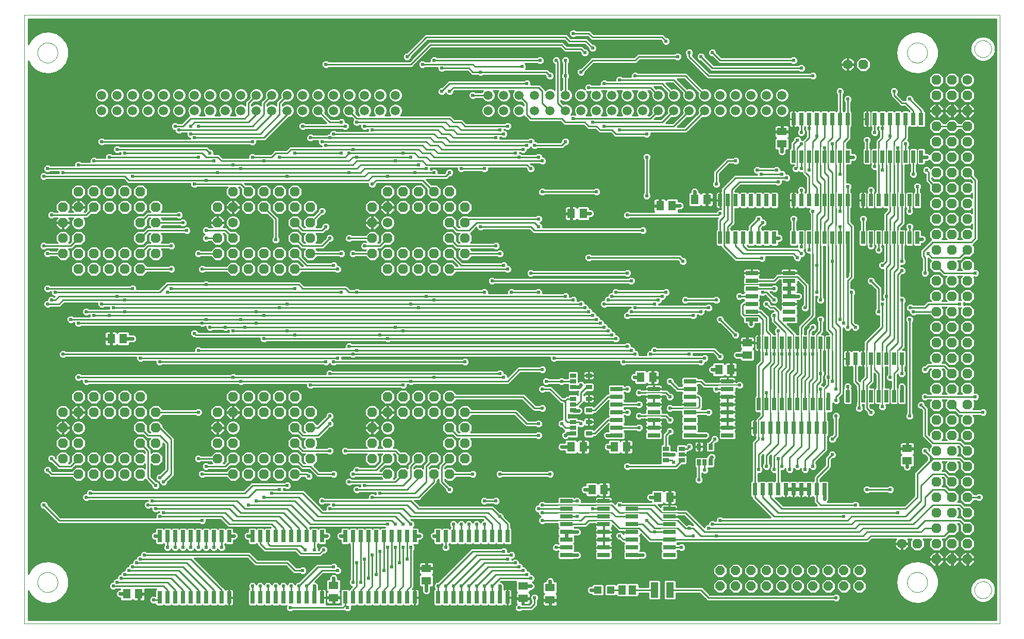
<source format=gtl>
G75*
G70*
%OFA0B0*%
%FSLAX24Y24*%
%IPPOS*%
%LPD*%
%AMOC8*
5,1,8,0,0,1.08239X$1,22.5*
%
%ADD10R,0.0800X0.0260*%
%ADD11R,0.0260X0.0800*%
%ADD12C,0.0630*%
%ADD13OC8,0.0630*%
%ADD14C,0.0000*%
%ADD15R,0.0272X0.0390*%
%ADD16R,0.0390X0.0272*%
%ADD17R,0.0512X0.0630*%
%ADD18R,0.0630X0.0512*%
%ADD19C,0.0594*%
%ADD20R,0.0512X0.0591*%
%ADD21R,0.0472X0.0472*%
%ADD22R,0.0500X0.1000*%
%ADD23OC8,0.0594*%
%ADD24C,0.0240*%
%ADD25C,0.0240*%
%ADD26C,0.0100*%
%ADD27C,0.0080*%
D10*
X039888Y011870D03*
X039888Y012370D03*
X039888Y012870D03*
X039888Y013370D03*
X039888Y013870D03*
X039888Y014370D03*
X039888Y014870D03*
X039888Y015370D03*
X042308Y015370D03*
X042308Y014870D03*
X042308Y014370D03*
X042308Y013870D03*
X042308Y013370D03*
X042308Y012870D03*
X042308Y012370D03*
X042308Y011870D03*
X044138Y011870D03*
X044138Y012370D03*
X044138Y012870D03*
X044138Y013370D03*
X044138Y013870D03*
X044138Y014370D03*
X044138Y014870D03*
X046558Y014870D03*
X046558Y014370D03*
X046558Y013870D03*
X046558Y013370D03*
X046558Y012870D03*
X046558Y012370D03*
X046558Y011870D03*
X045558Y019620D03*
X045558Y020120D03*
X045558Y020620D03*
X045558Y021120D03*
X045558Y021620D03*
X045558Y022120D03*
X045558Y022620D03*
X047888Y022620D03*
X047888Y023120D03*
X047888Y022120D03*
X047888Y021620D03*
X047888Y021120D03*
X047888Y020620D03*
X047888Y020120D03*
X047888Y019620D03*
X050308Y019620D03*
X050308Y020120D03*
X050308Y020620D03*
X050308Y021120D03*
X050308Y021620D03*
X050308Y022120D03*
X050308Y022620D03*
X050308Y023120D03*
X051888Y027120D03*
X051888Y027620D03*
X051888Y028120D03*
X051888Y028620D03*
X051888Y029120D03*
X051888Y029620D03*
X051888Y030120D03*
X054308Y030120D03*
X054308Y029620D03*
X054308Y029120D03*
X054308Y028620D03*
X054308Y028120D03*
X054308Y027620D03*
X054308Y027120D03*
X043138Y022620D03*
X043138Y022120D03*
X043138Y021620D03*
X043138Y021120D03*
X043138Y020620D03*
X043138Y020120D03*
X043138Y019620D03*
D11*
X036098Y013100D03*
X035598Y013100D03*
X035098Y013100D03*
X034598Y013100D03*
X034098Y013100D03*
X033598Y013100D03*
X033098Y013100D03*
X032598Y013100D03*
X032098Y013100D03*
X031598Y013100D03*
X030098Y013100D03*
X029598Y013100D03*
X029098Y013100D03*
X028598Y013100D03*
X028098Y013100D03*
X027598Y013100D03*
X027098Y013100D03*
X026598Y013100D03*
X026098Y013100D03*
X025598Y013100D03*
X024098Y013100D03*
X023598Y013100D03*
X023098Y013100D03*
X022598Y013100D03*
X022098Y013100D03*
X021598Y013100D03*
X021098Y013100D03*
X020598Y013100D03*
X020098Y013100D03*
X019598Y013100D03*
X018098Y013100D03*
X017598Y013100D03*
X017098Y013100D03*
X016598Y013100D03*
X016098Y013100D03*
X015598Y013100D03*
X015098Y013100D03*
X014598Y013100D03*
X014098Y013100D03*
X013598Y013100D03*
X013598Y009140D03*
X014098Y009140D03*
X014598Y009140D03*
X015098Y009140D03*
X015598Y009140D03*
X016098Y009140D03*
X016598Y009140D03*
X017098Y009140D03*
X017598Y009140D03*
X018098Y009140D03*
X019598Y009140D03*
X020098Y009140D03*
X020598Y009140D03*
X021098Y009140D03*
X021598Y009140D03*
X022098Y009140D03*
X022598Y009140D03*
X023098Y009140D03*
X023598Y009140D03*
X024098Y009140D03*
X025598Y009140D03*
X026098Y009140D03*
X026598Y009140D03*
X027098Y009140D03*
X027598Y009140D03*
X028098Y009140D03*
X028598Y009140D03*
X029098Y009140D03*
X029598Y009140D03*
X030098Y009140D03*
X031598Y009140D03*
X032098Y009140D03*
X032598Y009140D03*
X033098Y009140D03*
X033598Y009140D03*
X034098Y009140D03*
X034598Y009140D03*
X035098Y009140D03*
X035598Y009140D03*
X036098Y009140D03*
X052098Y016140D03*
X052598Y016140D03*
X053098Y016140D03*
X053598Y016140D03*
X054098Y016140D03*
X054598Y016140D03*
X055098Y016140D03*
X055598Y016140D03*
X056098Y016140D03*
X056598Y016140D03*
X056598Y020100D03*
X056098Y020100D03*
X055598Y020100D03*
X055098Y020100D03*
X054598Y020100D03*
X054098Y020100D03*
X053598Y020100D03*
X053098Y020100D03*
X052598Y020100D03*
X052098Y020100D03*
X052348Y021640D03*
X052848Y021640D03*
X053348Y021640D03*
X053848Y021640D03*
X054348Y021640D03*
X054848Y021640D03*
X055348Y021640D03*
X055848Y021640D03*
X056348Y021640D03*
X056848Y021640D03*
X058098Y022160D03*
X058598Y022160D03*
X059098Y022160D03*
X059598Y022160D03*
X060098Y022160D03*
X060598Y022160D03*
X061098Y022160D03*
X061598Y022160D03*
X061598Y024580D03*
X061098Y024580D03*
X060598Y024580D03*
X060098Y024580D03*
X059598Y024580D03*
X059098Y024580D03*
X058598Y024580D03*
X058098Y024580D03*
X056848Y025600D03*
X056348Y025600D03*
X055848Y025600D03*
X055348Y025600D03*
X054848Y025600D03*
X054348Y025600D03*
X053848Y025600D03*
X053348Y025600D03*
X052848Y025600D03*
X052348Y025600D03*
X052348Y032410D03*
X052848Y032410D03*
X053348Y032410D03*
X054598Y032410D03*
X055098Y032410D03*
X055598Y032410D03*
X056098Y032410D03*
X056598Y032410D03*
X057098Y032410D03*
X057598Y032410D03*
X058098Y032410D03*
X059098Y032410D03*
X059598Y032410D03*
X060098Y032410D03*
X060598Y032410D03*
X061098Y032410D03*
X061598Y032410D03*
X062098Y032410D03*
X062598Y032410D03*
X062598Y034830D03*
X062098Y034830D03*
X061598Y034830D03*
X061098Y034830D03*
X060598Y034830D03*
X060098Y034830D03*
X059598Y034830D03*
X059098Y034830D03*
X058098Y034830D03*
X057598Y034830D03*
X057098Y034830D03*
X056598Y034830D03*
X056098Y034830D03*
X055598Y034830D03*
X055098Y034830D03*
X054598Y034830D03*
X053348Y034830D03*
X052848Y034830D03*
X052348Y034830D03*
X051848Y034830D03*
X051348Y034830D03*
X050848Y034830D03*
X050348Y034830D03*
X049848Y034830D03*
X049848Y032410D03*
X050348Y032410D03*
X050848Y032410D03*
X051348Y032410D03*
X051848Y032410D03*
X054598Y037660D03*
X055098Y037660D03*
X055598Y037660D03*
X056098Y037660D03*
X056598Y037660D03*
X057098Y037660D03*
X057598Y037660D03*
X058098Y037660D03*
X059348Y037660D03*
X059848Y037660D03*
X060348Y037660D03*
X060848Y037660D03*
X061348Y037660D03*
X061848Y037660D03*
X062348Y037660D03*
X062848Y037660D03*
X062848Y040080D03*
X062348Y040080D03*
X061848Y040080D03*
X061348Y040080D03*
X060848Y040080D03*
X060348Y040080D03*
X059848Y040080D03*
X059348Y040080D03*
X058098Y040080D03*
X057598Y040080D03*
X057098Y040080D03*
X056598Y040080D03*
X056098Y040080D03*
X055598Y040080D03*
X055098Y040080D03*
X054598Y040080D03*
D12*
X058098Y043620D03*
X065848Y042620D03*
X028348Y033370D03*
X018348Y033370D03*
X008348Y033370D03*
X008348Y020120D03*
X018348Y020120D03*
X028348Y020120D03*
X061598Y012620D03*
D13*
X062598Y012620D03*
X063848Y012620D03*
X063848Y013620D03*
X063848Y014620D03*
X063848Y015620D03*
X063848Y016620D03*
X063848Y017620D03*
X063848Y018620D03*
X063848Y019620D03*
X063848Y020620D03*
X063848Y021620D03*
X063848Y022620D03*
X063848Y023620D03*
X063848Y024620D03*
X063848Y025620D03*
X063848Y026620D03*
X063848Y027620D03*
X063848Y028620D03*
X063848Y029620D03*
X063848Y030620D03*
X063848Y031620D03*
X063848Y032620D03*
X063848Y033620D03*
X063848Y034620D03*
X063848Y035620D03*
X063848Y036620D03*
X063848Y037620D03*
X063848Y038620D03*
X063848Y039620D03*
X063848Y040620D03*
X063848Y041620D03*
X063848Y042620D03*
X064848Y042620D03*
X064848Y041620D03*
X065848Y041620D03*
X065848Y040620D03*
X064848Y040620D03*
X064848Y039620D03*
X065848Y039620D03*
X065848Y038620D03*
X064848Y038620D03*
X064848Y037620D03*
X065848Y037620D03*
X065848Y036620D03*
X064848Y036620D03*
X064848Y035620D03*
X065848Y035620D03*
X065848Y034620D03*
X064848Y034620D03*
X064848Y033620D03*
X065848Y033620D03*
X065848Y032620D03*
X064848Y032620D03*
X064848Y031620D03*
X065848Y031620D03*
X065848Y030620D03*
X064848Y030620D03*
X064848Y029620D03*
X065848Y029620D03*
X065848Y028620D03*
X064848Y028620D03*
X064848Y027620D03*
X065848Y027620D03*
X065848Y026620D03*
X064848Y026620D03*
X064848Y025620D03*
X065848Y025620D03*
X065848Y024620D03*
X064848Y024620D03*
X064848Y023620D03*
X065848Y023620D03*
X065848Y022620D03*
X064848Y022620D03*
X064848Y021620D03*
X065848Y021620D03*
X065848Y020620D03*
X064848Y020620D03*
X064848Y019620D03*
X065848Y019620D03*
X065848Y018620D03*
X064848Y018620D03*
X064848Y017620D03*
X065848Y017620D03*
X065848Y016620D03*
X064848Y016620D03*
X064848Y015620D03*
X065848Y015620D03*
X065848Y014620D03*
X064848Y014620D03*
X064848Y013620D03*
X065848Y013620D03*
X065848Y012620D03*
X064848Y012620D03*
X064848Y011620D03*
X065848Y011620D03*
X063848Y011620D03*
X033348Y018120D03*
X032348Y018120D03*
X031348Y018120D03*
X030348Y018120D03*
X029348Y018120D03*
X028348Y018120D03*
X027348Y018120D03*
X027348Y019120D03*
X028348Y019120D03*
X027348Y020120D03*
X027348Y021120D03*
X028348Y021120D03*
X028348Y022120D03*
X029348Y022120D03*
X030348Y022120D03*
X031348Y022120D03*
X032348Y022120D03*
X032348Y021120D03*
X033348Y021120D03*
X033348Y020120D03*
X032348Y020120D03*
X031348Y021120D03*
X030348Y021120D03*
X029348Y021120D03*
X032348Y019120D03*
X033348Y019120D03*
X032348Y017120D03*
X031348Y017120D03*
X030348Y017120D03*
X029348Y017120D03*
X028348Y017120D03*
X023348Y018120D03*
X022348Y018120D03*
X021348Y018120D03*
X020348Y018120D03*
X019348Y018120D03*
X018348Y018120D03*
X017348Y018120D03*
X017348Y019120D03*
X018348Y019120D03*
X017348Y020120D03*
X017348Y021120D03*
X018348Y021120D03*
X018348Y022120D03*
X019348Y022120D03*
X020348Y022120D03*
X021348Y022120D03*
X022348Y022120D03*
X022348Y021120D03*
X023348Y021120D03*
X023348Y020120D03*
X022348Y020120D03*
X021348Y021120D03*
X020348Y021120D03*
X019348Y021120D03*
X022348Y019120D03*
X023348Y019120D03*
X022348Y017120D03*
X021348Y017120D03*
X020348Y017120D03*
X019348Y017120D03*
X018348Y017120D03*
X013348Y018120D03*
X012348Y018120D03*
X012348Y019120D03*
X013348Y019120D03*
X013348Y020120D03*
X013348Y021120D03*
X012348Y021120D03*
X012348Y020120D03*
X011348Y021120D03*
X010348Y021120D03*
X009348Y021120D03*
X009348Y022120D03*
X010348Y022120D03*
X011348Y022120D03*
X012348Y022120D03*
X008348Y022120D03*
X008348Y021120D03*
X007348Y021120D03*
X007348Y020120D03*
X007348Y019120D03*
X008348Y019120D03*
X008348Y018120D03*
X007348Y018120D03*
X008348Y017120D03*
X009348Y017120D03*
X010348Y017120D03*
X011348Y017120D03*
X011348Y018120D03*
X010348Y018120D03*
X009348Y018120D03*
X012348Y017120D03*
X012348Y030370D03*
X012348Y031370D03*
X013348Y031370D03*
X013348Y032370D03*
X012348Y032370D03*
X012348Y033370D03*
X013348Y033370D03*
X013348Y034370D03*
X012348Y034370D03*
X012348Y035370D03*
X011348Y035370D03*
X010348Y035370D03*
X009348Y035370D03*
X008348Y035370D03*
X008348Y034370D03*
X007348Y034370D03*
X007348Y033370D03*
X007348Y032370D03*
X008348Y032370D03*
X008348Y031370D03*
X007348Y031370D03*
X008348Y030370D03*
X009348Y030370D03*
X010348Y030370D03*
X011348Y030370D03*
X011348Y031370D03*
X010348Y031370D03*
X009348Y031370D03*
X009348Y034370D03*
X010348Y034370D03*
X011348Y034370D03*
X017348Y034370D03*
X018348Y034370D03*
X018348Y035370D03*
X019348Y035370D03*
X020348Y035370D03*
X021348Y035370D03*
X022348Y035370D03*
X022348Y034370D03*
X023348Y034370D03*
X023348Y033370D03*
X022348Y033370D03*
X022348Y032370D03*
X023348Y032370D03*
X023348Y031370D03*
X022348Y031370D03*
X021348Y031370D03*
X020348Y031370D03*
X019348Y031370D03*
X018348Y031370D03*
X017348Y031370D03*
X017348Y032370D03*
X018348Y032370D03*
X017348Y033370D03*
X019348Y034370D03*
X020348Y034370D03*
X021348Y034370D03*
X021348Y030370D03*
X022348Y030370D03*
X020348Y030370D03*
X019348Y030370D03*
X018348Y030370D03*
X027348Y031370D03*
X028348Y031370D03*
X028348Y032370D03*
X027348Y032370D03*
X027348Y033370D03*
X027348Y034370D03*
X028348Y034370D03*
X028348Y035370D03*
X029348Y035370D03*
X030348Y035370D03*
X031348Y035370D03*
X032348Y035370D03*
X032348Y034370D03*
X033348Y034370D03*
X033348Y033370D03*
X032348Y033370D03*
X032348Y032370D03*
X033348Y032370D03*
X033348Y031370D03*
X032348Y031370D03*
X031348Y031370D03*
X030348Y031370D03*
X029348Y031370D03*
X029348Y030370D03*
X030348Y030370D03*
X031348Y030370D03*
X032348Y030370D03*
X028348Y030370D03*
X029348Y034370D03*
X030348Y034370D03*
X031348Y034370D03*
X059098Y043620D03*
D14*
X004848Y046810D02*
X004848Y007430D01*
X067948Y007430D01*
X067948Y046810D01*
X004848Y046810D01*
X005698Y044370D02*
X005700Y044420D01*
X005706Y044470D01*
X005716Y044520D01*
X005729Y044568D01*
X005746Y044616D01*
X005767Y044662D01*
X005791Y044706D01*
X005819Y044748D01*
X005850Y044788D01*
X005884Y044825D01*
X005921Y044860D01*
X005960Y044891D01*
X006001Y044920D01*
X006045Y044945D01*
X006091Y044967D01*
X006138Y044985D01*
X006186Y044999D01*
X006235Y045010D01*
X006285Y045017D01*
X006335Y045020D01*
X006386Y045019D01*
X006436Y045014D01*
X006486Y045005D01*
X006534Y044993D01*
X006582Y044976D01*
X006628Y044956D01*
X006673Y044933D01*
X006716Y044906D01*
X006756Y044876D01*
X006794Y044843D01*
X006829Y044807D01*
X006862Y044768D01*
X006891Y044727D01*
X006917Y044684D01*
X006940Y044639D01*
X006959Y044592D01*
X006974Y044544D01*
X006986Y044495D01*
X006994Y044445D01*
X006998Y044395D01*
X006998Y044345D01*
X006994Y044295D01*
X006986Y044245D01*
X006974Y044196D01*
X006959Y044148D01*
X006940Y044101D01*
X006917Y044056D01*
X006891Y044013D01*
X006862Y043972D01*
X006829Y043933D01*
X006794Y043897D01*
X006756Y043864D01*
X006716Y043834D01*
X006673Y043807D01*
X006628Y043784D01*
X006582Y043764D01*
X006534Y043747D01*
X006486Y043735D01*
X006436Y043726D01*
X006386Y043721D01*
X006335Y043720D01*
X006285Y043723D01*
X006235Y043730D01*
X006186Y043741D01*
X006138Y043755D01*
X006091Y043773D01*
X006045Y043795D01*
X006001Y043820D01*
X005960Y043849D01*
X005921Y043880D01*
X005884Y043915D01*
X005850Y043952D01*
X005819Y043992D01*
X005791Y044034D01*
X005767Y044078D01*
X005746Y044124D01*
X005729Y044172D01*
X005716Y044220D01*
X005706Y044270D01*
X005700Y044320D01*
X005698Y044370D01*
X005698Y010120D02*
X005700Y010170D01*
X005706Y010220D01*
X005716Y010270D01*
X005729Y010318D01*
X005746Y010366D01*
X005767Y010412D01*
X005791Y010456D01*
X005819Y010498D01*
X005850Y010538D01*
X005884Y010575D01*
X005921Y010610D01*
X005960Y010641D01*
X006001Y010670D01*
X006045Y010695D01*
X006091Y010717D01*
X006138Y010735D01*
X006186Y010749D01*
X006235Y010760D01*
X006285Y010767D01*
X006335Y010770D01*
X006386Y010769D01*
X006436Y010764D01*
X006486Y010755D01*
X006534Y010743D01*
X006582Y010726D01*
X006628Y010706D01*
X006673Y010683D01*
X006716Y010656D01*
X006756Y010626D01*
X006794Y010593D01*
X006829Y010557D01*
X006862Y010518D01*
X006891Y010477D01*
X006917Y010434D01*
X006940Y010389D01*
X006959Y010342D01*
X006974Y010294D01*
X006986Y010245D01*
X006994Y010195D01*
X006998Y010145D01*
X006998Y010095D01*
X006994Y010045D01*
X006986Y009995D01*
X006974Y009946D01*
X006959Y009898D01*
X006940Y009851D01*
X006917Y009806D01*
X006891Y009763D01*
X006862Y009722D01*
X006829Y009683D01*
X006794Y009647D01*
X006756Y009614D01*
X006716Y009584D01*
X006673Y009557D01*
X006628Y009534D01*
X006582Y009514D01*
X006534Y009497D01*
X006486Y009485D01*
X006436Y009476D01*
X006386Y009471D01*
X006335Y009470D01*
X006285Y009473D01*
X006235Y009480D01*
X006186Y009491D01*
X006138Y009505D01*
X006091Y009523D01*
X006045Y009545D01*
X006001Y009570D01*
X005960Y009599D01*
X005921Y009630D01*
X005884Y009665D01*
X005850Y009702D01*
X005819Y009742D01*
X005791Y009784D01*
X005767Y009828D01*
X005746Y009874D01*
X005729Y009922D01*
X005716Y009970D01*
X005706Y010020D01*
X005700Y010070D01*
X005698Y010120D01*
X061948Y010120D02*
X061950Y010170D01*
X061956Y010220D01*
X061966Y010270D01*
X061979Y010318D01*
X061996Y010366D01*
X062017Y010412D01*
X062041Y010456D01*
X062069Y010498D01*
X062100Y010538D01*
X062134Y010575D01*
X062171Y010610D01*
X062210Y010641D01*
X062251Y010670D01*
X062295Y010695D01*
X062341Y010717D01*
X062388Y010735D01*
X062436Y010749D01*
X062485Y010760D01*
X062535Y010767D01*
X062585Y010770D01*
X062636Y010769D01*
X062686Y010764D01*
X062736Y010755D01*
X062784Y010743D01*
X062832Y010726D01*
X062878Y010706D01*
X062923Y010683D01*
X062966Y010656D01*
X063006Y010626D01*
X063044Y010593D01*
X063079Y010557D01*
X063112Y010518D01*
X063141Y010477D01*
X063167Y010434D01*
X063190Y010389D01*
X063209Y010342D01*
X063224Y010294D01*
X063236Y010245D01*
X063244Y010195D01*
X063248Y010145D01*
X063248Y010095D01*
X063244Y010045D01*
X063236Y009995D01*
X063224Y009946D01*
X063209Y009898D01*
X063190Y009851D01*
X063167Y009806D01*
X063141Y009763D01*
X063112Y009722D01*
X063079Y009683D01*
X063044Y009647D01*
X063006Y009614D01*
X062966Y009584D01*
X062923Y009557D01*
X062878Y009534D01*
X062832Y009514D01*
X062784Y009497D01*
X062736Y009485D01*
X062686Y009476D01*
X062636Y009471D01*
X062585Y009470D01*
X062535Y009473D01*
X062485Y009480D01*
X062436Y009491D01*
X062388Y009505D01*
X062341Y009523D01*
X062295Y009545D01*
X062251Y009570D01*
X062210Y009599D01*
X062171Y009630D01*
X062134Y009665D01*
X062100Y009702D01*
X062069Y009742D01*
X062041Y009784D01*
X062017Y009828D01*
X061996Y009874D01*
X061979Y009922D01*
X061966Y009970D01*
X061956Y010020D01*
X061950Y010070D01*
X061948Y010120D01*
X066298Y009620D02*
X066300Y009667D01*
X066306Y009713D01*
X066316Y009759D01*
X066329Y009803D01*
X066347Y009847D01*
X066368Y009888D01*
X066392Y009928D01*
X066420Y009966D01*
X066451Y010001D01*
X066485Y010033D01*
X066521Y010062D01*
X066560Y010088D01*
X066600Y010111D01*
X066643Y010130D01*
X066687Y010146D01*
X066732Y010158D01*
X066778Y010166D01*
X066825Y010170D01*
X066871Y010170D01*
X066918Y010166D01*
X066964Y010158D01*
X067009Y010146D01*
X067053Y010130D01*
X067096Y010111D01*
X067136Y010088D01*
X067175Y010062D01*
X067211Y010033D01*
X067245Y010001D01*
X067276Y009966D01*
X067304Y009928D01*
X067328Y009888D01*
X067349Y009847D01*
X067367Y009803D01*
X067380Y009759D01*
X067390Y009713D01*
X067396Y009667D01*
X067398Y009620D01*
X067396Y009573D01*
X067390Y009527D01*
X067380Y009481D01*
X067367Y009437D01*
X067349Y009393D01*
X067328Y009352D01*
X067304Y009312D01*
X067276Y009274D01*
X067245Y009239D01*
X067211Y009207D01*
X067175Y009178D01*
X067136Y009152D01*
X067096Y009129D01*
X067053Y009110D01*
X067009Y009094D01*
X066964Y009082D01*
X066918Y009074D01*
X066871Y009070D01*
X066825Y009070D01*
X066778Y009074D01*
X066732Y009082D01*
X066687Y009094D01*
X066643Y009110D01*
X066600Y009129D01*
X066560Y009152D01*
X066521Y009178D01*
X066485Y009207D01*
X066451Y009239D01*
X066420Y009274D01*
X066392Y009312D01*
X066368Y009352D01*
X066347Y009393D01*
X066329Y009437D01*
X066316Y009481D01*
X066306Y009527D01*
X066300Y009573D01*
X066298Y009620D01*
X061948Y044370D02*
X061950Y044420D01*
X061956Y044470D01*
X061966Y044520D01*
X061979Y044568D01*
X061996Y044616D01*
X062017Y044662D01*
X062041Y044706D01*
X062069Y044748D01*
X062100Y044788D01*
X062134Y044825D01*
X062171Y044860D01*
X062210Y044891D01*
X062251Y044920D01*
X062295Y044945D01*
X062341Y044967D01*
X062388Y044985D01*
X062436Y044999D01*
X062485Y045010D01*
X062535Y045017D01*
X062585Y045020D01*
X062636Y045019D01*
X062686Y045014D01*
X062736Y045005D01*
X062784Y044993D01*
X062832Y044976D01*
X062878Y044956D01*
X062923Y044933D01*
X062966Y044906D01*
X063006Y044876D01*
X063044Y044843D01*
X063079Y044807D01*
X063112Y044768D01*
X063141Y044727D01*
X063167Y044684D01*
X063190Y044639D01*
X063209Y044592D01*
X063224Y044544D01*
X063236Y044495D01*
X063244Y044445D01*
X063248Y044395D01*
X063248Y044345D01*
X063244Y044295D01*
X063236Y044245D01*
X063224Y044196D01*
X063209Y044148D01*
X063190Y044101D01*
X063167Y044056D01*
X063141Y044013D01*
X063112Y043972D01*
X063079Y043933D01*
X063044Y043897D01*
X063006Y043864D01*
X062966Y043834D01*
X062923Y043807D01*
X062878Y043784D01*
X062832Y043764D01*
X062784Y043747D01*
X062736Y043735D01*
X062686Y043726D01*
X062636Y043721D01*
X062585Y043720D01*
X062535Y043723D01*
X062485Y043730D01*
X062436Y043741D01*
X062388Y043755D01*
X062341Y043773D01*
X062295Y043795D01*
X062251Y043820D01*
X062210Y043849D01*
X062171Y043880D01*
X062134Y043915D01*
X062100Y043952D01*
X062069Y043992D01*
X062041Y044034D01*
X062017Y044078D01*
X061996Y044124D01*
X061979Y044172D01*
X061966Y044220D01*
X061956Y044270D01*
X061950Y044320D01*
X061948Y044370D01*
X066298Y044620D02*
X066300Y044667D01*
X066306Y044713D01*
X066316Y044759D01*
X066329Y044803D01*
X066347Y044847D01*
X066368Y044888D01*
X066392Y044928D01*
X066420Y044966D01*
X066451Y045001D01*
X066485Y045033D01*
X066521Y045062D01*
X066560Y045088D01*
X066600Y045111D01*
X066643Y045130D01*
X066687Y045146D01*
X066732Y045158D01*
X066778Y045166D01*
X066825Y045170D01*
X066871Y045170D01*
X066918Y045166D01*
X066964Y045158D01*
X067009Y045146D01*
X067053Y045130D01*
X067096Y045111D01*
X067136Y045088D01*
X067175Y045062D01*
X067211Y045033D01*
X067245Y045001D01*
X067276Y044966D01*
X067304Y044928D01*
X067328Y044888D01*
X067349Y044847D01*
X067367Y044803D01*
X067380Y044759D01*
X067390Y044713D01*
X067396Y044667D01*
X067398Y044620D01*
X067396Y044573D01*
X067390Y044527D01*
X067380Y044481D01*
X067367Y044437D01*
X067349Y044393D01*
X067328Y044352D01*
X067304Y044312D01*
X067276Y044274D01*
X067245Y044239D01*
X067211Y044207D01*
X067175Y044178D01*
X067136Y044152D01*
X067096Y044129D01*
X067053Y044110D01*
X067009Y044094D01*
X066964Y044082D01*
X066918Y044074D01*
X066871Y044070D01*
X066825Y044070D01*
X066778Y044074D01*
X066732Y044082D01*
X066687Y044094D01*
X066643Y044110D01*
X066600Y044129D01*
X066560Y044152D01*
X066521Y044178D01*
X066485Y044207D01*
X066451Y044239D01*
X066420Y044274D01*
X066392Y044312D01*
X066368Y044352D01*
X066347Y044393D01*
X066329Y044437D01*
X066316Y044481D01*
X066306Y044527D01*
X066300Y044573D01*
X066298Y044620D01*
D15*
X049222Y018881D03*
X048474Y018881D03*
X048474Y017862D03*
X048848Y017862D03*
X049222Y017862D03*
D16*
X047360Y017996D03*
X047360Y018370D03*
X047360Y018744D03*
X046340Y018744D03*
X046340Y018370D03*
X046340Y017996D03*
X041360Y019746D03*
X041360Y020494D03*
X041360Y021246D03*
X041360Y021994D03*
X041360Y022746D03*
X041360Y023494D03*
X040340Y023494D03*
X040340Y023120D03*
X040340Y022746D03*
X040340Y021994D03*
X040340Y021620D03*
X040340Y021246D03*
X040340Y020494D03*
X040340Y020120D03*
X040340Y019746D03*
D17*
X040204Y018870D03*
X040992Y018870D03*
X043004Y018870D03*
X043792Y018870D03*
X042342Y016120D03*
X041554Y016120D03*
X045804Y015620D03*
X046592Y015620D03*
X045492Y023370D03*
X044704Y023370D03*
X049754Y023870D03*
X050542Y023870D03*
X040992Y033970D03*
X040204Y033970D03*
X045954Y034470D03*
X046742Y034470D03*
X048204Y034870D03*
X048992Y034870D03*
X012242Y009370D03*
X011454Y009370D03*
X011242Y025870D03*
X010454Y025870D03*
D18*
X024848Y009913D03*
X024848Y009126D03*
X030848Y010226D03*
X030848Y011013D03*
X037098Y009863D03*
X037098Y009076D03*
X038848Y008976D03*
X038848Y009763D03*
X051598Y024826D03*
X051598Y025613D03*
X061948Y018763D03*
X061948Y017976D03*
X053848Y038476D03*
X053848Y039263D03*
D19*
X053848Y040620D03*
X052848Y040620D03*
X051848Y040620D03*
X051848Y041620D03*
X052848Y041620D03*
X053848Y041620D03*
X050848Y041620D03*
X049848Y041620D03*
X048848Y041620D03*
X047848Y041620D03*
X046848Y041620D03*
X045848Y041620D03*
X044848Y041620D03*
X043848Y041620D03*
X042848Y041620D03*
X041848Y041620D03*
X040848Y041620D03*
X039848Y041620D03*
X038848Y041620D03*
X037848Y041620D03*
X036848Y041620D03*
X035848Y041620D03*
X034848Y041620D03*
X034848Y040620D03*
X035848Y040620D03*
X036848Y040620D03*
X037848Y040620D03*
X038848Y040620D03*
X039848Y040620D03*
X040848Y040620D03*
X041848Y040620D03*
X042848Y040620D03*
X043848Y040620D03*
X044848Y040620D03*
X045848Y040620D03*
X046848Y040620D03*
X047848Y040620D03*
X048848Y040620D03*
X049848Y040620D03*
X050848Y040620D03*
X028848Y040620D03*
X027848Y040620D03*
X027848Y041620D03*
X028848Y041620D03*
X026848Y041620D03*
X025848Y041620D03*
X024848Y041620D03*
X023848Y041620D03*
X022848Y041620D03*
X021848Y041620D03*
X020848Y041620D03*
X019848Y041620D03*
X018848Y041620D03*
X017848Y041620D03*
X016848Y041620D03*
X015848Y041620D03*
X014848Y041620D03*
X013848Y041620D03*
X012848Y041620D03*
X011848Y041620D03*
X010848Y041620D03*
X009848Y041620D03*
X009848Y040620D03*
X010848Y040620D03*
X011848Y040620D03*
X012848Y040620D03*
X013848Y040620D03*
X014848Y040620D03*
X015848Y040620D03*
X016848Y040620D03*
X017848Y040620D03*
X018848Y040620D03*
X019848Y040620D03*
X020848Y040620D03*
X021848Y040620D03*
X022848Y040620D03*
X023848Y040620D03*
X024848Y040620D03*
X025848Y040620D03*
X026848Y040620D03*
D20*
X043513Y009620D03*
X044183Y009620D03*
D21*
X042761Y009620D03*
X041934Y009620D03*
D22*
X045598Y009620D03*
X046598Y009620D03*
D23*
X049848Y009870D03*
X050848Y009870D03*
X050848Y010870D03*
X049848Y010870D03*
X051848Y010870D03*
X052848Y010870D03*
X053848Y010870D03*
X054848Y010870D03*
X055848Y010870D03*
X056848Y010870D03*
X057848Y010870D03*
X058848Y010870D03*
X058848Y009870D03*
X057848Y009870D03*
X056848Y009870D03*
X055848Y009870D03*
X054848Y009870D03*
X053848Y009870D03*
X052848Y009870D03*
X051848Y009870D03*
D24*
X044848Y011870D02*
X044138Y011870D01*
X041934Y009620D02*
X041498Y009620D01*
X040598Y011870D02*
X039888Y011870D01*
X039888Y012870D02*
X039888Y013370D01*
X040598Y013370D01*
X041098Y016120D02*
X041554Y016120D01*
X042598Y018870D02*
X043004Y018870D01*
X043138Y019620D02*
X042548Y019620D01*
X040340Y019746D02*
X039974Y019746D01*
X039848Y019620D01*
X039598Y018870D02*
X040204Y018870D01*
X040366Y021220D02*
X040698Y021220D01*
X040366Y021220D02*
X040340Y021246D01*
X040340Y022746D02*
X040724Y022746D01*
X040848Y022870D01*
X041922Y023494D02*
X041948Y023520D01*
X044298Y023370D02*
X044704Y023370D01*
X049348Y023870D02*
X049754Y023870D01*
X050948Y024820D02*
X051592Y024820D01*
X051598Y024826D01*
X051848Y026820D02*
X051848Y027080D01*
X051888Y027120D01*
X054308Y028620D02*
X054308Y029120D01*
X054308Y029620D01*
X054308Y028620D02*
X054898Y028620D01*
X058098Y030220D02*
X058098Y032410D01*
X053648Y032370D02*
X053348Y032370D01*
X053348Y032410D01*
X048204Y034870D02*
X048198Y034876D01*
X048198Y035370D01*
X047248Y034470D02*
X046742Y034470D01*
X041448Y033970D02*
X040992Y033970D01*
X053848Y037970D02*
X053848Y038476D01*
X058098Y037660D02*
X058138Y037620D01*
X058448Y037620D01*
X062848Y037660D02*
X062888Y037620D01*
X063198Y037620D01*
X062598Y032410D02*
X062688Y032320D01*
X062898Y032320D01*
X061598Y022770D02*
X061598Y022160D01*
X056848Y022270D02*
X056848Y021640D01*
X061948Y017976D02*
X061948Y017570D01*
X056598Y016140D02*
X056598Y015520D01*
X055598Y016140D02*
X055098Y016140D01*
X054598Y016140D01*
X054098Y016140D01*
X049222Y017862D02*
X049222Y018144D01*
X049298Y018220D01*
X048898Y019620D02*
X047888Y019620D01*
X046848Y018370D02*
X046340Y018370D01*
X045804Y015620D02*
X045348Y015620D01*
X038848Y010170D02*
X038848Y009763D01*
X037598Y009870D02*
X037592Y009863D01*
X037098Y009863D01*
X035598Y009870D02*
X035598Y009140D01*
X030848Y009570D02*
X030848Y010226D01*
X031368Y013100D02*
X031348Y013120D01*
X031368Y013100D02*
X031598Y013100D01*
X030398Y013120D02*
X030098Y013120D01*
X030098Y013100D01*
X025578Y013120D02*
X025298Y013120D01*
X024398Y013120D02*
X024118Y013120D01*
X024848Y010370D02*
X024848Y009913D01*
X023598Y009870D02*
X023598Y009140D01*
X019598Y013100D02*
X019578Y013120D01*
X019298Y013120D01*
X018398Y013120D02*
X018118Y013120D01*
X018098Y013100D01*
X013598Y013100D02*
X013578Y013120D01*
X013298Y013120D01*
X011454Y009370D02*
X011048Y009370D01*
X011242Y025870D02*
X011848Y025870D01*
D25*
X011848Y025870D03*
X012348Y024620D03*
X013598Y024370D03*
X016098Y025120D03*
X015848Y026220D03*
X016348Y026870D03*
X016598Y027120D03*
X016848Y026620D03*
X017848Y026620D03*
X018348Y026370D03*
X019098Y026620D03*
X018848Y027120D03*
X019848Y026870D03*
X020348Y027370D03*
X019848Y027620D03*
X021348Y027870D03*
X021848Y028120D03*
X022348Y029120D03*
X024848Y030620D03*
X025098Y030370D03*
X025348Y031370D03*
X026098Y031370D03*
X026848Y031870D03*
X025848Y032370D03*
X024598Y032370D03*
X024348Y033120D03*
X024098Y034120D03*
X021098Y032270D03*
X016598Y032370D03*
X016598Y032870D03*
X015348Y032870D03*
X015098Y033370D03*
X014848Y033870D03*
X014348Y031870D03*
X016098Y031370D03*
X016348Y030370D03*
X016598Y029370D03*
X014348Y029120D03*
X014098Y028870D03*
X014348Y030370D03*
X011848Y029120D03*
X011348Y028370D03*
X010848Y028620D03*
X010598Y027870D03*
X010348Y027370D03*
X009848Y028120D03*
X009348Y027370D03*
X008848Y027620D03*
X008348Y026870D03*
X007848Y027120D03*
X006598Y028370D03*
X006348Y028120D03*
X006848Y028870D03*
X006348Y029120D03*
X006348Y031370D03*
X006098Y031870D03*
X006598Y033870D03*
X006098Y036370D03*
X006348Y036870D03*
X007348Y036620D03*
X008348Y037120D03*
X009348Y037370D03*
X010348Y037620D03*
X010848Y038120D03*
X011348Y037870D03*
X011848Y036370D03*
X009848Y038620D03*
X014598Y039620D03*
X014848Y039370D03*
X015598Y039620D03*
X016098Y039620D03*
X015598Y039120D03*
X015848Y038870D03*
X016098Y037620D03*
X016848Y037870D03*
X017098Y037370D03*
X017348Y036620D03*
X016598Y036120D03*
X015848Y035870D03*
X018348Y037120D03*
X018848Y036870D03*
X019598Y037620D03*
X020348Y037370D03*
X021348Y037620D03*
X022348Y037870D03*
X023348Y038870D03*
X024098Y038620D03*
X024348Y038370D03*
X024598Y038870D03*
X024848Y039120D03*
X025348Y039870D03*
X025598Y039620D03*
X026348Y039870D03*
X026848Y039620D03*
X027348Y039370D03*
X026098Y038120D03*
X025848Y037870D03*
X025348Y037870D03*
X026348Y037620D03*
X025848Y036620D03*
X027348Y035870D03*
X028348Y036370D03*
X028848Y037370D03*
X029348Y037870D03*
X029848Y037620D03*
X030348Y037120D03*
X030848Y036870D03*
X031348Y036620D03*
X032348Y036620D03*
X033098Y036870D03*
X034598Y036870D03*
X036598Y037870D03*
X036848Y037620D03*
X037098Y038120D03*
X037348Y038370D03*
X037598Y038620D03*
X037848Y038370D03*
X038098Y037620D03*
X038348Y037370D03*
X037598Y036870D03*
X038348Y035370D03*
X038098Y033620D03*
X038098Y033120D03*
X039348Y033620D03*
X041448Y033970D03*
X041848Y035370D03*
X043848Y033870D03*
X044848Y032870D03*
X045348Y034170D03*
X045098Y035120D03*
X047248Y034470D03*
X048198Y035370D03*
X049598Y035870D03*
X050848Y037370D03*
X052248Y036770D03*
X052498Y036520D03*
X053498Y036770D03*
X053848Y036520D03*
X054148Y036270D03*
X053598Y036020D03*
X054398Y035620D03*
X055098Y035470D03*
X055598Y036770D03*
X055098Y036870D03*
X054748Y036870D03*
X053848Y037970D03*
X054848Y038720D03*
X055098Y038470D03*
X055098Y039220D03*
X055598Y039470D03*
X056098Y038970D03*
X056598Y038220D03*
X057098Y038470D03*
X058448Y037620D03*
X057598Y036520D03*
X058098Y035720D03*
X058748Y034620D03*
X057598Y034120D03*
X057598Y033120D03*
X059098Y033620D03*
X059598Y031870D03*
X060098Y031620D03*
X060348Y030620D03*
X061598Y030870D03*
X061598Y030270D03*
X062098Y030220D03*
X063098Y030120D03*
X063298Y031370D03*
X062898Y032320D03*
X062098Y033120D03*
X062098Y034120D03*
X062598Y035720D03*
X062348Y036520D03*
X063198Y036770D03*
X063198Y037620D03*
X061848Y038470D03*
X061348Y038220D03*
X060848Y038970D03*
X060348Y039470D03*
X059848Y039220D03*
X059348Y038720D03*
X058998Y039970D03*
X058098Y041370D03*
X057598Y041870D03*
X055848Y042870D03*
X055098Y043370D03*
X054598Y043870D03*
X049348Y044370D03*
X048598Y044120D03*
X047848Y044370D03*
X047098Y044120D03*
X046348Y045120D03*
X045998Y043120D03*
X044348Y042870D03*
X043348Y042620D03*
X042348Y042370D03*
X041348Y042120D03*
X040848Y043120D03*
X039848Y042870D03*
X039848Y043870D03*
X039248Y043870D03*
X038848Y042870D03*
X038198Y043870D03*
X037048Y043470D03*
X037348Y042370D03*
X035798Y044270D03*
X034348Y043120D03*
X033848Y041620D03*
X032348Y041870D03*
X031848Y041870D03*
X031848Y043370D03*
X031348Y043870D03*
X030598Y043620D03*
X029598Y044120D03*
X027998Y042470D03*
X024348Y043620D03*
X022848Y039620D03*
X019598Y038620D03*
X021848Y036370D03*
X030098Y036620D03*
X034348Y033120D03*
X035348Y031870D03*
X035598Y031370D03*
X035848Y030620D03*
X036098Y030370D03*
X035098Y029620D03*
X034598Y028870D03*
X036348Y028870D03*
X038098Y028870D03*
X037598Y030120D03*
X039848Y028620D03*
X040348Y028370D03*
X040848Y028120D03*
X041098Y027870D03*
X041348Y027620D03*
X041598Y027370D03*
X041848Y027120D03*
X042098Y026870D03*
X042348Y026620D03*
X042598Y026370D03*
X042848Y026120D03*
X043098Y025870D03*
X043848Y025370D03*
X044098Y025120D03*
X044348Y024870D03*
X043598Y024370D03*
X044298Y023370D03*
X043848Y022620D03*
X044598Y022370D03*
X044598Y021620D03*
X044598Y020870D03*
X044598Y020120D03*
X043848Y021120D03*
X042548Y019620D03*
X042598Y018870D03*
X043848Y017620D03*
X045348Y015620D03*
X045098Y014120D03*
X045598Y013370D03*
X047348Y014320D03*
X047348Y014920D03*
X047848Y013620D03*
X048098Y013120D03*
X047348Y012370D03*
X049098Y013620D03*
X049348Y013870D03*
X049848Y014120D03*
X049598Y013120D03*
X050648Y012570D03*
X054098Y015370D03*
X055348Y015370D03*
X056598Y015520D03*
X057848Y014370D03*
X058598Y015120D03*
X059348Y016120D03*
X060848Y016120D03*
X061348Y014620D03*
X061948Y017570D03*
X061348Y018870D03*
X059848Y018870D03*
X059348Y017870D03*
X057098Y018370D03*
X057098Y019370D03*
X057348Y020870D03*
X057348Y021870D03*
X056848Y022270D03*
X057348Y022620D03*
X057098Y023120D03*
X056848Y023370D03*
X056348Y023620D03*
X056348Y022620D03*
X058098Y022770D03*
X058848Y021370D03*
X059598Y021120D03*
X060348Y021470D03*
X061598Y022770D03*
X061598Y023620D03*
X060848Y023370D03*
X063098Y023870D03*
X063098Y022120D03*
X062848Y021570D03*
X062098Y020870D03*
X063098Y018620D03*
X066848Y021120D03*
X066348Y022120D03*
X062098Y027120D03*
X062348Y027620D03*
X062148Y027870D03*
X061598Y028370D03*
X060598Y028620D03*
X060348Y028120D03*
X060098Y027620D03*
X058598Y026620D03*
X058098Y026620D03*
X057848Y026870D03*
X057598Y027120D03*
X056348Y027120D03*
X056348Y027620D03*
X055848Y026620D03*
X055348Y027870D03*
X054898Y028620D03*
X056098Y028870D03*
X056348Y028370D03*
X056598Y029620D03*
X056098Y030620D03*
X057098Y030870D03*
X058098Y030220D03*
X058348Y028870D03*
X059598Y029620D03*
X055598Y031620D03*
X055098Y031820D03*
X055098Y031370D03*
X054848Y031120D03*
X053848Y030570D03*
X052548Y031070D03*
X053648Y032370D03*
X052598Y033370D03*
X052348Y033620D03*
X054598Y033620D03*
X055848Y034120D03*
X059598Y035470D03*
X060348Y036770D03*
X059848Y037020D03*
X062098Y041370D03*
X061098Y041870D03*
X049848Y033970D03*
X047448Y030870D03*
X046348Y028870D03*
X046098Y028620D03*
X045848Y028370D03*
X045598Y028120D03*
X044348Y027870D03*
X044098Y027620D03*
X043848Y027370D03*
X042848Y028620D03*
X043098Y028870D03*
X042598Y028370D03*
X042348Y028120D03*
X044098Y029620D03*
X043848Y030120D03*
X041348Y031120D03*
X047598Y028370D03*
X048098Y027370D03*
X048598Y027620D03*
X049098Y027870D03*
X049598Y028370D03*
X049848Y027120D03*
X050848Y026120D03*
X051848Y026820D03*
X053348Y027370D03*
X052848Y028120D03*
X053348Y028370D03*
X053348Y029120D03*
X052598Y028870D03*
X051098Y028620D03*
X053598Y026370D03*
X053848Y024870D03*
X054348Y024870D03*
X054848Y024870D03*
X055348Y024870D03*
X055848Y024870D03*
X056598Y024620D03*
X058098Y023970D03*
X053348Y024870D03*
X052848Y024870D03*
X050948Y024820D03*
X049848Y024720D03*
X049348Y023870D03*
X048848Y024620D03*
X048598Y024370D03*
X047848Y024870D03*
X046598Y023120D03*
X046598Y022120D03*
X046598Y021370D03*
X046598Y020620D03*
X046598Y019870D03*
X047848Y018870D03*
X046848Y018370D03*
X046848Y017870D03*
X048474Y016744D03*
X048848Y017370D03*
X049298Y018220D03*
X049498Y019370D03*
X048898Y019620D03*
X049098Y021120D03*
X049598Y022620D03*
X051098Y022870D03*
X052848Y022370D03*
X052048Y020770D03*
X052598Y019370D03*
X052598Y018120D03*
X052848Y017620D03*
X053348Y017420D03*
X053848Y017620D03*
X054348Y017420D03*
X054848Y017620D03*
X055348Y017420D03*
X055848Y017620D03*
X053598Y018120D03*
X052348Y017420D03*
X044848Y011870D03*
X043348Y013120D03*
X043348Y015120D03*
X041598Y014870D03*
X040598Y015370D03*
X041098Y016120D03*
X040598Y014370D03*
X040598Y013370D03*
X039248Y012370D03*
X040598Y011870D03*
X038848Y010170D03*
X037598Y010370D03*
X037348Y010620D03*
X037098Y010870D03*
X036848Y011120D03*
X036598Y011370D03*
X036348Y011870D03*
X036098Y011620D03*
X035848Y012120D03*
X034598Y013870D03*
X034098Y013870D03*
X033598Y013870D03*
X033098Y013870D03*
X032598Y013870D03*
X031348Y013120D03*
X030398Y013120D03*
X029848Y013870D03*
X029348Y013870D03*
X028848Y013870D03*
X028348Y013870D03*
X028348Y012370D03*
X028848Y012370D03*
X029348Y012370D03*
X029848Y012370D03*
X029598Y011620D03*
X029098Y011370D03*
X028598Y011120D03*
X028098Y010870D03*
X027598Y010620D03*
X027098Y010370D03*
X026598Y010120D03*
X026098Y010120D03*
X024848Y010370D03*
X025098Y010870D03*
X024848Y011120D03*
X024198Y012220D03*
X023598Y012220D03*
X022998Y012220D03*
X022848Y010870D03*
X023098Y009870D03*
X023598Y009870D03*
X022598Y009870D03*
X022098Y009870D03*
X021598Y009870D03*
X021098Y009870D03*
X020598Y009870D03*
X020098Y009870D03*
X019598Y009870D03*
X018498Y009370D03*
X017598Y012370D03*
X017098Y012370D03*
X016598Y012370D03*
X016098Y012370D03*
X015598Y012370D03*
X015098Y012370D03*
X014598Y012370D03*
X014098Y012370D03*
X013298Y013120D03*
X013598Y014370D03*
X013848Y014620D03*
X013348Y014870D03*
X013098Y015370D03*
X012848Y015120D03*
X013348Y016370D03*
X013598Y016870D03*
X013848Y016620D03*
X016098Y018120D03*
X016598Y017620D03*
X016348Y017120D03*
X019348Y015120D03*
X019848Y015370D03*
X020348Y015620D03*
X020848Y015870D03*
X021348Y016120D03*
X021848Y016370D03*
X023248Y016970D03*
X024848Y017120D03*
X025848Y016620D03*
X026098Y017120D03*
X026348Y017370D03*
X026848Y016370D03*
X026348Y016120D03*
X027348Y015620D03*
X027848Y015870D03*
X024848Y015120D03*
X024598Y014870D03*
X024098Y015370D03*
X024398Y013120D03*
X025298Y013120D03*
X026848Y011620D03*
X027348Y011870D03*
X027848Y012120D03*
X026348Y011370D03*
X025748Y008470D03*
X022048Y008470D03*
X019298Y013120D03*
X018398Y013120D03*
X016348Y014120D03*
X012598Y011870D03*
X012348Y011620D03*
X012098Y011370D03*
X011848Y011120D03*
X011598Y010870D03*
X011348Y010620D03*
X011098Y010370D03*
X010848Y010120D03*
X010598Y009870D03*
X011048Y009370D03*
X013198Y008970D03*
X006098Y015120D03*
X008848Y015620D03*
X009098Y015870D03*
X006348Y017370D03*
X006598Y018120D03*
X008848Y023120D03*
X008348Y023370D03*
X007348Y024870D03*
X011348Y027620D03*
X018348Y023370D03*
X018848Y023120D03*
X016098Y021120D03*
X020348Y025870D03*
X021848Y026370D03*
X022348Y026120D03*
X024348Y024370D03*
X024848Y024370D03*
X025098Y024620D03*
X026098Y024870D03*
X026348Y025120D03*
X025848Y025370D03*
X027848Y026120D03*
X028348Y025870D03*
X028848Y026620D03*
X029348Y026370D03*
X030348Y027870D03*
X029848Y028120D03*
X030848Y028620D03*
X031348Y028370D03*
X026348Y028870D03*
X025348Y028870D03*
X024598Y023620D03*
X023348Y022870D03*
X024598Y020870D03*
X024598Y020370D03*
X024598Y018620D03*
X025598Y018620D03*
X029348Y022870D03*
X029848Y023120D03*
X031348Y023370D03*
X033348Y024370D03*
X034848Y024570D03*
X035598Y023620D03*
X035848Y023370D03*
X038348Y023870D03*
X039098Y024620D03*
X039598Y023120D03*
X038598Y023120D03*
X038348Y022620D03*
X038348Y021370D03*
X038098Y020370D03*
X038098Y019620D03*
X039598Y020370D03*
X039848Y019620D03*
X040848Y020370D03*
X040698Y021220D03*
X040848Y022870D03*
X042098Y023620D03*
X045348Y024870D03*
X045598Y025120D03*
X039598Y018870D03*
X038848Y017120D03*
X038348Y015120D03*
X038098Y014870D03*
X038348Y014620D03*
X038348Y014120D03*
X035598Y014370D03*
X035348Y015370D03*
X034598Y015370D03*
X033848Y017120D03*
X032348Y016120D03*
X035598Y017120D03*
X032098Y012370D03*
X032098Y009870D03*
X032598Y009870D03*
X033098Y009870D03*
X033598Y009870D03*
X034098Y009870D03*
X034598Y009870D03*
X035098Y009870D03*
X035598Y009870D03*
X037598Y009870D03*
X037848Y009120D03*
X036848Y008470D03*
X041498Y009620D03*
X031598Y009870D03*
X030848Y009570D03*
X057348Y009120D03*
X059848Y010970D03*
X066598Y015620D03*
X065348Y028120D03*
X066348Y030120D03*
X045098Y037620D03*
X045098Y039120D03*
X043348Y039370D03*
X042348Y039620D03*
X041598Y039870D03*
X040348Y040120D03*
X039848Y038620D03*
X036098Y039620D03*
X035598Y039370D03*
X035848Y039120D03*
X035348Y038870D03*
X041098Y044370D03*
X041598Y044670D03*
X040348Y045620D03*
D26*
X041348Y045620D01*
X041598Y045370D01*
X046098Y045370D01*
X046348Y045120D01*
X046361Y045389D02*
X046181Y045569D01*
X046015Y045569D01*
X041681Y045569D01*
X041431Y045819D01*
X041265Y045819D01*
X040530Y045819D01*
X040501Y045848D01*
X040402Y045889D01*
X040294Y045889D01*
X040195Y045848D01*
X040119Y045772D01*
X040078Y045673D01*
X040078Y045566D01*
X040119Y045467D01*
X040195Y045391D01*
X040294Y045350D01*
X040402Y045350D01*
X040501Y045391D01*
X040530Y045420D01*
X041265Y045420D01*
X041398Y045287D01*
X041515Y045170D01*
X046015Y045170D01*
X046078Y045107D01*
X046078Y045066D01*
X041484Y045066D01*
X041386Y045165D02*
X046020Y045165D01*
X046078Y045066D02*
X046119Y044967D01*
X046195Y044891D01*
X046294Y044850D01*
X046402Y044850D01*
X046501Y044891D01*
X046577Y044967D01*
X061379Y044967D01*
X061326Y044869D02*
X046448Y044869D01*
X046577Y044967D02*
X046618Y045066D01*
X061433Y045066D01*
X061486Y045165D02*
X046618Y045165D01*
X046618Y045173D02*
X046577Y045272D01*
X046501Y045348D01*
X046402Y045389D01*
X046361Y045389D01*
X046290Y045460D02*
X061780Y045460D01*
X061846Y045521D02*
X061513Y045214D01*
X061297Y044816D01*
X061223Y044370D01*
X061297Y043923D01*
X061513Y043525D01*
X061846Y043218D01*
X062260Y043037D01*
X062711Y042999D01*
X063150Y043110D01*
X063529Y043358D01*
X063807Y043715D01*
X063954Y044143D01*
X063954Y044596D01*
X063807Y045024D01*
X063529Y045381D01*
X063150Y045629D01*
X062711Y045740D01*
X062260Y045702D01*
X061846Y045521D01*
X061933Y045559D02*
X046191Y045559D01*
X046469Y045362D02*
X061673Y045362D01*
X061566Y045263D02*
X046581Y045263D01*
X046618Y045173D02*
X046618Y045066D01*
X046247Y044869D02*
X041780Y044869D01*
X041751Y044898D02*
X041652Y044939D01*
X041611Y044939D01*
X041231Y045319D01*
X041065Y045319D01*
X040181Y045319D01*
X039931Y045569D01*
X039765Y045569D01*
X030765Y045569D01*
X030648Y045452D01*
X029585Y044389D01*
X029544Y044389D01*
X029445Y044348D01*
X029369Y044272D01*
X029328Y044173D01*
X029328Y044066D01*
X029369Y043967D01*
X029445Y043891D01*
X029544Y043850D01*
X029652Y043850D01*
X029751Y043891D01*
X029827Y043967D01*
X029868Y044066D01*
X029868Y044107D01*
X030931Y045170D01*
X039765Y045170D01*
X039898Y045037D01*
X040015Y044920D01*
X041065Y044920D01*
X041328Y044657D01*
X041328Y044616D01*
X041369Y044517D01*
X041445Y044441D01*
X041544Y044400D01*
X041652Y044400D01*
X041751Y044441D01*
X041827Y044517D01*
X041868Y044616D01*
X041868Y044723D01*
X041827Y044822D01*
X041751Y044898D01*
X041848Y044770D02*
X061290Y044770D01*
X061273Y044672D02*
X041868Y044672D01*
X041850Y044573D02*
X047670Y044573D01*
X047695Y044598D02*
X047619Y044522D01*
X047578Y044423D01*
X047578Y044316D01*
X047619Y044217D01*
X047648Y044188D01*
X047648Y044037D01*
X047765Y043920D01*
X048898Y042787D01*
X049015Y042670D01*
X055666Y042670D01*
X055695Y042641D01*
X055794Y042600D01*
X055902Y042600D01*
X056001Y042641D01*
X056077Y042717D01*
X056118Y042816D01*
X056118Y042923D01*
X056077Y043022D01*
X056001Y043098D01*
X055902Y043139D01*
X055794Y043139D01*
X055695Y043098D01*
X055666Y043069D01*
X049181Y043069D01*
X048055Y044195D01*
X048077Y044217D01*
X048118Y044316D01*
X048118Y044423D01*
X048077Y044522D01*
X048001Y044598D01*
X047902Y044639D01*
X047794Y044639D01*
X047695Y044598D01*
X047599Y044475D02*
X041785Y044475D01*
X041598Y044670D02*
X041148Y045120D01*
X040098Y045120D01*
X039848Y045370D01*
X030848Y045370D01*
X029598Y044120D01*
X029512Y044376D02*
X007704Y044376D01*
X007704Y044278D02*
X029374Y044278D01*
X029330Y044179D02*
X007704Y044179D01*
X007704Y044143D02*
X007704Y044596D01*
X007557Y045024D01*
X007279Y045381D01*
X006900Y045629D01*
X006461Y045740D01*
X006010Y045702D01*
X005596Y045521D01*
X005263Y045214D01*
X005098Y044909D01*
X005098Y046560D01*
X067698Y046560D01*
X067698Y007679D01*
X005098Y007679D01*
X005098Y009580D01*
X005263Y009275D01*
X005596Y008968D01*
X006010Y008787D01*
X006461Y008749D01*
X006900Y008860D01*
X007279Y009108D01*
X007557Y009465D01*
X007704Y009893D01*
X007704Y010346D01*
X007557Y010774D01*
X007279Y011131D01*
X006900Y011379D01*
X006461Y011490D01*
X006010Y011452D01*
X005596Y011271D01*
X005263Y010964D01*
X005098Y010659D01*
X005098Y043830D01*
X005263Y043525D01*
X005596Y043218D01*
X006010Y043037D01*
X006461Y042999D01*
X006900Y043110D01*
X007279Y043358D01*
X007557Y043715D01*
X007704Y044143D01*
X007683Y044081D02*
X029328Y044081D01*
X029363Y043982D02*
X007649Y043982D01*
X007615Y043883D02*
X024280Y043883D01*
X024294Y043889D02*
X024195Y043848D01*
X024119Y043772D01*
X024078Y043673D01*
X024078Y043566D01*
X024119Y043467D01*
X024195Y043391D01*
X007305Y043391D01*
X007381Y043489D02*
X024110Y043489D01*
X024078Y043588D02*
X007458Y043588D01*
X007535Y043686D02*
X024083Y043686D01*
X024131Y043785D02*
X007581Y043785D01*
X007179Y043292D02*
X031588Y043292D01*
X031578Y043316D02*
X031578Y043420D01*
X030780Y043420D01*
X030751Y043391D01*
X031578Y043391D01*
X031578Y043316D02*
X031619Y043217D01*
X031695Y043141D01*
X031794Y043100D01*
X031902Y043100D01*
X032001Y043141D01*
X032030Y043170D01*
X033515Y043170D01*
X033765Y042920D01*
X033931Y042920D01*
X034166Y042920D01*
X034195Y042891D01*
X034294Y042850D01*
X034402Y042850D01*
X034501Y042891D01*
X034530Y042920D01*
X038515Y042920D01*
X038578Y042857D01*
X038578Y042816D01*
X038619Y042717D01*
X038695Y042641D01*
X038794Y042600D01*
X038902Y042600D01*
X039001Y042641D01*
X039077Y042717D01*
X039118Y042816D01*
X039118Y042923D01*
X039077Y043022D01*
X039001Y043098D01*
X038902Y043139D01*
X038861Y043139D01*
X038681Y043319D01*
X038515Y043319D01*
X037278Y043319D01*
X037318Y043416D01*
X037318Y043523D01*
X037277Y043622D01*
X037230Y043670D01*
X038016Y043670D01*
X038045Y043641D01*
X038144Y043600D01*
X038252Y043600D01*
X038351Y043641D01*
X038427Y043717D01*
X038468Y043816D01*
X038468Y043923D01*
X038427Y044022D01*
X038351Y044098D01*
X038252Y044139D01*
X038144Y044139D01*
X038045Y044098D01*
X038016Y044069D01*
X031530Y044069D01*
X031501Y044098D01*
X031402Y044139D01*
X031294Y044139D01*
X031195Y044098D01*
X031119Y044022D01*
X031078Y043923D01*
X031078Y043819D01*
X030780Y043819D01*
X030751Y043848D01*
X030652Y043889D01*
X030544Y043889D01*
X030445Y043848D01*
X030369Y043772D01*
X030328Y043673D01*
X030328Y043566D01*
X030369Y043467D01*
X030445Y043391D01*
X024501Y043391D01*
X024530Y043420D01*
X029931Y043420D01*
X030048Y043537D01*
X031181Y044670D01*
X039515Y044670D01*
X039648Y044537D01*
X039765Y044420D01*
X040765Y044420D01*
X040828Y044357D01*
X040828Y044316D01*
X040869Y044217D01*
X040945Y044141D01*
X041044Y044100D01*
X041152Y044100D01*
X041251Y044141D01*
X041327Y044217D01*
X041368Y044316D01*
X041368Y044423D01*
X041327Y044522D01*
X041251Y044598D01*
X041152Y044639D01*
X041111Y044639D01*
X040931Y044819D01*
X040765Y044819D01*
X039931Y044819D01*
X039798Y044952D01*
X039681Y045069D01*
X031181Y045069D01*
X031015Y045069D01*
X029765Y043819D01*
X024530Y043819D01*
X024501Y043848D01*
X024402Y043889D01*
X024294Y043889D01*
X024416Y043883D02*
X029462Y043883D01*
X029733Y043883D02*
X029829Y043883D01*
X029833Y043982D02*
X029928Y043982D01*
X029868Y044081D02*
X030026Y044081D01*
X029940Y044179D02*
X030125Y044179D01*
X030039Y044278D02*
X030223Y044278D01*
X030137Y044376D02*
X030322Y044376D01*
X030236Y044475D02*
X030420Y044475D01*
X030334Y044573D02*
X030519Y044573D01*
X030433Y044672D02*
X030617Y044672D01*
X030531Y044770D02*
X030716Y044770D01*
X030630Y044869D02*
X030814Y044869D01*
X030729Y044967D02*
X030913Y044967D01*
X030827Y045066D02*
X031011Y045066D01*
X030926Y045165D02*
X039770Y045165D01*
X039684Y045066D02*
X039869Y045066D01*
X039783Y044967D02*
X039967Y044967D01*
X039881Y044869D02*
X041116Y044869D01*
X041214Y044770D02*
X040980Y044770D01*
X041078Y044672D02*
X041313Y044672D01*
X041345Y044573D02*
X041276Y044573D01*
X041347Y044475D02*
X041411Y044475D01*
X041368Y044376D02*
X047012Y044376D01*
X047044Y044389D02*
X046945Y044348D01*
X046916Y044319D01*
X044515Y044319D01*
X044398Y044202D01*
X044265Y044069D01*
X041515Y044069D01*
X041398Y043952D01*
X040835Y043389D01*
X040794Y043389D01*
X040695Y043348D01*
X040619Y043272D01*
X040578Y043173D01*
X040578Y043066D01*
X040619Y042967D01*
X040695Y042891D01*
X040794Y042850D01*
X040902Y042850D01*
X041001Y042891D01*
X041077Y042967D01*
X041118Y043066D01*
X041118Y043107D01*
X041681Y043670D01*
X044431Y043670D01*
X044548Y043787D01*
X044681Y043920D01*
X046916Y043920D01*
X046945Y043891D01*
X047044Y043850D01*
X047152Y043850D01*
X047251Y043891D01*
X047327Y043967D01*
X047368Y044066D01*
X047368Y044173D01*
X047327Y044272D01*
X047251Y044348D01*
X047152Y044389D01*
X047044Y044389D01*
X047184Y044376D02*
X047578Y044376D01*
X047594Y044278D02*
X047322Y044278D01*
X047365Y044179D02*
X047648Y044179D01*
X047648Y044081D02*
X047368Y044081D01*
X047333Y043982D02*
X047703Y043982D01*
X047801Y043883D02*
X047233Y043883D01*
X046962Y043883D02*
X044645Y043883D01*
X044546Y043785D02*
X047900Y043785D01*
X047998Y043686D02*
X044448Y043686D01*
X044348Y043870D02*
X041598Y043870D01*
X040848Y043120D01*
X041089Y042997D02*
X044108Y042997D01*
X044119Y043022D02*
X044078Y042923D01*
X044078Y042819D01*
X043530Y042819D01*
X043501Y042848D01*
X043402Y042889D01*
X043294Y042889D01*
X043195Y042848D01*
X043119Y042772D01*
X043078Y042673D01*
X043078Y042569D01*
X042530Y042569D01*
X042501Y042598D01*
X042402Y042639D01*
X042294Y042639D01*
X042195Y042598D01*
X042119Y042522D01*
X042078Y042423D01*
X042078Y042319D01*
X041530Y042319D01*
X041501Y042348D01*
X041402Y042389D01*
X041294Y042389D01*
X041195Y042348D01*
X041119Y042272D01*
X041078Y042173D01*
X041078Y042066D01*
X041109Y041990D01*
X041101Y041998D01*
X040937Y042066D01*
X040759Y042066D01*
X040595Y041998D01*
X040469Y041873D01*
X040401Y041708D01*
X040401Y041531D01*
X040469Y041366D01*
X040595Y041241D01*
X040759Y041173D01*
X040937Y041173D01*
X041101Y041241D01*
X041227Y041366D01*
X041295Y041531D01*
X041295Y041708D01*
X041227Y041873D01*
X041218Y041881D01*
X041294Y041850D01*
X041402Y041850D01*
X041477Y041881D01*
X041469Y041873D01*
X041401Y041708D01*
X041401Y041531D01*
X041469Y041366D01*
X041595Y041241D01*
X041759Y041173D01*
X041937Y041173D01*
X042101Y041241D01*
X042227Y041366D01*
X042295Y041531D01*
X042295Y041708D01*
X042227Y041873D01*
X042180Y041920D01*
X042516Y041920D01*
X042469Y041873D01*
X042401Y041708D01*
X042401Y041531D01*
X042469Y041366D01*
X042595Y041241D01*
X042759Y041173D01*
X042937Y041173D01*
X043101Y041241D01*
X043227Y041366D01*
X043295Y041531D01*
X043295Y041708D01*
X043227Y041873D01*
X043180Y041920D01*
X043516Y041920D01*
X043469Y041873D01*
X043401Y041708D01*
X043401Y041531D01*
X043469Y041366D01*
X043595Y041241D01*
X043759Y041173D01*
X043937Y041173D01*
X044101Y041241D01*
X044227Y041366D01*
X044295Y041531D01*
X044295Y041708D01*
X044227Y041873D01*
X044180Y041920D01*
X044516Y041920D01*
X044469Y041873D01*
X044401Y041708D01*
X044401Y041531D01*
X044469Y041366D01*
X044595Y041241D01*
X044759Y041173D01*
X044937Y041173D01*
X045101Y041241D01*
X045227Y041366D01*
X045295Y041531D01*
X045295Y041708D01*
X045227Y041873D01*
X045180Y041920D01*
X045265Y041920D01*
X045423Y041761D01*
X045401Y041708D01*
X045401Y041531D01*
X045469Y041366D01*
X045595Y041241D01*
X045759Y041173D01*
X045937Y041173D01*
X046101Y041241D01*
X046227Y041366D01*
X046295Y041531D01*
X046295Y041708D01*
X046227Y041873D01*
X046101Y041998D01*
X045937Y042066D01*
X045759Y042066D01*
X045706Y042044D01*
X045581Y042170D01*
X046015Y042170D01*
X046423Y041761D01*
X046401Y041708D01*
X046401Y041531D01*
X046469Y041366D01*
X046595Y041241D01*
X046759Y041173D01*
X046937Y041173D01*
X047101Y041241D01*
X047227Y041366D01*
X047295Y041531D01*
X047295Y041708D01*
X047227Y041873D01*
X047101Y041998D01*
X046937Y042066D01*
X046759Y042066D01*
X046706Y042044D01*
X046331Y042420D01*
X046765Y042420D01*
X047423Y041761D01*
X047401Y041708D01*
X047401Y041531D01*
X047469Y041366D01*
X047595Y041241D01*
X047759Y041173D01*
X047937Y041173D01*
X048101Y041241D01*
X048227Y041366D01*
X048295Y041531D01*
X048295Y041708D01*
X048227Y041873D01*
X048101Y041998D01*
X047937Y042066D01*
X047759Y042066D01*
X047706Y042044D01*
X047081Y042670D01*
X047515Y042670D01*
X048423Y041761D01*
X048401Y041708D01*
X048401Y041531D01*
X048469Y041366D01*
X048595Y041241D01*
X048759Y041173D01*
X048937Y041173D01*
X049101Y041241D01*
X049227Y041366D01*
X049295Y041531D01*
X049295Y041708D01*
X049227Y041873D01*
X049101Y041998D01*
X048937Y042066D01*
X048759Y042066D01*
X048706Y042044D01*
X047681Y043069D01*
X047515Y043069D01*
X044530Y043069D01*
X044501Y043098D01*
X044402Y043139D01*
X044294Y043139D01*
X044195Y043098D01*
X044119Y043022D01*
X044192Y043095D02*
X041118Y043095D01*
X041205Y043194D02*
X048491Y043194D01*
X048392Y043292D02*
X041303Y043292D01*
X041402Y043391D02*
X048294Y043391D01*
X048195Y043489D02*
X041500Y043489D01*
X041599Y043588D02*
X048097Y043588D01*
X048367Y043883D02*
X048462Y043883D01*
X048445Y043891D02*
X048544Y043850D01*
X048585Y043850D01*
X049148Y043287D01*
X049265Y043170D01*
X054916Y043170D01*
X054945Y043141D01*
X055044Y043100D01*
X055152Y043100D01*
X055251Y043141D01*
X055327Y043217D01*
X055368Y043316D01*
X055368Y043423D01*
X055327Y043522D01*
X055251Y043598D01*
X055152Y043639D01*
X055044Y043639D01*
X054945Y043598D01*
X054916Y043569D01*
X049431Y043569D01*
X048868Y044132D01*
X048868Y044173D01*
X048827Y044272D01*
X048751Y044348D01*
X048652Y044389D01*
X048544Y044389D01*
X048445Y044348D01*
X048369Y044272D01*
X048328Y044173D01*
X048328Y044066D01*
X048369Y043967D01*
X048445Y043891D01*
X048465Y043785D02*
X048650Y043785D01*
X048564Y043686D02*
X048748Y043686D01*
X048662Y043588D02*
X048847Y043588D01*
X048761Y043489D02*
X048945Y043489D01*
X048859Y043391D02*
X049044Y043391D01*
X048958Y043292D02*
X049142Y043292D01*
X049057Y043194D02*
X049241Y043194D01*
X049155Y043095D02*
X055692Y043095D01*
X055848Y042870D02*
X049098Y042870D01*
X047848Y044120D01*
X047848Y044370D01*
X048097Y044475D02*
X049099Y044475D01*
X049119Y044522D02*
X049078Y044423D01*
X049078Y044316D01*
X049119Y044217D01*
X049195Y044141D01*
X049294Y044100D01*
X049335Y044100D01*
X049765Y043670D01*
X049931Y043670D01*
X054416Y043670D01*
X054445Y043641D01*
X054544Y043600D01*
X054652Y043600D01*
X054751Y043641D01*
X054827Y043717D01*
X054868Y043816D01*
X054868Y043923D01*
X054827Y044022D01*
X054751Y044098D01*
X054652Y044139D01*
X054544Y044139D01*
X054445Y044098D01*
X054416Y044069D01*
X049931Y044069D01*
X049618Y044382D01*
X049618Y044423D01*
X049577Y044522D01*
X049501Y044598D01*
X049402Y044639D01*
X049294Y044639D01*
X049195Y044598D01*
X049119Y044522D01*
X049170Y044573D02*
X048026Y044573D01*
X048118Y044376D02*
X048512Y044376D01*
X048374Y044278D02*
X048102Y044278D01*
X048071Y044179D02*
X048330Y044179D01*
X048328Y044081D02*
X048170Y044081D01*
X048268Y043982D02*
X048363Y043982D01*
X048598Y044120D02*
X049348Y043370D01*
X055098Y043370D01*
X055340Y043489D02*
X057651Y043489D01*
X057644Y043511D02*
X057667Y043441D01*
X057700Y043376D01*
X057743Y043317D01*
X057795Y043265D01*
X057854Y043222D01*
X057919Y043189D01*
X057989Y043166D01*
X058061Y043155D01*
X058068Y043155D01*
X058068Y043589D01*
X058128Y043589D01*
X058128Y043155D01*
X058134Y043155D01*
X058207Y043166D01*
X058276Y043189D01*
X058342Y043222D01*
X058401Y043265D01*
X058453Y043317D01*
X058496Y043376D01*
X058529Y043441D01*
X058551Y043511D01*
X058563Y043583D01*
X058563Y043589D01*
X058128Y043589D01*
X058128Y043650D01*
X058068Y043650D01*
X058068Y044084D01*
X058061Y044084D01*
X057989Y044073D01*
X057919Y044050D01*
X057854Y044017D01*
X057795Y043974D01*
X057743Y043922D01*
X057700Y043863D01*
X057667Y043798D01*
X057644Y043728D01*
X057633Y043656D01*
X057633Y043650D01*
X058068Y043650D01*
X058068Y043589D01*
X057633Y043589D01*
X057633Y043583D01*
X057644Y043511D01*
X057633Y043588D02*
X055261Y043588D01*
X055368Y043391D02*
X057693Y043391D01*
X057768Y043292D02*
X055358Y043292D01*
X055304Y043194D02*
X057909Y043194D01*
X058068Y043194D02*
X058128Y043194D01*
X058128Y043292D02*
X058068Y043292D01*
X058068Y043391D02*
X058128Y043391D01*
X058128Y043489D02*
X058068Y043489D01*
X058068Y043588D02*
X058128Y043588D01*
X058128Y043650D02*
X058563Y043650D01*
X058563Y043656D01*
X058551Y043728D01*
X058529Y043798D01*
X058496Y043863D01*
X058453Y043922D01*
X058401Y043974D01*
X058342Y044017D01*
X058276Y044050D01*
X058207Y044073D01*
X058134Y044084D01*
X058128Y044084D01*
X058128Y043650D01*
X058128Y043686D02*
X058068Y043686D01*
X058068Y043785D02*
X058128Y043785D01*
X058128Y043883D02*
X058068Y043883D01*
X058068Y043982D02*
X058128Y043982D01*
X058128Y044081D02*
X058068Y044081D01*
X058036Y044081D02*
X054769Y044081D01*
X054844Y043982D02*
X057806Y043982D01*
X057715Y043883D02*
X054868Y043883D01*
X054855Y043785D02*
X057663Y043785D01*
X057638Y043686D02*
X054797Y043686D01*
X054934Y043588D02*
X049412Y043588D01*
X049314Y043686D02*
X049748Y043686D01*
X049650Y043785D02*
X049215Y043785D01*
X049117Y043883D02*
X049551Y043883D01*
X049453Y043982D02*
X049018Y043982D01*
X048920Y044081D02*
X049354Y044081D01*
X049156Y044179D02*
X048865Y044179D01*
X048822Y044278D02*
X049094Y044278D01*
X049078Y044376D02*
X048684Y044376D01*
X049348Y044370D02*
X049848Y043870D01*
X054598Y043870D01*
X054427Y044081D02*
X049920Y044081D01*
X049821Y044179D02*
X061255Y044179D01*
X061271Y044081D02*
X059294Y044081D01*
X059290Y044084D02*
X058905Y044084D01*
X058633Y043812D01*
X058633Y043427D01*
X058905Y043155D01*
X059290Y043155D01*
X059563Y043427D01*
X059563Y043812D01*
X059290Y044084D01*
X059393Y043982D02*
X061288Y043982D01*
X061319Y043883D02*
X059491Y043883D01*
X059563Y043785D02*
X061372Y043785D01*
X061425Y043686D02*
X059563Y043686D01*
X059563Y043588D02*
X061479Y043588D01*
X061552Y043489D02*
X059563Y043489D01*
X059527Y043391D02*
X061659Y043391D01*
X061766Y043292D02*
X059428Y043292D01*
X059330Y043194D02*
X061902Y043194D01*
X062127Y043095D02*
X056004Y043095D01*
X056087Y042997D02*
X063567Y042997D01*
X063655Y043084D02*
X063383Y042812D01*
X063383Y042427D01*
X063655Y042155D01*
X064040Y042155D01*
X064313Y042427D01*
X064313Y042812D01*
X064040Y043084D01*
X063655Y043084D01*
X063469Y042898D02*
X056118Y042898D01*
X056111Y042799D02*
X063383Y042799D01*
X063383Y042701D02*
X056061Y042701D01*
X055909Y042602D02*
X063383Y042602D01*
X063383Y042504D02*
X048246Y042504D01*
X048148Y042602D02*
X055787Y042602D01*
X057328Y041923D02*
X057328Y041816D01*
X057369Y041717D01*
X057398Y041688D01*
X057398Y040622D01*
X057348Y040572D01*
X057290Y040629D01*
X056906Y040629D01*
X056848Y040572D01*
X056790Y040629D01*
X056406Y040629D01*
X056348Y040572D01*
X056290Y040629D01*
X055906Y040629D01*
X055848Y040572D01*
X055790Y040629D01*
X055406Y040629D01*
X055348Y040572D01*
X055290Y040629D01*
X054906Y040629D01*
X054848Y040572D01*
X054820Y040600D01*
X054786Y040619D01*
X054748Y040629D01*
X054613Y040629D01*
X054613Y040095D01*
X054583Y040095D01*
X054583Y040629D01*
X054448Y040629D01*
X054410Y040619D01*
X054376Y040600D01*
X054348Y040572D01*
X054328Y040537D01*
X054318Y040499D01*
X054318Y040095D01*
X054583Y040095D01*
X054583Y040064D01*
X054613Y040064D01*
X054613Y039530D01*
X054748Y039530D01*
X054786Y039540D01*
X054820Y039559D01*
X054848Y039587D01*
X054898Y039537D01*
X054898Y039401D01*
X054869Y039372D01*
X054828Y039273D01*
X054828Y039166D01*
X054869Y039067D01*
X054945Y038991D01*
X055044Y038950D01*
X055152Y038950D01*
X055251Y038991D01*
X055327Y039067D01*
X055368Y039166D01*
X055368Y039273D01*
X055327Y039372D01*
X055298Y039401D01*
X055298Y039537D01*
X055348Y039587D01*
X055353Y039583D01*
X055328Y039523D01*
X055328Y039416D01*
X055369Y039317D01*
X055398Y039288D01*
X055398Y038952D01*
X055198Y038752D01*
X055198Y038738D01*
X055185Y038726D01*
X055152Y038739D01*
X055118Y038739D01*
X055118Y038773D01*
X055077Y038872D01*
X055001Y038948D01*
X054902Y038989D01*
X054794Y038989D01*
X054695Y038948D01*
X054619Y038872D01*
X054578Y038773D01*
X054578Y038732D01*
X054398Y038552D01*
X054398Y038387D01*
X054398Y038202D01*
X054318Y038122D01*
X054318Y037197D01*
X054406Y037110D01*
X054622Y037110D01*
X054595Y037098D01*
X054519Y037022D01*
X054478Y036923D01*
X054478Y036816D01*
X054519Y036717D01*
X054595Y036641D01*
X054694Y036600D01*
X054802Y036600D01*
X054901Y036641D01*
X054923Y036663D01*
X054945Y036641D01*
X055044Y036600D01*
X055152Y036600D01*
X055158Y036602D01*
X055158Y036541D01*
X055198Y036501D01*
X055198Y036487D01*
X055398Y036287D01*
X055398Y035372D01*
X055348Y035322D01*
X055334Y035335D01*
X055368Y035416D01*
X055368Y035523D01*
X055327Y035622D01*
X055251Y035698D01*
X055152Y035739D01*
X055044Y035739D01*
X054945Y035698D01*
X054869Y035622D01*
X054828Y035523D01*
X054828Y035416D01*
X054861Y035335D01*
X054848Y035322D01*
X054820Y035350D01*
X054786Y035369D01*
X054748Y035379D01*
X054613Y035379D01*
X054613Y034845D01*
X054583Y034845D01*
X054583Y035379D01*
X054448Y035379D01*
X054410Y035369D01*
X054376Y035350D01*
X054348Y035322D01*
X054328Y035287D01*
X054318Y035249D01*
X054318Y034845D01*
X054583Y034845D01*
X054583Y034814D01*
X054613Y034814D01*
X054613Y034280D01*
X054748Y034280D01*
X054786Y034290D01*
X054820Y034309D01*
X054848Y034337D01*
X054906Y034280D01*
X055290Y034280D01*
X055348Y034337D01*
X055406Y034280D01*
X055626Y034280D01*
X055619Y034272D01*
X055578Y034173D01*
X055578Y034066D01*
X055619Y033967D01*
X055658Y033928D01*
X055658Y032959D01*
X055406Y032959D01*
X055348Y032902D01*
X055290Y032959D01*
X054906Y032959D01*
X054848Y032902D01*
X054798Y032952D01*
X054798Y033438D01*
X055658Y033438D01*
X055658Y033536D02*
X054856Y033536D01*
X054868Y033566D02*
X054868Y033673D01*
X054827Y033772D01*
X054751Y033848D01*
X054652Y033889D01*
X054544Y033889D01*
X054445Y033848D01*
X054369Y033772D01*
X054328Y033673D01*
X054328Y033566D01*
X054369Y033467D01*
X054398Y033438D01*
X052862Y033438D01*
X052868Y033423D02*
X052827Y033522D01*
X052751Y033598D01*
X052652Y033639D01*
X052618Y033639D01*
X052618Y033673D01*
X052577Y033772D01*
X052501Y033848D01*
X052402Y033889D01*
X052294Y033889D01*
X052195Y033848D01*
X052119Y033772D01*
X052078Y033673D01*
X052078Y033632D01*
X051648Y033202D01*
X051648Y033037D01*
X051648Y032952D01*
X051598Y032902D01*
X051540Y032959D01*
X051156Y032959D01*
X051098Y032902D01*
X051040Y032959D01*
X050656Y032959D01*
X050598Y032902D01*
X050548Y032952D01*
X050548Y033037D01*
X050681Y033170D01*
X050798Y033287D01*
X050798Y034280D01*
X051040Y034280D01*
X051098Y034337D01*
X051156Y034280D01*
X051540Y034280D01*
X051598Y034337D01*
X051656Y034280D01*
X052040Y034280D01*
X052098Y034337D01*
X052156Y034280D01*
X052540Y034280D01*
X052598Y034337D01*
X052656Y034280D01*
X053040Y034280D01*
X053098Y034337D01*
X053156Y034280D01*
X053540Y034280D01*
X053628Y034367D01*
X053628Y035292D01*
X053540Y035379D01*
X053156Y035379D01*
X053098Y035322D01*
X053040Y035379D01*
X052656Y035379D01*
X052598Y035322D01*
X052540Y035379D01*
X052156Y035379D01*
X052098Y035322D01*
X052040Y035379D01*
X051656Y035379D01*
X051598Y035322D01*
X051540Y035379D01*
X051156Y035379D01*
X051098Y035322D01*
X051040Y035379D01*
X050798Y035379D01*
X050798Y035437D01*
X051181Y035820D01*
X053416Y035820D01*
X053445Y035791D01*
X053544Y035750D01*
X053652Y035750D01*
X053751Y035791D01*
X053827Y035867D01*
X053868Y035966D01*
X053868Y036070D01*
X053966Y036070D01*
X053995Y036041D01*
X054094Y036000D01*
X054202Y036000D01*
X054301Y036041D01*
X054377Y036117D01*
X054418Y036216D01*
X054418Y036323D01*
X054377Y036422D01*
X054301Y036498D01*
X054202Y036539D01*
X054118Y036539D01*
X054118Y036573D01*
X054077Y036672D01*
X054001Y036748D01*
X053902Y036789D01*
X053794Y036789D01*
X053768Y036779D01*
X053768Y036823D01*
X053727Y036922D01*
X053651Y036998D01*
X053552Y037039D01*
X053444Y037039D01*
X053345Y036998D01*
X053316Y036969D01*
X052430Y036969D01*
X052401Y036998D01*
X052302Y037039D01*
X052194Y037039D01*
X052095Y036998D01*
X052019Y036922D01*
X051978Y036823D01*
X051978Y036716D01*
X052019Y036617D01*
X052095Y036541D01*
X052194Y036500D01*
X052228Y036500D01*
X052228Y036469D01*
X050765Y036469D01*
X050648Y036352D01*
X049898Y035602D01*
X049898Y035437D01*
X049898Y035379D01*
X049863Y035379D01*
X049863Y034845D01*
X049833Y034845D01*
X049833Y035379D01*
X049698Y035379D01*
X049660Y035369D01*
X049626Y035350D01*
X049598Y035322D01*
X049578Y035287D01*
X049568Y035249D01*
X049568Y034845D01*
X049833Y034845D01*
X049833Y034814D01*
X049863Y034814D01*
X049863Y034280D01*
X049898Y034280D01*
X049898Y034239D01*
X049794Y034239D01*
X049695Y034198D01*
X049619Y034122D01*
X049597Y034069D01*
X047124Y034069D01*
X047147Y034092D01*
X047147Y034200D01*
X047194Y034200D01*
X047302Y034200D01*
X047401Y034241D01*
X047477Y034317D01*
X047518Y034416D01*
X047518Y034523D01*
X047477Y034622D01*
X047401Y034698D01*
X047302Y034739D01*
X047194Y034739D01*
X047147Y034739D01*
X047147Y034847D01*
X047060Y034934D01*
X046424Y034934D01*
X046343Y034854D01*
X046330Y034877D01*
X046302Y034904D01*
X046268Y034924D01*
X046230Y034934D01*
X046004Y034934D01*
X046004Y034520D01*
X045904Y034520D01*
X045904Y034934D01*
X045679Y034934D01*
X045640Y034924D01*
X045606Y034904D01*
X045578Y034877D01*
X045559Y034842D01*
X045548Y034804D01*
X045548Y034519D01*
X045904Y034519D01*
X045904Y034420D01*
X045548Y034420D01*
X045548Y034135D01*
X045559Y034097D01*
X045574Y034069D01*
X044030Y034069D01*
X044001Y034098D01*
X043902Y034139D01*
X043794Y034139D01*
X043695Y034098D01*
X043619Y034022D01*
X043578Y033923D01*
X043578Y033816D01*
X043619Y033717D01*
X043695Y033641D01*
X043794Y033600D01*
X043902Y033600D01*
X044001Y033641D01*
X044030Y033670D01*
X049715Y033670D01*
X049648Y033602D01*
X049648Y033437D01*
X049648Y032952D01*
X049568Y032872D01*
X049568Y031947D01*
X049656Y031860D01*
X049898Y031860D01*
X049898Y031787D01*
X050698Y030987D01*
X050815Y030870D01*
X052366Y030870D01*
X052395Y030841D01*
X052494Y030800D01*
X052602Y030800D01*
X052701Y030841D01*
X052777Y030917D01*
X052818Y031016D01*
X052818Y031123D01*
X052799Y031170D01*
X054515Y031170D01*
X054578Y031107D01*
X054578Y031066D01*
X054619Y030967D01*
X054695Y030891D01*
X054794Y030850D01*
X054902Y030850D01*
X055001Y030891D01*
X055077Y030967D01*
X055118Y031066D01*
X055118Y031100D01*
X055152Y031100D01*
X055251Y031141D01*
X055327Y031217D01*
X055368Y031316D01*
X055368Y031423D01*
X055327Y031522D01*
X055255Y031595D01*
X055327Y031667D01*
X055328Y031669D01*
X055328Y031566D01*
X055369Y031467D01*
X055350Y031467D01*
X055369Y031467D02*
X055445Y031391D01*
X055544Y031350D01*
X055648Y031350D01*
X055648Y027452D01*
X054898Y026702D01*
X054898Y026537D01*
X054898Y026149D01*
X054788Y026149D01*
X054788Y026198D01*
X054698Y026288D01*
X054698Y026302D01*
X054161Y026840D01*
X054770Y026840D01*
X054858Y026927D01*
X054858Y027312D01*
X054800Y027370D01*
X054858Y027427D01*
X054858Y027812D01*
X054800Y027870D01*
X054828Y027897D01*
X054848Y027932D01*
X054858Y027970D01*
X054858Y028104D01*
X054323Y028104D01*
X054323Y028135D01*
X054858Y028135D01*
X054858Y028269D01*
X054848Y028307D01*
X054828Y028342D01*
X054820Y028350D01*
X054952Y028350D01*
X055051Y028391D01*
X055127Y028467D01*
X055168Y028566D01*
X055168Y028673D01*
X055127Y028772D01*
X055051Y028848D01*
X054952Y028889D01*
X054820Y028889D01*
X054858Y028927D01*
X054858Y029312D01*
X054800Y029370D01*
X054858Y029427D01*
X054858Y029577D01*
X055198Y029237D01*
X055198Y028100D01*
X055195Y028098D01*
X055119Y028022D01*
X055078Y027923D01*
X055078Y027816D01*
X055119Y027717D01*
X055195Y027641D01*
X055294Y027600D01*
X055402Y027600D01*
X055501Y027641D01*
X055577Y027717D01*
X055618Y027816D01*
X055618Y027923D01*
X055598Y027971D01*
X055598Y028002D01*
X055598Y029402D01*
X055481Y029519D01*
X054931Y030069D01*
X054858Y030069D01*
X054858Y030104D01*
X054323Y030104D01*
X054323Y030135D01*
X054293Y030135D01*
X054293Y030399D01*
X053888Y030399D01*
X053850Y030389D01*
X053816Y030370D01*
X053788Y030342D01*
X053768Y030307D01*
X053758Y030269D01*
X053758Y030135D01*
X054293Y030135D01*
X054293Y030104D01*
X053758Y030104D01*
X053758Y030069D01*
X053515Y030069D01*
X053398Y029952D01*
X053265Y029819D01*
X052430Y029819D01*
X052380Y029870D01*
X052408Y029897D01*
X052428Y029932D01*
X052438Y029970D01*
X052438Y030104D01*
X051903Y030104D01*
X051903Y030135D01*
X051873Y030135D01*
X051873Y030399D01*
X051468Y030399D01*
X051430Y030389D01*
X051396Y030370D01*
X051368Y030342D01*
X051348Y030307D01*
X051338Y030269D01*
X051338Y030135D01*
X051873Y030135D01*
X051873Y030104D01*
X051338Y030104D01*
X051338Y029970D01*
X051348Y029932D01*
X051368Y029897D01*
X051396Y029870D01*
X051338Y029812D01*
X051338Y029427D01*
X051396Y029370D01*
X051338Y029312D01*
X051338Y028927D01*
X051396Y028870D01*
X051346Y028819D01*
X051280Y028819D01*
X051251Y028848D01*
X051152Y028889D01*
X051044Y028889D01*
X050945Y028848D01*
X050869Y028772D01*
X050828Y028673D01*
X050828Y028566D01*
X050869Y028467D01*
X050945Y028391D01*
X051044Y028350D01*
X051152Y028350D01*
X051251Y028391D01*
X051280Y028420D01*
X051346Y028420D01*
X051396Y028370D01*
X051346Y028319D01*
X051315Y028319D01*
X051198Y028202D01*
X051098Y028102D01*
X051098Y027937D01*
X051098Y027387D01*
X051215Y027270D01*
X051315Y027170D01*
X051338Y027170D01*
X051338Y026927D01*
X051426Y026840D01*
X051578Y026840D01*
X051578Y026766D01*
X051619Y026667D01*
X051695Y026591D01*
X051794Y026550D01*
X051902Y026550D01*
X052001Y026591D01*
X052077Y026667D01*
X052118Y026766D01*
X052118Y026840D01*
X052350Y026840D01*
X052398Y026887D01*
X052398Y026149D01*
X052363Y026149D01*
X052363Y025615D01*
X052333Y025615D01*
X052333Y026149D01*
X052198Y026149D01*
X052160Y026139D01*
X052126Y026120D01*
X052098Y026092D01*
X052078Y026057D01*
X052068Y026019D01*
X052068Y025615D01*
X052333Y025615D01*
X052333Y025584D01*
X052363Y025584D01*
X052363Y025050D01*
X052398Y025050D01*
X052398Y024452D01*
X052148Y024202D01*
X052148Y024037D01*
X052148Y022182D01*
X052068Y022102D01*
X052068Y021177D01*
X052156Y021090D01*
X052398Y021090D01*
X052398Y020952D01*
X052198Y020752D01*
X052198Y020738D01*
X052158Y020698D01*
X052158Y020649D01*
X052113Y020649D01*
X052113Y020115D01*
X052083Y020115D01*
X052083Y020649D01*
X051948Y020649D01*
X051910Y020639D01*
X051876Y020620D01*
X051848Y020592D01*
X051828Y020557D01*
X051818Y020519D01*
X051818Y020115D01*
X052083Y020115D01*
X052083Y020084D01*
X052113Y020084D01*
X052113Y019550D01*
X052148Y019550D01*
X052148Y019452D01*
X051898Y019202D01*
X051898Y019037D01*
X051898Y018452D01*
X051898Y016682D01*
X051818Y016602D01*
X051818Y015677D01*
X051898Y015597D01*
X051898Y015537D01*
X052015Y015420D01*
X053115Y014319D01*
X050030Y014319D01*
X050001Y014348D01*
X049902Y014389D01*
X049794Y014389D01*
X049695Y014348D01*
X049619Y014272D01*
X049578Y014173D01*
X049578Y014069D01*
X049530Y014069D01*
X049501Y014098D01*
X049402Y014139D01*
X049294Y014139D01*
X049195Y014098D01*
X049119Y014022D01*
X049078Y013923D01*
X049078Y013889D01*
X049044Y013889D01*
X048945Y013848D01*
X048869Y013772D01*
X048828Y013673D01*
X048828Y013672D01*
X047798Y014702D01*
X047798Y014702D01*
X047681Y014819D01*
X047108Y014819D01*
X047108Y014854D01*
X046573Y014854D01*
X046573Y014885D01*
X046543Y014885D01*
X046543Y015149D01*
X046138Y015149D01*
X046100Y015139D01*
X046066Y015120D01*
X046038Y015092D01*
X046018Y015057D01*
X046008Y015019D01*
X046008Y014992D01*
X045846Y015155D01*
X046122Y015155D01*
X046203Y015235D01*
X046216Y015212D01*
X046244Y015185D01*
X046278Y015165D01*
X046316Y015155D01*
X046542Y015155D01*
X046542Y015569D01*
X046641Y015569D01*
X046641Y015155D01*
X046867Y015155D01*
X046905Y015165D01*
X046940Y015185D01*
X046967Y015212D01*
X046987Y015247D01*
X046997Y015285D01*
X046997Y015570D01*
X046642Y015570D01*
X046642Y015669D01*
X046997Y015669D01*
X046997Y015954D01*
X046987Y015992D01*
X046967Y016027D01*
X046940Y016054D01*
X046905Y016074D01*
X046867Y016084D01*
X046641Y016084D01*
X046641Y015670D01*
X046542Y015670D01*
X046542Y016084D01*
X046316Y016084D01*
X046278Y016074D01*
X046244Y016054D01*
X046216Y016027D01*
X046203Y016004D01*
X046122Y016084D01*
X045486Y016084D01*
X045398Y015997D01*
X045398Y015889D01*
X045294Y015889D01*
X045195Y015848D01*
X045119Y015772D01*
X045078Y015673D01*
X045078Y015566D01*
X045119Y015467D01*
X045195Y015391D01*
X045294Y015350D01*
X045398Y015350D01*
X045398Y015319D01*
X043530Y015319D01*
X043501Y015348D01*
X043402Y015389D01*
X043294Y015389D01*
X043195Y015348D01*
X043119Y015272D01*
X043078Y015173D01*
X043078Y015172D01*
X042931Y015319D01*
X042858Y015319D01*
X042858Y015354D01*
X042323Y015354D01*
X042323Y015385D01*
X042293Y015385D01*
X042293Y015649D01*
X041888Y015649D01*
X041850Y015639D01*
X041816Y015620D01*
X041788Y015592D01*
X041768Y015557D01*
X041758Y015519D01*
X041758Y015385D01*
X042293Y015385D01*
X042293Y015354D01*
X041758Y015354D01*
X041758Y015319D01*
X040868Y015319D01*
X040868Y015423D01*
X040827Y015522D01*
X040751Y015598D01*
X040652Y015639D01*
X040544Y015639D01*
X040445Y015598D01*
X040423Y015576D01*
X040350Y015649D01*
X039426Y015649D01*
X039338Y015562D01*
X039338Y015319D01*
X038530Y015319D01*
X038501Y015348D01*
X038402Y015389D01*
X038294Y015389D01*
X038195Y015348D01*
X038119Y015272D01*
X038078Y015173D01*
X038078Y015139D01*
X038044Y015139D01*
X037945Y015098D01*
X037869Y015022D01*
X037828Y014923D01*
X037828Y014816D01*
X037869Y014717D01*
X037945Y014641D01*
X038044Y014600D01*
X038078Y014600D01*
X038078Y014566D01*
X038119Y014467D01*
X038195Y014391D01*
X038246Y014370D01*
X038195Y014348D01*
X038119Y014272D01*
X038078Y014173D01*
X038078Y014066D01*
X038119Y013967D01*
X038195Y013891D01*
X038294Y013850D01*
X038402Y013850D01*
X038501Y013891D01*
X038530Y013920D01*
X039338Y013920D01*
X039338Y013677D01*
X039396Y013620D01*
X039338Y013562D01*
X039338Y013177D01*
X039396Y013120D01*
X039338Y013062D01*
X039338Y012677D01*
X039396Y012620D01*
X039382Y012606D01*
X039302Y012639D01*
X039194Y012639D01*
X039095Y012598D01*
X039019Y012522D01*
X038978Y012423D01*
X038978Y012316D01*
X039019Y012217D01*
X039095Y012141D01*
X039194Y012100D01*
X039302Y012100D01*
X039382Y012133D01*
X039396Y012120D01*
X039338Y012062D01*
X039338Y011677D01*
X039426Y011590D01*
X040350Y011590D01*
X040360Y011600D01*
X040544Y011600D01*
X040652Y011600D01*
X040751Y011641D01*
X040827Y011717D01*
X040868Y011816D01*
X040868Y011923D01*
X040827Y012022D01*
X040751Y012098D01*
X040652Y012139D01*
X040544Y012139D01*
X040400Y012139D01*
X040438Y012177D01*
X040438Y012562D01*
X040380Y012620D01*
X040438Y012677D01*
X040438Y013062D01*
X040400Y013100D01*
X040544Y013100D01*
X040652Y013100D01*
X040751Y013141D01*
X040827Y013217D01*
X040868Y013316D01*
X040868Y013423D01*
X040827Y013522D01*
X040751Y013598D01*
X040652Y013639D01*
X040544Y013639D01*
X040400Y013639D01*
X040430Y013670D01*
X041015Y013670D01*
X041181Y013670D01*
X041431Y013920D01*
X041758Y013920D01*
X041758Y013885D01*
X042293Y013885D01*
X042293Y013854D01*
X042323Y013854D01*
X042323Y013649D01*
X042323Y013385D01*
X042293Y013385D01*
X042293Y013649D01*
X042293Y013854D01*
X041758Y013854D01*
X041758Y013720D01*
X041768Y013682D01*
X041788Y013647D01*
X041816Y013620D01*
X041788Y013592D01*
X041768Y013557D01*
X041758Y013519D01*
X041758Y013385D01*
X042293Y013385D01*
X042293Y013354D01*
X042323Y013354D01*
X042323Y013149D01*
X042323Y012885D01*
X042293Y012885D01*
X042293Y013149D01*
X042293Y013354D01*
X041758Y013354D01*
X041758Y013220D01*
X041768Y013182D01*
X041788Y013147D01*
X041816Y013120D01*
X041788Y013092D01*
X041768Y013057D01*
X041758Y013019D01*
X041758Y012885D01*
X042293Y012885D01*
X042293Y012854D01*
X042323Y012854D01*
X042323Y012649D01*
X042323Y012385D01*
X042293Y012385D01*
X042293Y012649D01*
X042293Y012854D01*
X041758Y012854D01*
X041758Y012720D01*
X041768Y012682D01*
X041788Y012647D01*
X041816Y012620D01*
X041788Y012592D01*
X041768Y012557D01*
X041758Y012519D01*
X041758Y012385D01*
X042293Y012385D01*
X042293Y012354D01*
X041758Y012354D01*
X041758Y012220D01*
X041768Y012182D01*
X041788Y012147D01*
X041816Y012120D01*
X041758Y012062D01*
X041758Y011677D01*
X041846Y011590D01*
X042770Y011590D01*
X042858Y011677D01*
X042858Y012062D01*
X042800Y012120D01*
X042828Y012147D01*
X042848Y012182D01*
X042858Y012220D01*
X042858Y012354D01*
X042323Y012354D01*
X042323Y012385D01*
X042858Y012385D01*
X042858Y012519D01*
X042848Y012557D01*
X042828Y012592D01*
X042800Y012620D01*
X042828Y012647D01*
X042848Y012682D01*
X042858Y012720D01*
X042858Y012854D01*
X042323Y012854D01*
X042323Y012885D01*
X042858Y012885D01*
X042858Y013019D01*
X042848Y013057D01*
X042828Y013092D01*
X042800Y013120D01*
X042828Y013147D01*
X042848Y013182D01*
X042858Y013220D01*
X042858Y013354D01*
X042323Y013354D01*
X042323Y013385D01*
X042858Y013385D01*
X042858Y013519D01*
X042848Y013557D01*
X042828Y013592D01*
X042800Y013620D01*
X042828Y013647D01*
X042848Y013682D01*
X042858Y013720D01*
X042858Y013827D01*
X043148Y013537D01*
X043265Y013420D01*
X043588Y013420D01*
X043588Y013385D01*
X044123Y013385D01*
X044123Y013354D01*
X043588Y013354D01*
X043588Y013245D01*
X043577Y013272D01*
X043501Y013348D01*
X043402Y013389D01*
X043294Y013389D01*
X043195Y013348D01*
X043119Y013272D01*
X043078Y013173D01*
X043078Y013066D01*
X043119Y012967D01*
X043195Y012891D01*
X043294Y012850D01*
X043335Y012850D01*
X043398Y012787D01*
X043515Y012670D01*
X043596Y012670D01*
X043646Y012620D01*
X043588Y012562D01*
X043588Y012177D01*
X043646Y012120D01*
X043588Y012062D01*
X043588Y011677D01*
X043676Y011590D01*
X044600Y011590D01*
X044610Y011600D01*
X044794Y011600D01*
X044902Y011600D01*
X045001Y011641D01*
X045077Y011717D01*
X045118Y011816D01*
X045118Y011923D01*
X045077Y012022D01*
X045001Y012098D01*
X044902Y012139D01*
X044794Y012139D01*
X044650Y012139D01*
X044688Y012177D01*
X044688Y012562D01*
X044630Y012620D01*
X044688Y012677D01*
X044688Y013062D01*
X044630Y013120D01*
X044658Y013147D01*
X044678Y013182D01*
X044688Y013220D01*
X044688Y013247D01*
X045148Y012787D01*
X045265Y012670D01*
X046016Y012670D01*
X046066Y012620D01*
X046008Y012562D01*
X046008Y012177D01*
X046066Y012120D01*
X046008Y012062D01*
X046008Y011677D01*
X046096Y011590D01*
X047020Y011590D01*
X047108Y011677D01*
X047108Y012062D01*
X047050Y012120D01*
X047100Y012170D01*
X047166Y012170D01*
X047195Y012141D01*
X047294Y012100D01*
X047402Y012100D01*
X047501Y012141D01*
X047577Y012217D01*
X047618Y012316D01*
X047618Y012423D01*
X047577Y012522D01*
X047501Y012598D01*
X047402Y012639D01*
X047294Y012639D01*
X047195Y012598D01*
X047166Y012569D01*
X047100Y012569D01*
X047050Y012620D01*
X047100Y012670D01*
X059265Y012670D01*
X059431Y012670D01*
X059681Y012920D01*
X061241Y012920D01*
X061200Y012863D01*
X061167Y012798D01*
X061144Y012728D01*
X061133Y012656D01*
X061133Y012650D01*
X061568Y012650D01*
X061568Y012589D01*
X061628Y012589D01*
X061628Y012155D01*
X061634Y012155D01*
X061707Y012166D01*
X061776Y012189D01*
X061842Y012222D01*
X061901Y012265D01*
X061953Y012317D01*
X061996Y012376D01*
X062029Y012441D01*
X062051Y012511D01*
X062063Y012583D01*
X062063Y012589D01*
X061628Y012589D01*
X061628Y012650D01*
X062063Y012650D01*
X062063Y012656D01*
X062051Y012728D01*
X062029Y012798D01*
X061996Y012863D01*
X061955Y012920D01*
X062240Y012920D01*
X062133Y012812D01*
X062133Y012427D01*
X062405Y012155D01*
X062790Y012155D01*
X063063Y012427D01*
X063063Y012812D01*
X062955Y012920D01*
X063490Y012920D01*
X063383Y012812D01*
X063383Y012427D01*
X063655Y012155D01*
X064040Y012155D01*
X064313Y012427D01*
X064313Y012812D01*
X064205Y012920D01*
X064265Y012920D01*
X064431Y012920D01*
X064666Y013155D01*
X065040Y013155D01*
X065313Y013427D01*
X065313Y013812D01*
X065205Y013920D01*
X065265Y013920D01*
X065383Y013802D01*
X065383Y013427D01*
X065655Y013155D01*
X066040Y013155D01*
X066313Y013427D01*
X066313Y013812D01*
X066040Y014084D01*
X065666Y014084D01*
X065431Y014319D01*
X065265Y014319D01*
X065205Y014319D01*
X065313Y014427D01*
X065313Y014812D01*
X065205Y014920D01*
X065265Y014920D01*
X065383Y014802D01*
X065383Y014427D01*
X065655Y014155D01*
X066040Y014155D01*
X066313Y014427D01*
X066313Y014812D01*
X066040Y015084D01*
X065666Y015084D01*
X065548Y015202D01*
X065431Y015319D01*
X065205Y015319D01*
X065313Y015427D01*
X065313Y015812D01*
X065040Y016084D01*
X064666Y016084D01*
X064431Y016319D01*
X064265Y016319D01*
X064205Y016319D01*
X064313Y016427D01*
X064313Y016812D01*
X064205Y016920D01*
X064265Y016920D01*
X064383Y016802D01*
X064383Y016427D01*
X064655Y016155D01*
X065040Y016155D01*
X065313Y016427D01*
X065313Y016812D01*
X065040Y017084D01*
X064666Y017084D01*
X064548Y017202D01*
X064548Y017202D01*
X064431Y017319D01*
X064205Y017319D01*
X064313Y017427D01*
X064313Y017812D01*
X064205Y017920D01*
X064490Y017920D01*
X064383Y017812D01*
X064383Y017427D01*
X064655Y017155D01*
X065040Y017155D01*
X065313Y017427D01*
X065313Y017812D01*
X065205Y017920D01*
X065265Y017920D01*
X065383Y017802D01*
X065383Y017427D01*
X065655Y017155D01*
X066040Y017155D01*
X066313Y017427D01*
X066313Y017812D01*
X066040Y018084D01*
X065666Y018084D01*
X065548Y018202D01*
X065431Y018319D01*
X065205Y018319D01*
X065313Y018427D01*
X065313Y018812D01*
X065205Y018920D01*
X065265Y018920D01*
X065383Y018802D01*
X065383Y018427D01*
X065655Y018155D01*
X066040Y018155D01*
X066313Y018427D01*
X066313Y018812D01*
X066040Y019084D01*
X065666Y019084D01*
X065431Y019319D01*
X065265Y019319D01*
X065205Y019319D01*
X065313Y019427D01*
X065313Y019812D01*
X065040Y020084D01*
X064655Y020084D01*
X064383Y019812D01*
X064383Y019427D01*
X064490Y019319D01*
X064205Y019319D01*
X064313Y019427D01*
X064313Y019812D01*
X064040Y020084D01*
X063655Y020084D01*
X063383Y019812D01*
X063383Y019617D01*
X063298Y019702D01*
X063298Y021237D01*
X063298Y021402D01*
X063118Y021582D01*
X063118Y021623D01*
X063077Y021722D01*
X063001Y021798D01*
X062902Y021839D01*
X062794Y021839D01*
X062695Y021798D01*
X062619Y021722D01*
X062578Y021623D01*
X062578Y021516D01*
X062619Y021417D01*
X062695Y021341D01*
X062794Y021300D01*
X062835Y021300D01*
X062898Y021237D01*
X062898Y019702D01*
X062898Y019537D01*
X063398Y019037D01*
X063503Y018932D01*
X063383Y018812D01*
X063383Y018617D01*
X063368Y018632D01*
X063368Y018673D01*
X063327Y018772D01*
X063251Y018848D01*
X063152Y018889D01*
X063044Y018889D01*
X062945Y018848D01*
X062869Y018772D01*
X062828Y018673D01*
X062828Y018566D01*
X062869Y018467D01*
X062945Y018391D01*
X063044Y018350D01*
X063085Y018350D01*
X063248Y018187D01*
X063248Y018052D01*
X062515Y017319D01*
X062398Y017202D01*
X062398Y015702D01*
X061765Y015069D01*
X058868Y015069D01*
X058868Y015173D01*
X058827Y015272D01*
X058751Y015348D01*
X058652Y015389D01*
X058544Y015389D01*
X058445Y015348D01*
X058416Y015319D01*
X056780Y015319D01*
X056827Y015367D01*
X056868Y015466D01*
X056868Y015573D01*
X056868Y015667D01*
X056878Y015677D01*
X056878Y016602D01*
X056790Y016689D01*
X056406Y016689D01*
X056348Y016632D01*
X056298Y016682D01*
X056298Y016787D01*
X057048Y017537D01*
X057048Y017702D01*
X057048Y018037D01*
X057111Y018100D01*
X057152Y018100D01*
X057251Y018141D01*
X057327Y018217D01*
X057368Y018316D01*
X057368Y018423D01*
X057327Y018522D01*
X057251Y018598D01*
X057152Y018639D01*
X057044Y018639D01*
X056945Y018598D01*
X056869Y018522D01*
X056828Y018423D01*
X056828Y018382D01*
X056648Y018202D01*
X056648Y018037D01*
X056648Y017702D01*
X055898Y016952D01*
X055898Y016787D01*
X055898Y016682D01*
X055848Y016632D01*
X055790Y016689D01*
X055406Y016689D01*
X055348Y016632D01*
X055290Y016689D01*
X054906Y016689D01*
X054848Y016632D01*
X054790Y016689D01*
X054406Y016689D01*
X054348Y016632D01*
X054290Y016689D01*
X053906Y016689D01*
X053848Y016632D01*
X053798Y016682D01*
X053798Y017350D01*
X053902Y017350D01*
X054001Y017391D01*
X054077Y017467D01*
X054078Y017469D01*
X054078Y017366D01*
X054119Y017267D01*
X054195Y017191D01*
X054294Y017150D01*
X054402Y017150D01*
X054501Y017191D01*
X054577Y017267D01*
X054618Y017366D01*
X054618Y017469D01*
X054619Y017467D01*
X054695Y017391D01*
X054794Y017350D01*
X054902Y017350D01*
X055001Y017391D01*
X055077Y017467D01*
X055078Y017469D01*
X055078Y017366D01*
X055119Y017267D01*
X055195Y017191D01*
X055294Y017150D01*
X055402Y017150D01*
X055501Y017191D01*
X055577Y017267D01*
X055618Y017366D01*
X055618Y017469D01*
X055619Y017467D01*
X055695Y017391D01*
X055794Y017350D01*
X055902Y017350D01*
X056001Y017391D01*
X056077Y017467D01*
X056118Y017566D01*
X056118Y017673D01*
X056077Y017772D01*
X056048Y017801D01*
X056048Y017887D01*
X056681Y018520D01*
X056798Y018637D01*
X056798Y019557D01*
X056878Y019637D01*
X056878Y020562D01*
X056798Y020642D01*
X056798Y021090D01*
X057040Y021090D01*
X057128Y021177D01*
X057128Y021708D01*
X057195Y021641D01*
X057294Y021600D01*
X057402Y021600D01*
X057501Y021641D01*
X057577Y021717D01*
X057618Y021816D01*
X057618Y021923D01*
X057577Y022022D01*
X057555Y022044D01*
X057681Y022170D01*
X057798Y022287D01*
X057798Y026537D01*
X057828Y026567D01*
X057828Y026566D01*
X057869Y026467D01*
X057945Y026391D01*
X058044Y026350D01*
X058152Y026350D01*
X058251Y026391D01*
X058327Y026467D01*
X058348Y026518D01*
X058369Y026467D01*
X058445Y026391D01*
X058544Y026350D01*
X058652Y026350D01*
X058751Y026391D01*
X058827Y026467D01*
X058868Y026566D01*
X058868Y026673D01*
X058827Y026772D01*
X058751Y026848D01*
X058652Y026889D01*
X058611Y026889D01*
X058548Y026952D01*
X058548Y028688D01*
X058577Y028717D01*
X058618Y028816D01*
X058618Y028923D01*
X058577Y029022D01*
X058501Y029098D01*
X058402Y029139D01*
X058298Y029139D01*
X058298Y029537D01*
X058431Y029670D01*
X058548Y029787D01*
X058548Y033202D01*
X058431Y033319D01*
X058298Y033452D01*
X058298Y034287D01*
X058378Y034367D01*
X058378Y035292D01*
X058298Y035372D01*
X058298Y035538D01*
X058327Y035567D01*
X058368Y035666D01*
X058368Y035773D01*
X058327Y035872D01*
X058251Y035948D01*
X058152Y035989D01*
X058044Y035989D01*
X058038Y035987D01*
X058038Y037110D01*
X058290Y037110D01*
X058378Y037197D01*
X058378Y037350D01*
X058394Y037350D01*
X058502Y037350D01*
X058601Y037391D01*
X058677Y037467D01*
X058718Y037566D01*
X058718Y037673D01*
X058677Y037772D01*
X058601Y037848D01*
X058502Y037889D01*
X058394Y037889D01*
X058378Y037889D01*
X058378Y038122D01*
X058290Y038209D01*
X058038Y038209D01*
X058038Y038527D01*
X058298Y038787D01*
X058298Y038952D01*
X058298Y039537D01*
X058378Y039617D01*
X058378Y040542D01*
X058298Y040622D01*
X058298Y041188D01*
X058327Y041217D01*
X058368Y041316D01*
X058368Y041423D01*
X058327Y041522D01*
X058251Y041598D01*
X058152Y041639D01*
X058044Y041639D01*
X057945Y041598D01*
X057869Y041522D01*
X057828Y041423D01*
X057828Y041316D01*
X057869Y041217D01*
X057898Y041188D01*
X057898Y040622D01*
X057848Y040572D01*
X057798Y040622D01*
X057798Y041688D01*
X057827Y041717D01*
X057868Y041816D01*
X057868Y041923D01*
X057827Y042022D01*
X057751Y042098D01*
X057652Y042139D01*
X057544Y042139D01*
X057445Y042098D01*
X057369Y042022D01*
X057328Y041923D01*
X057328Y041913D02*
X054187Y041913D01*
X054227Y041873D02*
X054101Y041998D01*
X053937Y042066D01*
X053759Y042066D01*
X053595Y041998D01*
X053469Y041873D01*
X053401Y041708D01*
X053401Y041531D01*
X053469Y041366D01*
X053595Y041241D01*
X053759Y041173D01*
X053937Y041173D01*
X054101Y041241D01*
X054227Y041366D01*
X054295Y041531D01*
X054295Y041708D01*
X054227Y041873D01*
X054251Y041814D02*
X057329Y041814D01*
X057370Y041716D02*
X054292Y041716D01*
X054295Y041617D02*
X057398Y041617D01*
X057398Y041518D02*
X054290Y041518D01*
X054249Y041420D02*
X057398Y041420D01*
X057398Y041321D02*
X054182Y041321D01*
X054058Y041223D02*
X057398Y041223D01*
X057398Y041124D02*
X039626Y041124D01*
X039638Y041223D02*
X039548Y041223D01*
X039548Y041202D02*
X039548Y041288D01*
X039595Y041241D01*
X039759Y041173D01*
X039937Y041173D01*
X040101Y041241D01*
X040227Y041366D01*
X040295Y041531D01*
X040295Y041708D01*
X040227Y041873D01*
X040101Y041998D01*
X040048Y042020D01*
X040048Y042688D01*
X040077Y042717D01*
X040118Y042816D01*
X040118Y042923D01*
X040077Y043022D01*
X040048Y043051D01*
X040048Y043688D01*
X040077Y043717D01*
X040118Y043816D01*
X040118Y043923D01*
X040077Y044022D01*
X040001Y044098D01*
X039902Y044139D01*
X039794Y044139D01*
X039695Y044098D01*
X039619Y044022D01*
X039578Y043923D01*
X039578Y043816D01*
X039619Y043717D01*
X039648Y043688D01*
X039648Y043051D01*
X039619Y043022D01*
X039578Y042923D01*
X039578Y042816D01*
X039619Y042717D01*
X039648Y042688D01*
X039648Y042020D01*
X039595Y041998D01*
X039548Y041951D01*
X039548Y043687D01*
X039548Y043852D01*
X039518Y043882D01*
X039518Y043923D01*
X039477Y044022D01*
X039401Y044098D01*
X039302Y044139D01*
X039194Y044139D01*
X039095Y044098D01*
X039019Y044022D01*
X038978Y043923D01*
X038978Y043816D01*
X039019Y043717D01*
X039095Y043641D01*
X039148Y043619D01*
X039148Y041951D01*
X039101Y041998D01*
X038937Y042066D01*
X038759Y042066D01*
X038595Y041998D01*
X038548Y041951D01*
X038548Y041952D01*
X038431Y042069D01*
X038298Y042202D01*
X038298Y042202D01*
X038181Y042319D01*
X037618Y042319D01*
X037618Y042423D01*
X037577Y042522D01*
X037501Y042598D01*
X037402Y042639D01*
X037294Y042639D01*
X037195Y042598D01*
X037166Y042569D01*
X032265Y042569D01*
X032148Y042452D01*
X031835Y042139D01*
X031794Y042139D01*
X031695Y042098D01*
X031619Y042022D01*
X031578Y041923D01*
X031578Y041816D01*
X031619Y041717D01*
X031695Y041641D01*
X031794Y041600D01*
X031902Y041600D01*
X032001Y041641D01*
X032077Y041717D01*
X032098Y041768D01*
X032119Y041717D01*
X032195Y041641D01*
X032294Y041600D01*
X032402Y041600D01*
X032501Y041641D01*
X032577Y041717D01*
X032618Y041816D01*
X032618Y041857D01*
X032681Y041920D01*
X034516Y041920D01*
X034469Y041873D01*
X034447Y041819D01*
X034030Y041819D01*
X034001Y041848D01*
X033902Y041889D01*
X033794Y041889D01*
X033695Y041848D01*
X033619Y041772D01*
X033578Y041673D01*
X033578Y041566D01*
X033619Y041467D01*
X033695Y041391D01*
X033794Y041350D01*
X033902Y041350D01*
X034001Y041391D01*
X034030Y041420D01*
X034447Y041420D01*
X034469Y041366D01*
X034595Y041241D01*
X034759Y041173D01*
X034937Y041173D01*
X035101Y041241D01*
X035227Y041366D01*
X035295Y041531D01*
X035295Y041708D01*
X035227Y041873D01*
X035180Y041920D01*
X035516Y041920D01*
X035469Y041873D01*
X035401Y041708D01*
X035401Y041531D01*
X035469Y041366D01*
X035595Y041241D01*
X035759Y041173D01*
X035937Y041173D01*
X036101Y041241D01*
X036227Y041366D01*
X036295Y041531D01*
X036295Y041708D01*
X036227Y041873D01*
X036180Y041920D01*
X036516Y041920D01*
X036469Y041873D01*
X036401Y041708D01*
X036401Y041531D01*
X036469Y041366D01*
X036595Y041241D01*
X036759Y041173D01*
X036937Y041173D01*
X036990Y041195D01*
X037148Y041037D01*
X037148Y040951D01*
X037101Y040998D01*
X036937Y041066D01*
X036759Y041066D01*
X036595Y040998D01*
X036469Y040873D01*
X036401Y040708D01*
X036401Y040531D01*
X036469Y040366D01*
X036595Y040241D01*
X036759Y040173D01*
X036937Y040173D01*
X037101Y040241D01*
X037148Y040288D01*
X037148Y040287D01*
X037265Y040170D01*
X037398Y040037D01*
X037515Y039920D01*
X039515Y039920D01*
X039648Y039787D01*
X039765Y039670D01*
X041015Y039670D01*
X041148Y039537D01*
X041265Y039420D01*
X041765Y039420D01*
X041898Y039287D01*
X042015Y039170D01*
X042765Y039170D01*
X042898Y039037D01*
X043015Y038920D01*
X044916Y038920D01*
X044945Y038891D01*
X045044Y038850D01*
X045152Y038850D01*
X045251Y038891D01*
X045327Y038967D01*
X045368Y039066D01*
X045368Y039170D01*
X047515Y039170D01*
X047681Y039170D01*
X048706Y040195D01*
X048759Y040173D01*
X048937Y040173D01*
X049101Y040241D01*
X049227Y040366D01*
X049295Y040531D01*
X049295Y040708D01*
X049227Y040873D01*
X049101Y040998D01*
X048937Y041066D01*
X048759Y041066D01*
X048595Y040998D01*
X048469Y040873D01*
X048401Y040708D01*
X048401Y040531D01*
X048423Y040478D01*
X047515Y039569D01*
X047081Y039569D01*
X047706Y040195D01*
X047759Y040173D01*
X047937Y040173D01*
X048101Y040241D01*
X048227Y040366D01*
X048295Y040531D01*
X048295Y040708D01*
X048227Y040873D01*
X048101Y040998D01*
X047937Y041066D01*
X047759Y041066D01*
X047595Y040998D01*
X047469Y040873D01*
X047401Y040708D01*
X047401Y040531D01*
X047423Y040478D01*
X046765Y039819D01*
X046331Y039819D01*
X046706Y040195D01*
X046759Y040173D01*
X046937Y040173D01*
X047101Y040241D01*
X047227Y040366D01*
X047295Y040531D01*
X047295Y040708D01*
X047227Y040873D01*
X047101Y040998D01*
X046937Y041066D01*
X046759Y041066D01*
X046595Y040998D01*
X046469Y040873D01*
X046401Y040708D01*
X046401Y040531D01*
X046423Y040478D01*
X046015Y040069D01*
X045581Y040069D01*
X045706Y040195D01*
X045759Y040173D01*
X045937Y040173D01*
X046101Y040241D01*
X046227Y040366D01*
X046295Y040531D01*
X046295Y040708D01*
X046227Y040873D01*
X046101Y040998D01*
X045937Y041066D01*
X045759Y041066D01*
X045595Y040998D01*
X045469Y040873D01*
X045401Y040708D01*
X045401Y040531D01*
X045423Y040478D01*
X045265Y040319D01*
X045180Y040319D01*
X045227Y040366D01*
X045295Y040531D01*
X045295Y040708D01*
X045227Y040873D01*
X045101Y040998D01*
X044937Y041066D01*
X044759Y041066D01*
X044595Y040998D01*
X044469Y040873D01*
X044401Y040708D01*
X044401Y040531D01*
X044469Y040366D01*
X044516Y040319D01*
X044180Y040319D01*
X044227Y040366D01*
X044295Y040531D01*
X044295Y040708D01*
X044227Y040873D01*
X044101Y040998D01*
X043937Y041066D01*
X043759Y041066D01*
X043595Y040998D01*
X043469Y040873D01*
X043401Y040708D01*
X043401Y040531D01*
X043469Y040366D01*
X043516Y040319D01*
X043180Y040319D01*
X043227Y040366D01*
X043295Y040531D01*
X043295Y040708D01*
X043227Y040873D01*
X043101Y040998D01*
X042937Y041066D01*
X042759Y041066D01*
X042595Y040998D01*
X042469Y040873D01*
X042401Y040708D01*
X042401Y040531D01*
X042469Y040366D01*
X042516Y040319D01*
X042180Y040319D01*
X042227Y040366D01*
X042295Y040531D01*
X042295Y040708D01*
X042227Y040873D01*
X042101Y040998D01*
X041937Y041066D01*
X041759Y041066D01*
X041595Y040998D01*
X041469Y040873D01*
X041401Y040708D01*
X041401Y040531D01*
X041469Y040366D01*
X041516Y040319D01*
X041180Y040319D01*
X041227Y040366D01*
X041295Y040531D01*
X041295Y040708D01*
X041227Y040873D01*
X041101Y040998D01*
X040937Y041066D01*
X040759Y041066D01*
X040595Y040998D01*
X040469Y040873D01*
X040401Y040708D01*
X040401Y040531D01*
X040469Y040366D01*
X040477Y040358D01*
X040402Y040389D01*
X040294Y040389D01*
X040218Y040358D01*
X040227Y040366D01*
X040295Y040531D01*
X040295Y040708D01*
X040227Y040873D01*
X040101Y040998D01*
X039937Y041066D01*
X039759Y041066D01*
X039706Y041044D01*
X039548Y041202D01*
X039348Y041120D02*
X039848Y040620D01*
X040172Y040927D02*
X040524Y040927D01*
X040451Y040829D02*
X040245Y040829D01*
X040286Y040730D02*
X040410Y040730D01*
X040401Y040632D02*
X040295Y040632D01*
X040295Y040533D02*
X040401Y040533D01*
X040441Y040434D02*
X040255Y040434D01*
X040348Y040120D02*
X045348Y040120D01*
X045848Y040620D01*
X046172Y040927D02*
X046524Y040927D01*
X046451Y040829D02*
X046245Y040829D01*
X046286Y040730D02*
X046410Y040730D01*
X046401Y040632D02*
X046295Y040632D01*
X046295Y040533D02*
X046401Y040533D01*
X046380Y040434D02*
X046255Y040434D01*
X046281Y040336D02*
X046196Y040336D01*
X046183Y040237D02*
X046093Y040237D01*
X046084Y040139D02*
X045650Y040139D01*
X045380Y040434D02*
X045255Y040434D01*
X045281Y040336D02*
X045196Y040336D01*
X045295Y040533D02*
X045401Y040533D01*
X045401Y040632D02*
X045295Y040632D01*
X045286Y040730D02*
X045410Y040730D01*
X045451Y040829D02*
X045245Y040829D01*
X045172Y040927D02*
X045524Y040927D01*
X045661Y041026D02*
X045035Y041026D01*
X045058Y041223D02*
X045638Y041223D01*
X045514Y041321D02*
X045182Y041321D01*
X045249Y041420D02*
X045447Y041420D01*
X045406Y041518D02*
X045290Y041518D01*
X045295Y041617D02*
X045401Y041617D01*
X045404Y041716D02*
X045292Y041716D01*
X045251Y041814D02*
X045370Y041814D01*
X045272Y041913D02*
X045187Y041913D01*
X045348Y042120D02*
X045848Y041620D01*
X046295Y041617D02*
X046401Y041617D01*
X046404Y041716D02*
X046292Y041716D01*
X046251Y041814D02*
X046370Y041814D01*
X046272Y041913D02*
X046187Y041913D01*
X046173Y042011D02*
X046070Y042011D01*
X046075Y042110D02*
X045641Y042110D01*
X045348Y042120D02*
X041348Y042120D01*
X041153Y042307D02*
X040048Y042307D01*
X040048Y042405D02*
X042078Y042405D01*
X042111Y042504D02*
X040048Y042504D01*
X040048Y042602D02*
X042205Y042602D01*
X042348Y042370D02*
X046098Y042370D01*
X046848Y041620D01*
X047295Y041617D02*
X047401Y041617D01*
X047404Y041716D02*
X047292Y041716D01*
X047251Y041814D02*
X047370Y041814D01*
X047272Y041913D02*
X047187Y041913D01*
X047173Y042011D02*
X047070Y042011D01*
X047075Y042110D02*
X046641Y042110D01*
X046542Y042208D02*
X046976Y042208D01*
X046878Y042307D02*
X046443Y042307D01*
X046345Y042405D02*
X046779Y042405D01*
X046848Y042620D02*
X047848Y041620D01*
X048295Y041617D02*
X048401Y041617D01*
X048404Y041716D02*
X048292Y041716D01*
X048251Y041814D02*
X048370Y041814D01*
X048272Y041913D02*
X048187Y041913D01*
X048173Y042011D02*
X048070Y042011D01*
X048075Y042110D02*
X047641Y042110D01*
X047542Y042208D02*
X047976Y042208D01*
X047878Y042307D02*
X047443Y042307D01*
X047345Y042405D02*
X047779Y042405D01*
X047681Y042504D02*
X047246Y042504D01*
X047148Y042602D02*
X047582Y042602D01*
X047598Y042870D02*
X048848Y041620D01*
X049295Y041617D02*
X049401Y041617D01*
X049401Y041531D02*
X049469Y041366D01*
X049595Y041241D01*
X049759Y041173D01*
X049937Y041173D01*
X050101Y041241D01*
X050227Y041366D01*
X050295Y041531D01*
X050295Y041708D01*
X050227Y041873D01*
X050101Y041998D01*
X049937Y042066D01*
X049759Y042066D01*
X049595Y041998D01*
X049469Y041873D01*
X049401Y041708D01*
X049401Y041531D01*
X049406Y041518D02*
X049290Y041518D01*
X049249Y041420D02*
X049447Y041420D01*
X049514Y041321D02*
X049182Y041321D01*
X049058Y041223D02*
X049638Y041223D01*
X049759Y041066D02*
X049595Y040998D01*
X049469Y040873D01*
X049401Y040708D01*
X049401Y040531D01*
X049469Y040366D01*
X049595Y040241D01*
X049759Y040173D01*
X049937Y040173D01*
X050101Y040241D01*
X050227Y040366D01*
X050295Y040531D01*
X050295Y040708D01*
X050227Y040873D01*
X050101Y040998D01*
X049937Y041066D01*
X049759Y041066D01*
X049661Y041026D02*
X049035Y041026D01*
X049172Y040927D02*
X049524Y040927D01*
X049451Y040829D02*
X049245Y040829D01*
X049286Y040730D02*
X049410Y040730D01*
X049401Y040632D02*
X049295Y040632D01*
X049295Y040533D02*
X049401Y040533D01*
X049441Y040434D02*
X049255Y040434D01*
X049196Y040336D02*
X049500Y040336D01*
X049603Y040237D02*
X049093Y040237D01*
X048650Y040139D02*
X054318Y040139D01*
X054318Y040064D02*
X054318Y039660D01*
X054328Y039622D01*
X054348Y039587D01*
X054376Y039559D01*
X054410Y039540D01*
X054448Y039530D01*
X054583Y039530D01*
X054583Y040064D01*
X054318Y040064D01*
X054318Y040040D02*
X048551Y040040D01*
X048453Y039942D02*
X054318Y039942D01*
X054318Y039843D02*
X048354Y039843D01*
X048256Y039745D02*
X054318Y039745D01*
X054322Y039646D02*
X054243Y039646D01*
X054255Y039639D02*
X054221Y039659D01*
X054183Y039669D01*
X053898Y039669D01*
X053898Y039313D01*
X054313Y039313D01*
X054313Y039539D01*
X054303Y039577D01*
X054283Y039611D01*
X054255Y039639D01*
X054310Y039548D02*
X054396Y039548D01*
X054313Y039449D02*
X054898Y039449D01*
X054888Y039548D02*
X054799Y039548D01*
X054613Y039548D02*
X054583Y039548D01*
X054583Y039646D02*
X054613Y039646D01*
X054613Y039745D02*
X054583Y039745D01*
X054583Y039843D02*
X054613Y039843D01*
X054613Y039942D02*
X054583Y039942D01*
X054583Y040040D02*
X054613Y040040D01*
X054613Y040139D02*
X054583Y040139D01*
X054583Y040237D02*
X054613Y040237D01*
X054613Y040336D02*
X054583Y040336D01*
X054583Y040434D02*
X054613Y040434D01*
X054613Y040533D02*
X054583Y040533D01*
X054327Y040533D02*
X054295Y040533D01*
X054295Y040531D02*
X054227Y040366D01*
X054101Y040241D01*
X053937Y040173D01*
X053759Y040173D01*
X053595Y040241D01*
X053469Y040366D01*
X053401Y040531D01*
X053401Y040708D01*
X053469Y040873D01*
X053595Y040998D01*
X053759Y041066D01*
X053937Y041066D01*
X054101Y040998D01*
X054227Y040873D01*
X054295Y040708D01*
X054295Y040531D01*
X054318Y040434D02*
X054255Y040434D01*
X054196Y040336D02*
X054318Y040336D01*
X054318Y040237D02*
X054093Y040237D01*
X054295Y040632D02*
X057398Y040632D01*
X057398Y040730D02*
X054286Y040730D01*
X054245Y040829D02*
X057398Y040829D01*
X057398Y040927D02*
X054172Y040927D01*
X054035Y041026D02*
X057398Y041026D01*
X057798Y041026D02*
X057898Y041026D01*
X057898Y041124D02*
X057798Y041124D01*
X057798Y041223D02*
X057866Y041223D01*
X057828Y041321D02*
X057798Y041321D01*
X057798Y041420D02*
X057828Y041420D01*
X057798Y041518D02*
X057867Y041518D01*
X057798Y041617D02*
X057990Y041617D01*
X057826Y041716D02*
X060870Y041716D01*
X060869Y041717D02*
X060898Y041688D01*
X060898Y041537D01*
X061398Y041037D01*
X061515Y040920D01*
X061765Y040920D01*
X062105Y040579D01*
X062098Y040572D01*
X062040Y040629D01*
X061656Y040629D01*
X061598Y040572D01*
X061540Y040629D01*
X061156Y040629D01*
X061098Y040572D01*
X061040Y040629D01*
X060656Y040629D01*
X060598Y040572D01*
X060540Y040629D01*
X060156Y040629D01*
X060098Y040572D01*
X060040Y040629D01*
X059656Y040629D01*
X059598Y040572D01*
X059570Y040600D01*
X059536Y040619D01*
X059498Y040629D01*
X059363Y040629D01*
X059363Y040095D01*
X059333Y040095D01*
X059333Y040629D01*
X059198Y040629D01*
X059160Y040619D01*
X059126Y040600D01*
X059098Y040572D01*
X059078Y040537D01*
X059068Y040499D01*
X059068Y040095D01*
X059333Y040095D01*
X059333Y040064D01*
X059363Y040064D01*
X059363Y039530D01*
X059498Y039530D01*
X059536Y039540D01*
X059570Y039559D01*
X059598Y039587D01*
X059648Y039537D01*
X059648Y039401D01*
X059619Y039372D01*
X059578Y039273D01*
X059578Y039166D01*
X059619Y039067D01*
X059695Y038991D01*
X059794Y038950D01*
X059902Y038950D01*
X060001Y038991D01*
X060077Y039067D01*
X060118Y039166D01*
X060118Y039273D01*
X060077Y039372D01*
X060048Y039401D01*
X060048Y039537D01*
X060098Y039587D01*
X060103Y039583D01*
X060078Y039523D01*
X060078Y039416D01*
X060119Y039317D01*
X060148Y039288D01*
X060148Y038952D01*
X059898Y038702D01*
X059898Y038537D01*
X059898Y038209D01*
X059656Y038209D01*
X059598Y038152D01*
X059548Y038202D01*
X059548Y038538D01*
X059577Y038567D01*
X059618Y038666D01*
X059618Y038773D01*
X059577Y038872D01*
X059501Y038948D01*
X059402Y038989D01*
X059294Y038989D01*
X059195Y038948D01*
X059119Y038872D01*
X059078Y038773D01*
X059078Y038666D01*
X059119Y038567D01*
X059148Y038538D01*
X059148Y038202D01*
X059068Y038122D01*
X059068Y037197D01*
X059156Y037110D01*
X059540Y037110D01*
X059598Y037167D01*
X059611Y037154D01*
X059578Y037073D01*
X059578Y036966D01*
X059619Y036867D01*
X059695Y036791D01*
X059794Y036750D01*
X059898Y036750D01*
X059898Y035372D01*
X059848Y035322D01*
X059834Y035335D01*
X059868Y035416D01*
X059868Y035523D01*
X059827Y035622D01*
X059751Y035698D01*
X059652Y035739D01*
X059544Y035739D01*
X059445Y035698D01*
X059369Y035622D01*
X059328Y035523D01*
X059328Y035416D01*
X059361Y035335D01*
X059348Y035322D01*
X059320Y035350D01*
X059286Y035369D01*
X059248Y035379D01*
X059113Y035379D01*
X059113Y034845D01*
X059083Y034845D01*
X059083Y035379D01*
X058948Y035379D01*
X058910Y035369D01*
X058876Y035350D01*
X058848Y035322D01*
X058828Y035287D01*
X058818Y035249D01*
X058818Y034845D01*
X059083Y034845D01*
X059083Y034814D01*
X059113Y034814D01*
X059113Y034280D01*
X059248Y034280D01*
X059286Y034290D01*
X059320Y034309D01*
X059348Y034337D01*
X059406Y034280D01*
X059790Y034280D01*
X059848Y034337D01*
X059906Y034280D01*
X060290Y034280D01*
X060348Y034337D01*
X060406Y034280D01*
X060648Y034280D01*
X060648Y034202D01*
X060515Y034069D01*
X060398Y033952D01*
X060398Y032952D01*
X060348Y032902D01*
X060290Y032959D01*
X059906Y032959D01*
X059848Y032902D01*
X059790Y032959D01*
X059406Y032959D01*
X059348Y032902D01*
X059298Y032952D01*
X059298Y033438D01*
X060398Y033438D01*
X060398Y033536D02*
X059356Y033536D01*
X059368Y033566D02*
X059368Y033673D01*
X059327Y033772D01*
X059251Y033848D01*
X059152Y033889D01*
X059044Y033889D01*
X058945Y033848D01*
X058869Y033772D01*
X058828Y033673D01*
X058828Y033566D01*
X058869Y033467D01*
X058898Y033438D01*
X058312Y033438D01*
X058298Y033536D02*
X058840Y033536D01*
X058828Y033635D02*
X058298Y033635D01*
X058298Y033734D02*
X058853Y033734D01*
X058929Y033832D02*
X058298Y033832D01*
X058298Y033931D02*
X060398Y033931D01*
X060398Y033832D02*
X059267Y033832D01*
X059343Y033734D02*
X060398Y033734D01*
X060398Y033635D02*
X059368Y033635D01*
X059368Y033566D02*
X059327Y033467D01*
X059298Y033438D01*
X059298Y033339D02*
X060398Y033339D01*
X060398Y033241D02*
X059298Y033241D01*
X059298Y033142D02*
X060398Y033142D01*
X060398Y033044D02*
X059298Y033044D01*
X059304Y032945D02*
X059391Y032945D01*
X059804Y032945D02*
X059891Y032945D01*
X060304Y032945D02*
X060391Y032945D01*
X060848Y032920D02*
X060848Y033620D01*
X061098Y033870D01*
X061098Y034830D01*
X061098Y037120D01*
X061598Y037120D02*
X061598Y034830D01*
X061598Y033370D01*
X061348Y033120D01*
X061348Y032920D01*
X061548Y032959D02*
X061548Y033037D01*
X061798Y033287D01*
X061798Y033452D01*
X061798Y034287D01*
X061848Y034337D01*
X061891Y034294D01*
X061869Y034272D01*
X061828Y034173D01*
X061828Y034066D01*
X061869Y033967D01*
X061945Y033891D01*
X062044Y033850D01*
X062152Y033850D01*
X062251Y033891D01*
X062327Y033967D01*
X062368Y034066D01*
X062368Y034173D01*
X062327Y034272D01*
X062305Y034294D01*
X062348Y034337D01*
X062406Y034280D01*
X062790Y034280D01*
X062878Y034367D01*
X062878Y035292D01*
X062798Y035372D01*
X062798Y035538D01*
X062827Y035567D01*
X062868Y035666D01*
X062868Y035773D01*
X062827Y035872D01*
X062751Y035948D01*
X062652Y035989D01*
X062544Y035989D01*
X062445Y035948D01*
X062369Y035872D01*
X062328Y035773D01*
X062328Y035666D01*
X062369Y035567D01*
X062398Y035538D01*
X062398Y035372D01*
X062348Y035322D01*
X062290Y035379D01*
X061906Y035379D01*
X061848Y035322D01*
X061798Y035372D01*
X061798Y037110D01*
X062040Y037110D01*
X062098Y037167D01*
X062148Y037117D01*
X062148Y036701D01*
X062119Y036672D01*
X062078Y036573D01*
X062078Y036466D01*
X062119Y036367D01*
X062195Y036291D01*
X062294Y036250D01*
X062402Y036250D01*
X062501Y036291D01*
X062577Y036367D01*
X062618Y036466D01*
X062618Y036573D01*
X062577Y036672D01*
X062548Y036701D01*
X062548Y037117D01*
X062598Y037167D01*
X062656Y037110D01*
X063040Y037110D01*
X063128Y037197D01*
X063128Y037350D01*
X063144Y037350D01*
X063252Y037350D01*
X063351Y037391D01*
X063385Y037425D01*
X063655Y037155D01*
X064040Y037155D01*
X064313Y037427D01*
X064313Y037812D01*
X064040Y038084D01*
X063655Y038084D01*
X063385Y037814D01*
X063351Y037848D01*
X063252Y037889D01*
X063144Y037889D01*
X063128Y037889D01*
X063128Y038122D01*
X063040Y038209D01*
X062656Y038209D01*
X062598Y038152D01*
X062540Y038209D01*
X062156Y038209D01*
X062098Y038152D01*
X062048Y038202D01*
X062048Y038288D01*
X062077Y038317D01*
X062118Y038416D01*
X062118Y038523D01*
X062077Y038622D01*
X062001Y038698D01*
X061972Y038710D01*
X062048Y038787D01*
X062048Y038952D01*
X062048Y039537D01*
X062098Y039587D01*
X062156Y039530D01*
X062540Y039530D01*
X062598Y039587D01*
X062656Y039530D01*
X063040Y039530D01*
X063128Y039617D01*
X063128Y040542D01*
X063048Y040622D01*
X063048Y040702D01*
X062931Y040819D01*
X062368Y041382D01*
X062368Y041423D01*
X062327Y041522D01*
X062251Y041598D01*
X062152Y041639D01*
X062044Y041639D01*
X061945Y041598D01*
X061869Y041522D01*
X061828Y041423D01*
X061828Y041319D01*
X061765Y041319D01*
X061681Y041319D01*
X061305Y041695D01*
X061327Y041717D01*
X061368Y041816D01*
X061368Y041923D01*
X061327Y042022D01*
X061251Y042098D01*
X061152Y042139D01*
X061044Y042139D01*
X060945Y042098D01*
X060869Y042022D01*
X060828Y041923D01*
X060828Y041816D01*
X060869Y041717D01*
X060898Y041617D02*
X058206Y041617D01*
X058328Y041518D02*
X060916Y041518D01*
X061015Y041420D02*
X058368Y041420D01*
X058368Y041321D02*
X061113Y041321D01*
X061212Y041223D02*
X058329Y041223D01*
X058298Y041124D02*
X061310Y041124D01*
X061409Y041026D02*
X058298Y041026D01*
X058298Y040927D02*
X061507Y040927D01*
X061598Y041120D02*
X061848Y041120D01*
X062348Y040620D01*
X062348Y040080D01*
X062848Y040080D02*
X062848Y040620D01*
X062098Y041370D01*
X062206Y041617D02*
X063383Y041617D01*
X063383Y041716D02*
X061326Y041716D01*
X061367Y041814D02*
X063385Y041814D01*
X063383Y041812D02*
X063383Y041427D01*
X063655Y041155D01*
X064040Y041155D01*
X064313Y041427D01*
X064313Y041812D01*
X064040Y042084D01*
X063655Y042084D01*
X063383Y041812D01*
X063483Y041913D02*
X061368Y041913D01*
X061331Y042011D02*
X063582Y042011D01*
X063602Y042208D02*
X048542Y042208D01*
X048641Y042110D02*
X057472Y042110D01*
X057364Y042011D02*
X054070Y042011D01*
X053626Y042011D02*
X053070Y042011D01*
X053101Y041998D02*
X052937Y042066D01*
X052759Y042066D01*
X052595Y041998D01*
X052469Y041873D01*
X052401Y041708D01*
X052401Y041531D01*
X052469Y041366D01*
X052595Y041241D01*
X052759Y041173D01*
X052937Y041173D01*
X053101Y041241D01*
X053227Y041366D01*
X053295Y041531D01*
X053295Y041708D01*
X053227Y041873D01*
X053101Y041998D01*
X053187Y041913D02*
X053509Y041913D01*
X053445Y041814D02*
X053251Y041814D01*
X053292Y041716D02*
X053404Y041716D01*
X053401Y041617D02*
X053295Y041617D01*
X053290Y041518D02*
X053406Y041518D01*
X053447Y041420D02*
X053249Y041420D01*
X053182Y041321D02*
X053514Y041321D01*
X053638Y041223D02*
X053058Y041223D01*
X052937Y041066D02*
X052759Y041066D01*
X052595Y040998D01*
X052469Y040873D01*
X052401Y040708D01*
X052401Y040531D01*
X052469Y040366D01*
X052595Y040241D01*
X052759Y040173D01*
X052937Y040173D01*
X053101Y040241D01*
X053227Y040366D01*
X053295Y040531D01*
X053295Y040708D01*
X053227Y040873D01*
X053101Y040998D01*
X052937Y041066D01*
X053035Y041026D02*
X053661Y041026D01*
X053524Y040927D02*
X053172Y040927D01*
X053245Y040829D02*
X053451Y040829D01*
X053410Y040730D02*
X053286Y040730D01*
X053295Y040632D02*
X053401Y040632D01*
X053401Y040533D02*
X053295Y040533D01*
X053255Y040434D02*
X053441Y040434D01*
X053500Y040336D02*
X053196Y040336D01*
X053093Y040237D02*
X053603Y040237D01*
X053513Y039669D02*
X053475Y039659D01*
X053441Y039639D01*
X053413Y039611D01*
X053393Y039577D01*
X053383Y039539D01*
X053383Y039313D01*
X053798Y039313D01*
X053798Y039213D01*
X053383Y039213D01*
X053383Y038988D01*
X053393Y038949D01*
X053413Y038915D01*
X053441Y038887D01*
X053463Y038874D01*
X053383Y038794D01*
X053383Y038158D01*
X053471Y038070D01*
X053578Y038070D01*
X053578Y038023D01*
X053578Y037916D01*
X053619Y037817D01*
X053695Y037741D01*
X053794Y037700D01*
X053902Y037700D01*
X054001Y037741D01*
X054077Y037817D01*
X054118Y037916D01*
X054118Y038023D01*
X054118Y038070D01*
X054225Y038070D01*
X054313Y038158D01*
X054313Y038794D01*
X054232Y038874D01*
X054255Y038887D01*
X054283Y038915D01*
X054303Y038949D01*
X054313Y038988D01*
X054313Y039213D01*
X053898Y039213D01*
X053898Y039313D01*
X053798Y039313D01*
X053798Y039669D01*
X053513Y039669D01*
X053453Y039646D02*
X048157Y039646D01*
X048059Y039548D02*
X053385Y039548D01*
X053383Y039449D02*
X047960Y039449D01*
X047862Y039350D02*
X053383Y039350D01*
X053383Y039153D02*
X045368Y039153D01*
X045363Y039055D02*
X053383Y039055D01*
X053391Y038956D02*
X045316Y038956D01*
X045171Y038858D02*
X053447Y038858D01*
X053383Y038759D02*
X040082Y038759D01*
X040077Y038772D02*
X040001Y038848D01*
X039902Y038889D01*
X039794Y038889D01*
X039695Y038848D01*
X039619Y038772D01*
X039578Y038673D01*
X039578Y038632D01*
X039515Y038569D01*
X038030Y038569D01*
X038001Y038598D01*
X037902Y038639D01*
X037868Y038639D01*
X037868Y038673D01*
X037827Y038772D01*
X037751Y038848D01*
X037652Y038889D01*
X037544Y038889D01*
X037445Y038848D01*
X037416Y038819D01*
X035618Y038819D01*
X035618Y038920D01*
X035666Y038920D01*
X035695Y038891D01*
X035794Y038850D01*
X035902Y038850D01*
X036001Y038891D01*
X036077Y038967D01*
X036118Y039066D01*
X036118Y039173D01*
X036077Y039272D01*
X036001Y039348D01*
X035902Y039389D01*
X035868Y039389D01*
X035868Y039420D01*
X035916Y039420D01*
X035945Y039391D01*
X036044Y039350D01*
X036152Y039350D01*
X036251Y039391D01*
X036327Y039467D01*
X036368Y039566D01*
X036368Y039673D01*
X036327Y039772D01*
X036251Y039848D01*
X036152Y039889D01*
X036044Y039889D01*
X035945Y039848D01*
X035916Y039819D01*
X033431Y039819D01*
X033298Y039952D01*
X033181Y040069D01*
X032681Y040069D01*
X032548Y040202D01*
X032431Y040319D01*
X029180Y040319D01*
X029227Y040366D01*
X029295Y040531D01*
X029295Y040708D01*
X029227Y040873D01*
X029101Y040998D01*
X028937Y041066D01*
X028759Y041066D01*
X028595Y040998D01*
X028469Y040873D01*
X028401Y040708D01*
X028401Y040531D01*
X028469Y040366D01*
X028516Y040319D01*
X028180Y040319D01*
X028227Y040366D01*
X028295Y040531D01*
X028295Y040708D01*
X028227Y040873D01*
X028101Y040998D01*
X027937Y041066D01*
X027759Y041066D01*
X027595Y040998D01*
X027469Y040873D01*
X027401Y040708D01*
X027401Y040531D01*
X027469Y040366D01*
X027516Y040319D01*
X027180Y040319D01*
X027227Y040366D01*
X027295Y040531D01*
X027295Y040708D01*
X027227Y040873D01*
X027101Y040998D01*
X026937Y041066D01*
X026759Y041066D01*
X026595Y040998D01*
X026469Y040873D01*
X026401Y040708D01*
X026401Y040531D01*
X026469Y040366D01*
X026516Y040319D01*
X026431Y040319D01*
X026273Y040478D01*
X026295Y040531D01*
X026295Y040708D01*
X026227Y040873D01*
X026101Y040998D01*
X025937Y041066D01*
X025759Y041066D01*
X025595Y040998D01*
X025469Y040873D01*
X025401Y040708D01*
X025401Y040531D01*
X025469Y040366D01*
X025595Y040241D01*
X025759Y040173D01*
X025937Y040173D01*
X025990Y040195D01*
X026141Y040044D01*
X026119Y040022D01*
X026078Y039923D01*
X026078Y039816D01*
X026119Y039717D01*
X026195Y039641D01*
X026294Y039600D01*
X026402Y039600D01*
X026501Y039641D01*
X026530Y039670D01*
X026578Y039670D01*
X026578Y039566D01*
X026619Y039467D01*
X026695Y039391D01*
X026794Y039350D01*
X026902Y039350D01*
X027001Y039391D01*
X027030Y039420D01*
X027078Y039420D01*
X027078Y039319D01*
X025030Y039319D01*
X025001Y039348D01*
X024902Y039389D01*
X024794Y039389D01*
X024695Y039348D01*
X024619Y039272D01*
X024578Y039173D01*
X024578Y039139D01*
X024544Y039139D01*
X024445Y039098D01*
X024416Y039069D01*
X023530Y039069D01*
X023501Y039098D01*
X023402Y039139D01*
X023294Y039139D01*
X023195Y039098D01*
X023119Y039022D01*
X023078Y038923D01*
X023078Y038816D01*
X023119Y038717D01*
X023195Y038641D01*
X023294Y038600D01*
X023402Y038600D01*
X023501Y038641D01*
X023530Y038670D01*
X023828Y038670D01*
X023828Y038566D01*
X023869Y038467D01*
X023945Y038391D01*
X024044Y038350D01*
X024078Y038350D01*
X024078Y038319D01*
X022015Y038319D01*
X021898Y038202D01*
X021765Y038069D01*
X021015Y038069D01*
X017030Y038069D01*
X017001Y038098D02*
X016902Y038139D01*
X016861Y038139D01*
X016798Y038202D01*
X016681Y038319D01*
X011030Y038319D01*
X011001Y038348D01*
X010902Y038389D01*
X010794Y038389D01*
X010695Y038348D01*
X010619Y038272D01*
X010578Y038173D01*
X010578Y038066D01*
X010619Y037967D01*
X010695Y037891D01*
X010794Y037850D01*
X010902Y037850D01*
X011001Y037891D01*
X011030Y037920D01*
X011078Y037920D01*
X011078Y037819D01*
X010530Y037819D01*
X010501Y037848D01*
X010402Y037889D01*
X010294Y037889D01*
X010195Y037848D01*
X010119Y037772D01*
X010078Y037673D01*
X010078Y037569D01*
X009530Y037569D01*
X009501Y037598D01*
X009402Y037639D01*
X009294Y037639D01*
X009195Y037598D01*
X009119Y037522D01*
X009078Y037423D01*
X009078Y037319D01*
X008530Y037319D01*
X008501Y037348D01*
X008402Y037389D01*
X008294Y037389D01*
X008195Y037348D01*
X008119Y037272D01*
X008078Y037173D01*
X008078Y037069D01*
X006530Y037069D01*
X006501Y037098D01*
X006402Y037139D01*
X006294Y037139D01*
X006195Y037098D01*
X006119Y037022D01*
X006078Y036923D01*
X006078Y036816D01*
X006119Y036717D01*
X006195Y036641D01*
X006294Y036600D01*
X006402Y036600D01*
X006501Y036641D01*
X006530Y036670D01*
X007078Y036670D01*
X007078Y036569D01*
X006280Y036569D01*
X006251Y036598D01*
X006152Y036639D01*
X006044Y036639D01*
X005945Y036598D01*
X005869Y036522D01*
X005828Y036423D01*
X005828Y036316D01*
X005869Y036217D01*
X005945Y036141D01*
X006044Y036100D01*
X006152Y036100D01*
X006251Y036141D01*
X006280Y036170D01*
X011265Y036170D01*
X011398Y036037D01*
X011515Y035920D01*
X015578Y035920D01*
X015578Y035816D01*
X015619Y035717D01*
X015695Y035641D01*
X015794Y035600D01*
X015902Y035600D01*
X016001Y035641D01*
X016030Y035670D01*
X017990Y035670D01*
X017883Y035562D01*
X017883Y035177D01*
X018155Y034905D01*
X018540Y034905D01*
X018813Y035177D01*
X018813Y035562D01*
X018705Y035670D01*
X018765Y035670D01*
X018883Y035552D01*
X018883Y035177D01*
X019155Y034905D01*
X019540Y034905D01*
X019813Y035177D01*
X019813Y035562D01*
X019540Y035834D01*
X019166Y035834D01*
X019081Y035920D01*
X027015Y035920D01*
X027078Y035920D01*
X027078Y035816D01*
X027119Y035717D01*
X027195Y035641D01*
X027294Y035600D01*
X027402Y035600D01*
X027501Y035641D01*
X027577Y035717D01*
X027618Y035816D01*
X027618Y035857D01*
X027681Y035920D01*
X030515Y035920D01*
X030883Y035552D01*
X030883Y035177D01*
X031155Y034905D01*
X031540Y034905D01*
X031813Y035177D01*
X031813Y035562D01*
X031540Y035834D01*
X031166Y035834D01*
X030831Y036170D01*
X032015Y036170D01*
X032181Y036170D01*
X032361Y036350D01*
X032402Y036350D01*
X032501Y036391D01*
X032577Y036467D01*
X032618Y036566D01*
X032618Y036673D01*
X032577Y036772D01*
X032501Y036848D01*
X032402Y036889D01*
X032294Y036889D01*
X032195Y036848D01*
X032119Y036772D01*
X032078Y036673D01*
X032078Y036632D01*
X032015Y036569D01*
X031618Y036569D01*
X031618Y036673D01*
X031577Y036772D01*
X031501Y036848D01*
X031402Y036889D01*
X031294Y036889D01*
X031195Y036848D01*
X031166Y036819D01*
X031118Y036819D01*
X031118Y036920D01*
X032828Y036920D01*
X032828Y036816D01*
X032869Y036717D01*
X032945Y036641D01*
X033044Y036600D01*
X033152Y036600D01*
X033251Y036641D01*
X033280Y036670D01*
X034416Y036670D01*
X034445Y036641D01*
X034544Y036600D01*
X034652Y036600D01*
X034751Y036641D01*
X034827Y036717D01*
X034868Y036816D01*
X034868Y036920D01*
X037265Y036920D01*
X037328Y036857D01*
X037328Y036816D01*
X037369Y036717D01*
X037445Y036641D01*
X037544Y036600D01*
X037652Y036600D01*
X037751Y036641D01*
X037827Y036717D01*
X037868Y036816D01*
X037868Y036923D01*
X037827Y037022D01*
X037751Y037098D01*
X037652Y037139D01*
X037611Y037139D01*
X037581Y037170D01*
X038166Y037170D01*
X038195Y037141D01*
X038294Y037100D01*
X038402Y037100D01*
X038501Y037141D01*
X038577Y037217D01*
X038618Y037316D01*
X038618Y037423D01*
X038577Y037522D01*
X038501Y037598D01*
X038402Y037639D01*
X038368Y037639D01*
X038368Y037673D01*
X038327Y037772D01*
X038251Y037848D01*
X038152Y037889D01*
X038044Y037889D01*
X037945Y037848D01*
X037916Y037819D01*
X037030Y037819D01*
X037001Y037848D01*
X036902Y037889D01*
X036868Y037889D01*
X036868Y037920D01*
X036916Y037920D01*
X036945Y037891D01*
X037044Y037850D01*
X037152Y037850D01*
X037251Y037891D01*
X037327Y037967D01*
X037368Y038066D01*
X037368Y038100D01*
X037402Y038100D01*
X037501Y038141D01*
X037577Y038217D01*
X037598Y038268D01*
X037619Y038217D01*
X037695Y038141D01*
X037794Y038100D01*
X037902Y038100D01*
X038001Y038141D01*
X038030Y038170D01*
X039515Y038170D01*
X039681Y038170D01*
X039861Y038350D01*
X039902Y038350D01*
X040001Y038391D01*
X040077Y038467D01*
X040118Y038566D01*
X040118Y038673D01*
X040077Y038772D01*
X040118Y038661D02*
X053383Y038661D01*
X053383Y038562D02*
X040116Y038562D01*
X040074Y038464D02*
X053383Y038464D01*
X053383Y038365D02*
X039939Y038365D01*
X039778Y038266D02*
X053383Y038266D01*
X053383Y038168D02*
X038028Y038168D01*
X037848Y038370D02*
X039598Y038370D01*
X039848Y038620D01*
X039978Y038858D02*
X045024Y038858D01*
X045098Y039120D02*
X043098Y039120D01*
X042848Y039370D01*
X042098Y039370D01*
X041848Y039620D01*
X041348Y039620D01*
X041098Y039870D01*
X039848Y039870D01*
X039598Y040120D01*
X037598Y040120D01*
X037348Y040370D01*
X037348Y041120D01*
X036848Y041620D01*
X036401Y041617D02*
X036295Y041617D01*
X036292Y041716D02*
X036404Y041716D01*
X036445Y041814D02*
X036251Y041814D01*
X036187Y041913D02*
X036509Y041913D01*
X036406Y041518D02*
X036290Y041518D01*
X036249Y041420D02*
X036447Y041420D01*
X036514Y041321D02*
X036182Y041321D01*
X036058Y041223D02*
X036638Y041223D01*
X036661Y041026D02*
X036035Y041026D01*
X036101Y040998D02*
X035937Y041066D01*
X035759Y041066D01*
X035595Y040998D01*
X035469Y040873D01*
X035401Y040708D01*
X035401Y040531D01*
X035469Y040366D01*
X035595Y040241D01*
X035759Y040173D01*
X035937Y040173D01*
X036101Y040241D01*
X036227Y040366D01*
X036295Y040531D01*
X036295Y040708D01*
X036227Y040873D01*
X036101Y040998D01*
X036172Y040927D02*
X036524Y040927D01*
X036451Y040829D02*
X036245Y040829D01*
X036286Y040730D02*
X036410Y040730D01*
X036401Y040632D02*
X036295Y040632D01*
X036295Y040533D02*
X036401Y040533D01*
X036441Y040434D02*
X036255Y040434D01*
X036196Y040336D02*
X036500Y040336D01*
X036603Y040237D02*
X036093Y040237D01*
X035940Y039843D02*
X033407Y039843D01*
X033308Y039942D02*
X037493Y039942D01*
X037394Y040040D02*
X033210Y040040D01*
X033098Y039870D02*
X032598Y039870D01*
X032348Y040120D01*
X026348Y040120D01*
X025848Y040620D01*
X026172Y040927D02*
X026524Y040927D01*
X026451Y040829D02*
X026245Y040829D01*
X026286Y040730D02*
X026410Y040730D01*
X026401Y040632D02*
X026295Y040632D01*
X026295Y040533D02*
X026401Y040533D01*
X026441Y040434D02*
X026316Y040434D01*
X026414Y040336D02*
X026500Y040336D01*
X026137Y040040D02*
X025559Y040040D01*
X025577Y040022D02*
X025501Y040098D01*
X025402Y040139D01*
X025294Y040139D01*
X025195Y040098D01*
X025166Y040069D01*
X024681Y040069D01*
X024273Y040477D01*
X024295Y040531D01*
X024295Y040708D01*
X024227Y040873D01*
X024101Y040998D01*
X023937Y041066D01*
X023759Y041066D01*
X023595Y040998D01*
X023469Y040873D01*
X023401Y040708D01*
X023401Y040531D01*
X023469Y040366D01*
X023595Y040241D01*
X023759Y040173D01*
X023937Y040173D01*
X023990Y040195D01*
X024365Y039819D01*
X023030Y039819D01*
X023001Y039848D01*
X022902Y039889D01*
X022794Y039889D01*
X022695Y039848D01*
X022619Y039772D01*
X022578Y039673D01*
X022578Y039566D01*
X022619Y039467D01*
X022695Y039391D01*
X022794Y039350D01*
X022902Y039350D01*
X023001Y039391D01*
X023030Y039420D01*
X025416Y039420D01*
X025445Y039391D01*
X025544Y039350D01*
X025652Y039350D01*
X025751Y039391D01*
X025827Y039467D01*
X025868Y039566D01*
X025868Y039673D01*
X025827Y039772D01*
X025751Y039848D01*
X025652Y039889D01*
X025618Y039889D01*
X025618Y039923D01*
X025577Y040022D01*
X025610Y039942D02*
X026086Y039942D01*
X026078Y039843D02*
X025756Y039843D01*
X025838Y039745D02*
X026107Y039745D01*
X026189Y039646D02*
X025868Y039646D01*
X025860Y039548D02*
X026585Y039548D01*
X026578Y039646D02*
X026506Y039646D01*
X026637Y039449D02*
X025809Y039449D01*
X025654Y039350D02*
X026792Y039350D01*
X026904Y039350D02*
X027078Y039350D01*
X027348Y039370D02*
X031598Y039370D01*
X031848Y039120D01*
X032348Y039120D01*
X032598Y038870D01*
X035348Y038870D01*
X035618Y038858D02*
X035774Y038858D01*
X035921Y038858D02*
X037468Y038858D01*
X037728Y038858D02*
X039718Y038858D01*
X039614Y038759D02*
X037832Y038759D01*
X037868Y038661D02*
X039578Y038661D01*
X039690Y039745D02*
X036338Y039745D01*
X036368Y039646D02*
X041038Y039646D01*
X041137Y039548D02*
X036360Y039548D01*
X036309Y039449D02*
X041236Y039449D01*
X041598Y039870D02*
X046098Y039870D01*
X046848Y040620D01*
X047172Y040927D02*
X047524Y040927D01*
X047451Y040829D02*
X047245Y040829D01*
X047286Y040730D02*
X047410Y040730D01*
X047401Y040632D02*
X047295Y040632D01*
X047295Y040533D02*
X047401Y040533D01*
X047380Y040434D02*
X047255Y040434D01*
X047281Y040336D02*
X047196Y040336D01*
X047183Y040237D02*
X047093Y040237D01*
X047084Y040139D02*
X046650Y040139D01*
X046551Y040040D02*
X046986Y040040D01*
X046887Y039942D02*
X046453Y039942D01*
X046354Y039843D02*
X046789Y039843D01*
X046848Y039620D02*
X047848Y040620D01*
X048172Y040927D02*
X048524Y040927D01*
X048451Y040829D02*
X048245Y040829D01*
X048286Y040730D02*
X048410Y040730D01*
X048401Y040632D02*
X048295Y040632D01*
X048295Y040533D02*
X048401Y040533D01*
X048380Y040434D02*
X048255Y040434D01*
X048281Y040336D02*
X048196Y040336D01*
X048183Y040237D02*
X048093Y040237D01*
X048084Y040139D02*
X047650Y040139D01*
X047551Y040040D02*
X047986Y040040D01*
X047887Y039942D02*
X047453Y039942D01*
X047354Y039843D02*
X047789Y039843D01*
X047690Y039745D02*
X047256Y039745D01*
X047157Y039646D02*
X047592Y039646D01*
X047598Y039370D02*
X048848Y040620D01*
X048661Y041026D02*
X048035Y041026D01*
X048058Y041223D02*
X048638Y041223D01*
X048514Y041321D02*
X048182Y041321D01*
X048249Y041420D02*
X048447Y041420D01*
X048406Y041518D02*
X048290Y041518D01*
X047638Y041223D02*
X047058Y041223D01*
X047182Y041321D02*
X047514Y041321D01*
X047447Y041420D02*
X047249Y041420D01*
X047290Y041518D02*
X047406Y041518D01*
X047661Y041026D02*
X047035Y041026D01*
X046661Y041026D02*
X046035Y041026D01*
X046058Y041223D02*
X046638Y041223D01*
X046514Y041321D02*
X046182Y041321D01*
X046249Y041420D02*
X046447Y041420D01*
X046406Y041518D02*
X046290Y041518D01*
X046848Y042620D02*
X043348Y042620D01*
X043146Y042799D02*
X040111Y042799D01*
X040118Y042898D02*
X040688Y042898D01*
X040607Y042997D02*
X040087Y042997D01*
X040048Y043095D02*
X040578Y043095D01*
X040586Y043194D02*
X040048Y043194D01*
X040048Y043292D02*
X040639Y043292D01*
X040836Y043391D02*
X040048Y043391D01*
X040048Y043489D02*
X040935Y043489D01*
X041033Y043588D02*
X040048Y043588D01*
X040048Y043686D02*
X041132Y043686D01*
X041230Y043785D02*
X040105Y043785D01*
X040118Y043883D02*
X041329Y043883D01*
X041428Y043982D02*
X040094Y043982D01*
X040019Y044081D02*
X044276Y044081D01*
X044375Y044179D02*
X041289Y044179D01*
X041352Y044278D02*
X044473Y044278D01*
X044598Y044120D02*
X047098Y044120D01*
X046119Y044967D02*
X041583Y044967D01*
X041421Y045263D02*
X041287Y045263D01*
X041323Y045362D02*
X040431Y045362D01*
X040265Y045362D02*
X040139Y045362D01*
X040125Y045460D02*
X040040Y045460D01*
X040081Y045559D02*
X039941Y045559D01*
X040078Y045657D02*
X006787Y045657D01*
X007007Y045559D02*
X030754Y045559D01*
X030656Y045460D02*
X007158Y045460D01*
X007294Y045362D02*
X030557Y045362D01*
X030459Y045263D02*
X007371Y045263D01*
X007448Y045165D02*
X030360Y045165D01*
X030262Y045066D02*
X007524Y045066D01*
X007577Y044967D02*
X030163Y044967D01*
X030064Y044869D02*
X007610Y044869D01*
X007644Y044770D02*
X029966Y044770D01*
X029867Y044672D02*
X007678Y044672D01*
X007704Y044573D02*
X029769Y044573D01*
X029670Y044475D02*
X007704Y044475D01*
X005907Y045657D02*
X005098Y045657D01*
X005098Y045559D02*
X005683Y045559D01*
X005530Y045460D02*
X005098Y045460D01*
X005098Y045362D02*
X005423Y045362D01*
X005316Y045263D02*
X005098Y045263D01*
X005098Y045165D02*
X005236Y045165D01*
X005183Y045066D02*
X005098Y045066D01*
X005098Y044967D02*
X005129Y044967D01*
X005098Y045756D02*
X040112Y045756D01*
X040209Y045854D02*
X005098Y045854D01*
X005098Y045953D02*
X067698Y045953D01*
X067698Y046051D02*
X005098Y046051D01*
X005098Y046150D02*
X067698Y046150D01*
X067698Y046249D02*
X005098Y046249D01*
X005098Y046347D02*
X067698Y046347D01*
X067698Y046446D02*
X005098Y046446D01*
X005098Y046544D02*
X067698Y046544D01*
X067698Y045854D02*
X040486Y045854D01*
X041494Y045756D02*
X067698Y045756D01*
X067698Y045657D02*
X063037Y045657D01*
X063257Y045559D02*
X067698Y045559D01*
X067698Y045460D02*
X063408Y045460D01*
X063544Y045362D02*
X066549Y045362D01*
X066689Y045419D02*
X066395Y045298D01*
X066170Y045073D01*
X066048Y044779D01*
X066048Y044460D01*
X066170Y044166D01*
X066395Y043941D01*
X066689Y043820D01*
X067007Y043820D01*
X067301Y043941D01*
X067526Y044166D01*
X067648Y044460D01*
X067648Y044779D01*
X067526Y045073D01*
X067301Y045298D01*
X067007Y045419D01*
X066689Y045419D01*
X066360Y045263D02*
X063621Y045263D01*
X063698Y045165D02*
X066261Y045165D01*
X066167Y045066D02*
X063774Y045066D01*
X063827Y044967D02*
X066126Y044967D01*
X066085Y044869D02*
X063860Y044869D01*
X063894Y044770D02*
X066048Y044770D01*
X066048Y044672D02*
X063928Y044672D01*
X063954Y044573D02*
X066048Y044573D01*
X066048Y044475D02*
X063954Y044475D01*
X063954Y044376D02*
X066083Y044376D01*
X066124Y044278D02*
X063954Y044278D01*
X063954Y044179D02*
X066164Y044179D01*
X066255Y044081D02*
X063933Y044081D01*
X063899Y043982D02*
X066354Y043982D01*
X066534Y043883D02*
X063865Y043883D01*
X063831Y043785D02*
X067698Y043785D01*
X067698Y043883D02*
X067161Y043883D01*
X067342Y043982D02*
X067698Y043982D01*
X067698Y044081D02*
X067440Y044081D01*
X067531Y044179D02*
X067698Y044179D01*
X067698Y044278D02*
X067572Y044278D01*
X067613Y044376D02*
X067698Y044376D01*
X067698Y044475D02*
X067648Y044475D01*
X067648Y044573D02*
X067698Y044573D01*
X067698Y044672D02*
X067648Y044672D01*
X067648Y044770D02*
X067698Y044770D01*
X067698Y044869D02*
X067610Y044869D01*
X067570Y044967D02*
X067698Y044967D01*
X067698Y045066D02*
X067529Y045066D01*
X067434Y045165D02*
X067698Y045165D01*
X067698Y045263D02*
X067336Y045263D01*
X067147Y045362D02*
X067698Y045362D01*
X067698Y043686D02*
X063785Y043686D01*
X063708Y043588D02*
X067698Y043588D01*
X067698Y043489D02*
X063631Y043489D01*
X063555Y043391D02*
X067698Y043391D01*
X067698Y043292D02*
X063429Y043292D01*
X063278Y043194D02*
X067698Y043194D01*
X067698Y043095D02*
X063090Y043095D01*
X063404Y042405D02*
X048345Y042405D01*
X048443Y042307D02*
X063503Y042307D01*
X064094Y042208D02*
X064602Y042208D01*
X064655Y042155D02*
X065040Y042155D01*
X065313Y042427D01*
X065313Y042812D01*
X065040Y043084D01*
X064655Y043084D01*
X064383Y042812D01*
X064383Y042427D01*
X064655Y042155D01*
X064655Y042084D02*
X064383Y041812D01*
X064383Y041427D01*
X064655Y041155D01*
X065040Y041155D01*
X065313Y041427D01*
X065313Y041812D01*
X065040Y042084D01*
X064655Y042084D01*
X064582Y042011D02*
X064114Y042011D01*
X064212Y041913D02*
X064483Y041913D01*
X064385Y041814D02*
X064311Y041814D01*
X064313Y041716D02*
X064383Y041716D01*
X064383Y041617D02*
X064313Y041617D01*
X064313Y041518D02*
X064383Y041518D01*
X064390Y041420D02*
X064306Y041420D01*
X064207Y041321D02*
X064488Y041321D01*
X064587Y041223D02*
X064109Y041223D01*
X064040Y041084D02*
X063888Y041084D01*
X063888Y040660D01*
X063808Y040660D01*
X063808Y041084D01*
X063655Y041084D01*
X063383Y040812D01*
X063383Y040660D01*
X063808Y040660D01*
X063808Y040579D01*
X063888Y040579D01*
X063888Y040155D01*
X064040Y040155D01*
X064313Y040427D01*
X064313Y040579D01*
X063888Y040579D01*
X063888Y040660D01*
X064313Y040660D01*
X064313Y040812D01*
X064040Y041084D01*
X064099Y041026D02*
X064596Y041026D01*
X064655Y041084D02*
X064383Y040812D01*
X064383Y040660D01*
X064808Y040660D01*
X064808Y041084D01*
X064655Y041084D01*
X064808Y041026D02*
X064888Y041026D01*
X064888Y041084D02*
X065040Y041084D01*
X065313Y040812D01*
X065313Y040660D01*
X064888Y040660D01*
X064808Y040660D01*
X064808Y040579D01*
X064888Y040579D01*
X064888Y040155D01*
X065040Y040155D01*
X065313Y040427D01*
X065313Y040579D01*
X064888Y040579D01*
X064888Y040660D01*
X064888Y041084D01*
X064888Y040927D02*
X064808Y040927D01*
X064808Y040829D02*
X064888Y040829D01*
X064888Y040730D02*
X064808Y040730D01*
X064808Y040632D02*
X063888Y040632D01*
X063808Y040632D02*
X063048Y040632D01*
X063020Y040730D02*
X063383Y040730D01*
X063399Y040829D02*
X062922Y040829D01*
X062823Y040927D02*
X063498Y040927D01*
X063596Y041026D02*
X062724Y041026D01*
X062626Y041124D02*
X067698Y041124D01*
X067698Y041026D02*
X066099Y041026D01*
X066040Y041084D02*
X065888Y041084D01*
X065888Y040660D01*
X065808Y040660D01*
X065808Y041084D01*
X065655Y041084D01*
X065383Y040812D01*
X065383Y040660D01*
X065808Y040660D01*
X065808Y040579D01*
X065888Y040579D01*
X065888Y040155D01*
X066040Y040155D01*
X066313Y040427D01*
X066313Y040579D01*
X065888Y040579D01*
X065888Y040660D01*
X066313Y040660D01*
X066313Y040812D01*
X066040Y041084D01*
X066040Y041155D02*
X066313Y041427D01*
X066313Y041812D01*
X066040Y042084D01*
X065655Y042084D01*
X065383Y041812D01*
X065383Y041427D01*
X065655Y041155D01*
X066040Y041155D01*
X066109Y041223D02*
X067698Y041223D01*
X067698Y041321D02*
X066207Y041321D01*
X066306Y041420D02*
X067698Y041420D01*
X067698Y041518D02*
X066313Y041518D01*
X066313Y041617D02*
X067698Y041617D01*
X067698Y041716D02*
X066313Y041716D01*
X066311Y041814D02*
X067698Y041814D01*
X067698Y041913D02*
X066212Y041913D01*
X066114Y042011D02*
X067698Y042011D01*
X067698Y042110D02*
X061224Y042110D01*
X060972Y042110D02*
X057724Y042110D01*
X057831Y042011D02*
X060864Y042011D01*
X060828Y041913D02*
X057868Y041913D01*
X057867Y041814D02*
X060829Y041814D01*
X061098Y041870D02*
X061098Y041620D01*
X061598Y041120D01*
X061679Y041321D02*
X061828Y041321D01*
X061828Y041420D02*
X061580Y041420D01*
X061482Y041518D02*
X061867Y041518D01*
X061990Y041617D02*
X061383Y041617D01*
X061856Y040829D02*
X058298Y040829D01*
X058298Y040730D02*
X061954Y040730D01*
X062053Y040632D02*
X058298Y040632D01*
X058378Y040533D02*
X059077Y040533D01*
X059068Y040434D02*
X058378Y040434D01*
X058378Y040336D02*
X059068Y040336D01*
X059068Y040237D02*
X058378Y040237D01*
X058378Y040139D02*
X059068Y040139D01*
X059068Y040064D02*
X059068Y039660D01*
X059078Y039622D01*
X059098Y039587D01*
X059126Y039559D01*
X059160Y039540D01*
X059198Y039530D01*
X059333Y039530D01*
X059333Y040064D01*
X059068Y040064D01*
X059068Y040040D02*
X058378Y040040D01*
X058378Y039942D02*
X059068Y039942D01*
X059068Y039843D02*
X058378Y039843D01*
X058378Y039745D02*
X059068Y039745D01*
X059072Y039646D02*
X058378Y039646D01*
X058308Y039548D02*
X059146Y039548D01*
X059333Y039548D02*
X059363Y039548D01*
X059363Y039646D02*
X059333Y039646D01*
X059333Y039745D02*
X059363Y039745D01*
X059363Y039843D02*
X059333Y039843D01*
X059333Y039942D02*
X059363Y039942D01*
X059363Y040040D02*
X059333Y040040D01*
X059333Y040139D02*
X059363Y040139D01*
X059363Y040237D02*
X059333Y040237D01*
X059333Y040336D02*
X059363Y040336D01*
X059363Y040434D02*
X059333Y040434D01*
X059333Y040533D02*
X059363Y040533D01*
X059848Y040080D02*
X059848Y039220D01*
X060086Y039350D02*
X060105Y039350D01*
X060118Y039252D02*
X060148Y039252D01*
X060148Y039153D02*
X060113Y039153D01*
X060148Y039055D02*
X060065Y039055D01*
X060148Y038956D02*
X059918Y038956D01*
X059778Y038956D02*
X059482Y038956D01*
X059583Y038858D02*
X060053Y038858D01*
X059955Y038759D02*
X059618Y038759D01*
X059616Y038661D02*
X059898Y038661D01*
X059898Y038562D02*
X059572Y038562D01*
X059548Y038464D02*
X059898Y038464D01*
X059898Y038365D02*
X059548Y038365D01*
X059548Y038266D02*
X059898Y038266D01*
X060098Y038220D02*
X060098Y038620D01*
X060348Y038870D01*
X060348Y039470D01*
X060348Y040080D01*
X060848Y040080D02*
X060848Y038970D01*
X060848Y038870D01*
X060598Y038620D01*
X060598Y038220D01*
X061098Y038370D02*
X061098Y038620D01*
X061348Y038870D01*
X061348Y040080D01*
X061848Y040080D02*
X061848Y038870D01*
X061648Y038670D01*
X061848Y038470D02*
X061848Y037660D01*
X062348Y037660D02*
X062348Y036520D01*
X062559Y036690D02*
X062939Y036690D01*
X062928Y036716D02*
X062969Y036617D01*
X063045Y036541D01*
X063144Y036500D01*
X063148Y036500D01*
X063148Y036037D01*
X063265Y035920D01*
X063383Y035802D01*
X063383Y035427D01*
X063655Y035155D01*
X064040Y035155D01*
X064313Y035427D01*
X064313Y035812D01*
X064040Y036084D01*
X063666Y036084D01*
X063548Y036202D01*
X063548Y036262D01*
X063655Y036155D01*
X064040Y036155D01*
X064313Y036427D01*
X064313Y036812D01*
X064040Y037084D01*
X063655Y037084D01*
X062548Y037084D01*
X062548Y036985D02*
X063032Y036985D01*
X063045Y036998D02*
X062969Y036922D01*
X062928Y036823D01*
X062928Y036716D01*
X062928Y036788D02*
X062548Y036788D01*
X062548Y036887D02*
X062954Y036887D01*
X063045Y036998D02*
X063144Y037039D01*
X063252Y037039D01*
X063351Y036998D01*
X063427Y036922D01*
X063446Y036875D01*
X063655Y037084D01*
X063627Y037183D02*
X063113Y037183D01*
X063128Y037281D02*
X063529Y037281D01*
X063430Y037380D02*
X063324Y037380D01*
X063364Y036985D02*
X063556Y036985D01*
X063458Y036887D02*
X063441Y036887D01*
X063198Y036770D02*
X063348Y036620D01*
X063348Y036120D01*
X063848Y035620D01*
X064313Y035606D02*
X064383Y035606D01*
X064383Y035704D02*
X064313Y035704D01*
X064313Y035803D02*
X064383Y035803D01*
X064383Y035812D02*
X064383Y035427D01*
X064655Y035155D01*
X065040Y035155D01*
X065313Y035427D01*
X065313Y035812D01*
X065040Y036084D01*
X064655Y036084D01*
X064383Y035812D01*
X064472Y035901D02*
X064223Y035901D01*
X064125Y036000D02*
X064571Y036000D01*
X064655Y036155D02*
X064383Y036427D01*
X064383Y036812D01*
X064655Y037084D01*
X064041Y037084D01*
X064068Y037183D02*
X064627Y037183D01*
X064655Y037155D02*
X065040Y037155D01*
X065313Y037427D01*
X065313Y037812D01*
X065040Y038084D01*
X064655Y038084D01*
X064383Y037812D01*
X064383Y037427D01*
X064655Y037155D01*
X064655Y037084D02*
X065040Y037084D01*
X065313Y036812D01*
X065313Y036427D01*
X065040Y036155D01*
X064655Y036155D01*
X064613Y036197D02*
X064083Y036197D01*
X064182Y036296D02*
X064514Y036296D01*
X064416Y036394D02*
X064280Y036394D01*
X064313Y036493D02*
X064383Y036493D01*
X064383Y036591D02*
X064313Y036591D01*
X064313Y036690D02*
X064383Y036690D01*
X064383Y036788D02*
X064313Y036788D01*
X064238Y036887D02*
X064458Y036887D01*
X064556Y036985D02*
X064139Y036985D01*
X064167Y037281D02*
X064529Y037281D01*
X064430Y037380D02*
X064266Y037380D01*
X064313Y037478D02*
X064383Y037478D01*
X064383Y037577D02*
X064313Y037577D01*
X064313Y037675D02*
X064383Y037675D01*
X064383Y037774D02*
X064313Y037774D01*
X064253Y037872D02*
X064443Y037872D01*
X064542Y037971D02*
X064154Y037971D01*
X064056Y038069D02*
X064640Y038069D01*
X064655Y038155D02*
X065040Y038155D01*
X065313Y038427D01*
X065313Y038812D01*
X065040Y039084D01*
X064655Y039084D01*
X064383Y038812D01*
X064383Y038427D01*
X064655Y038155D01*
X064642Y038168D02*
X064054Y038168D01*
X064040Y038155D02*
X064313Y038427D01*
X064313Y038812D01*
X064040Y039084D01*
X063655Y039084D01*
X063383Y038812D01*
X063383Y038427D01*
X063655Y038155D01*
X064040Y038155D01*
X064152Y038266D02*
X064543Y038266D01*
X064445Y038365D02*
X064251Y038365D01*
X064313Y038464D02*
X064383Y038464D01*
X064383Y038562D02*
X064313Y038562D01*
X064313Y038661D02*
X064383Y038661D01*
X064383Y038759D02*
X064313Y038759D01*
X064267Y038858D02*
X064429Y038858D01*
X064527Y038956D02*
X064169Y038956D01*
X064070Y039055D02*
X064626Y039055D01*
X064655Y039155D02*
X065040Y039155D01*
X065305Y039420D01*
X065390Y039420D01*
X065655Y039155D01*
X066040Y039155D01*
X066313Y039427D01*
X066313Y039812D01*
X066040Y040084D01*
X065655Y040084D01*
X065390Y039819D01*
X065305Y039819D01*
X065040Y040084D01*
X064655Y040084D01*
X064390Y039819D01*
X064305Y039819D01*
X064040Y040084D01*
X063655Y040084D01*
X063383Y039812D01*
X063383Y039427D01*
X063655Y039155D01*
X064040Y039155D01*
X064305Y039420D01*
X064390Y039420D01*
X064655Y039155D01*
X064558Y039252D02*
X064138Y039252D01*
X064236Y039350D02*
X064459Y039350D01*
X064848Y039620D02*
X063848Y039620D01*
X064183Y039942D02*
X064513Y039942D01*
X064611Y040040D02*
X064085Y040040D01*
X064123Y040237D02*
X064572Y040237D01*
X064655Y040155D02*
X064383Y040427D01*
X064383Y040579D01*
X064808Y040579D01*
X064808Y040155D01*
X064655Y040155D01*
X064808Y040237D02*
X064888Y040237D01*
X064888Y040336D02*
X064808Y040336D01*
X064808Y040434D02*
X064888Y040434D01*
X064888Y040533D02*
X064808Y040533D01*
X064888Y040632D02*
X065808Y040632D01*
X065808Y040579D02*
X065383Y040579D01*
X065383Y040427D01*
X065655Y040155D01*
X065808Y040155D01*
X065808Y040579D01*
X065808Y040533D02*
X065888Y040533D01*
X065888Y040632D02*
X067698Y040632D01*
X067698Y040730D02*
X066313Y040730D01*
X066296Y040829D02*
X067698Y040829D01*
X067698Y040927D02*
X066198Y040927D01*
X065888Y040927D02*
X065808Y040927D01*
X065808Y040829D02*
X065888Y040829D01*
X065888Y040730D02*
X065808Y040730D01*
X065808Y040434D02*
X065888Y040434D01*
X065888Y040336D02*
X065808Y040336D01*
X065808Y040237D02*
X065888Y040237D01*
X066123Y040237D02*
X067698Y040237D01*
X067698Y040139D02*
X063128Y040139D01*
X063128Y040237D02*
X063572Y040237D01*
X063655Y040155D02*
X063808Y040155D01*
X063808Y040579D01*
X063383Y040579D01*
X063383Y040427D01*
X063655Y040155D01*
X063611Y040040D02*
X063128Y040040D01*
X063128Y039942D02*
X063513Y039942D01*
X063414Y039843D02*
X063128Y039843D01*
X063128Y039745D02*
X063383Y039745D01*
X063383Y039646D02*
X063128Y039646D01*
X063058Y039548D02*
X063383Y039548D01*
X063383Y039449D02*
X062048Y039449D01*
X062048Y039350D02*
X063459Y039350D01*
X063558Y039252D02*
X062048Y039252D01*
X062048Y039153D02*
X067698Y039153D01*
X067698Y039055D02*
X066070Y039055D01*
X066040Y039084D02*
X065655Y039084D01*
X065383Y038812D01*
X065383Y038427D01*
X065655Y038155D01*
X066040Y038155D01*
X066313Y038427D01*
X066313Y038812D01*
X066040Y039084D01*
X066169Y038956D02*
X067698Y038956D01*
X067698Y038858D02*
X066267Y038858D01*
X066313Y038759D02*
X067698Y038759D01*
X067698Y038661D02*
X066313Y038661D01*
X066313Y038562D02*
X067698Y038562D01*
X067698Y038464D02*
X066313Y038464D01*
X066251Y038365D02*
X067698Y038365D01*
X067698Y038266D02*
X066152Y038266D01*
X066054Y038168D02*
X067698Y038168D01*
X067698Y038069D02*
X066056Y038069D01*
X066040Y038084D02*
X065655Y038084D01*
X065383Y037812D01*
X065383Y037427D01*
X065655Y037155D01*
X066040Y037155D01*
X066313Y037427D01*
X066313Y037812D01*
X066040Y038084D01*
X066154Y037971D02*
X067698Y037971D01*
X067698Y037872D02*
X066253Y037872D01*
X066313Y037774D02*
X067698Y037774D01*
X067698Y037675D02*
X066313Y037675D01*
X066313Y037577D02*
X067698Y037577D01*
X067698Y037478D02*
X066313Y037478D01*
X066266Y037380D02*
X067698Y037380D01*
X067698Y037281D02*
X066167Y037281D01*
X066068Y037183D02*
X067698Y037183D01*
X067698Y037084D02*
X066041Y037084D01*
X066040Y037084D02*
X065655Y037084D01*
X065041Y037084D01*
X065068Y037183D02*
X065627Y037183D01*
X065655Y037084D02*
X065383Y036812D01*
X065383Y036427D01*
X065655Y036155D01*
X066030Y036155D01*
X066148Y036037D01*
X066148Y035977D01*
X066040Y036084D01*
X065655Y036084D01*
X065383Y035812D01*
X065383Y035427D01*
X065655Y035155D01*
X066040Y035155D01*
X066148Y035262D01*
X066148Y034977D01*
X066040Y035084D01*
X065655Y035084D01*
X065383Y034812D01*
X065383Y034427D01*
X065655Y034155D01*
X066040Y034155D01*
X066148Y034262D01*
X066148Y033977D01*
X066040Y034084D01*
X065655Y034084D01*
X065383Y033812D01*
X065383Y033427D01*
X065655Y033155D01*
X066040Y033155D01*
X066148Y033262D01*
X066148Y032977D01*
X066040Y033084D01*
X065655Y033084D01*
X065383Y032812D01*
X065383Y032427D01*
X065490Y032319D01*
X065205Y032319D01*
X065313Y032427D01*
X065313Y032812D01*
X065040Y033084D01*
X064655Y033084D01*
X064383Y032812D01*
X064383Y032427D01*
X064490Y032319D01*
X064205Y032319D01*
X064313Y032427D01*
X064313Y032812D01*
X064040Y033084D01*
X063655Y033084D01*
X063383Y032812D01*
X063383Y032427D01*
X063503Y032307D01*
X062915Y031719D01*
X062798Y031602D01*
X062798Y031137D01*
X062898Y031037D01*
X062898Y030301D01*
X062869Y030272D01*
X062828Y030173D01*
X062828Y030066D01*
X062869Y029967D01*
X062945Y029891D01*
X063044Y029850D01*
X063152Y029850D01*
X063251Y029891D01*
X063327Y029967D01*
X063368Y030066D01*
X063368Y030173D01*
X063327Y030272D01*
X063298Y030301D01*
X063298Y031037D01*
X063298Y031087D01*
X063465Y030920D01*
X063490Y030920D01*
X063383Y030812D01*
X063383Y030427D01*
X063655Y030155D01*
X064030Y030155D01*
X064148Y030037D01*
X064265Y029920D01*
X064490Y029920D01*
X064383Y029812D01*
X064383Y029427D01*
X064655Y029155D01*
X065040Y029155D01*
X065313Y029427D01*
X065313Y029812D01*
X065205Y029920D01*
X065490Y029920D01*
X065383Y029812D01*
X065383Y029427D01*
X065655Y029155D01*
X066040Y029155D01*
X066313Y029427D01*
X066313Y029812D01*
X066262Y029863D01*
X066294Y029850D01*
X066402Y029850D01*
X066501Y029891D01*
X066577Y029967D01*
X066618Y030066D01*
X066618Y030173D01*
X066577Y030272D01*
X066501Y030348D01*
X066402Y030389D01*
X066294Y030389D01*
X066262Y030376D01*
X066313Y030427D01*
X066313Y030812D01*
X066040Y031084D01*
X065655Y031084D01*
X065383Y030812D01*
X065383Y030427D01*
X065490Y030319D01*
X065205Y030319D01*
X065313Y030427D01*
X065313Y030812D01*
X065205Y030920D01*
X065431Y030920D01*
X065548Y031037D01*
X065666Y031155D01*
X066040Y031155D01*
X066313Y031427D01*
X066313Y031812D01*
X066193Y031932D01*
X066298Y032037D01*
X066548Y032287D01*
X066548Y032452D01*
X066548Y036202D01*
X066431Y036319D01*
X066313Y036437D01*
X066313Y036812D01*
X066040Y037084D01*
X066139Y036985D02*
X067698Y036985D01*
X067698Y036887D02*
X066238Y036887D01*
X066313Y036788D02*
X067698Y036788D01*
X067698Y036690D02*
X066313Y036690D01*
X066313Y036591D02*
X067698Y036591D01*
X067698Y036493D02*
X066313Y036493D01*
X066356Y036394D02*
X067698Y036394D01*
X067698Y036296D02*
X066455Y036296D01*
X066548Y036197D02*
X067698Y036197D01*
X067698Y036099D02*
X066548Y036099D01*
X066548Y036000D02*
X067698Y036000D01*
X067698Y035901D02*
X066548Y035901D01*
X066548Y035803D02*
X067698Y035803D01*
X067698Y035704D02*
X066548Y035704D01*
X066548Y035606D02*
X067698Y035606D01*
X067698Y035507D02*
X066548Y035507D01*
X066548Y035409D02*
X067698Y035409D01*
X067698Y035310D02*
X066548Y035310D01*
X066548Y035212D02*
X067698Y035212D01*
X067698Y035113D02*
X066548Y035113D01*
X066548Y035015D02*
X067698Y035015D01*
X067698Y034916D02*
X066548Y034916D01*
X066548Y034817D02*
X067698Y034817D01*
X067698Y034719D02*
X066548Y034719D01*
X066548Y034620D02*
X067698Y034620D01*
X067698Y034522D02*
X066548Y034522D01*
X066548Y034423D02*
X067698Y034423D01*
X067698Y034325D02*
X066548Y034325D01*
X066548Y034226D02*
X067698Y034226D01*
X067698Y034128D02*
X066548Y034128D01*
X066548Y034029D02*
X067698Y034029D01*
X067698Y033931D02*
X066548Y033931D01*
X066548Y033832D02*
X067698Y033832D01*
X067698Y033734D02*
X066548Y033734D01*
X066548Y033635D02*
X067698Y033635D01*
X067698Y033536D02*
X066548Y033536D01*
X066548Y033438D02*
X067698Y033438D01*
X067698Y033339D02*
X066548Y033339D01*
X066548Y033241D02*
X067698Y033241D01*
X067698Y033142D02*
X066548Y033142D01*
X066548Y033044D02*
X067698Y033044D01*
X067698Y032945D02*
X066548Y032945D01*
X066548Y032847D02*
X067698Y032847D01*
X067698Y032748D02*
X066548Y032748D01*
X066548Y032650D02*
X067698Y032650D01*
X067698Y032551D02*
X066548Y032551D01*
X066548Y032452D02*
X067698Y032452D01*
X067698Y032354D02*
X066548Y032354D01*
X066517Y032255D02*
X067698Y032255D01*
X067698Y032157D02*
X066418Y032157D01*
X066319Y032058D02*
X067698Y032058D01*
X067698Y031960D02*
X066221Y031960D01*
X066264Y031861D02*
X067698Y031861D01*
X067698Y031763D02*
X066313Y031763D01*
X066313Y031664D02*
X067698Y031664D01*
X067698Y031566D02*
X066313Y031566D01*
X066313Y031467D02*
X067698Y031467D01*
X067698Y031368D02*
X066254Y031368D01*
X066156Y031270D02*
X067698Y031270D01*
X067698Y031171D02*
X066057Y031171D01*
X066052Y031073D02*
X067698Y031073D01*
X067698Y030974D02*
X066151Y030974D01*
X066249Y030876D02*
X067698Y030876D01*
X067698Y030777D02*
X066313Y030777D01*
X066313Y030679D02*
X067698Y030679D01*
X067698Y030580D02*
X066313Y030580D01*
X066313Y030482D02*
X067698Y030482D01*
X067698Y030383D02*
X066417Y030383D01*
X066279Y030383D02*
X066269Y030383D01*
X066348Y030120D02*
X064348Y030120D01*
X063848Y030620D01*
X063525Y030284D02*
X063315Y030284D01*
X063298Y030383D02*
X063427Y030383D01*
X063383Y030482D02*
X063298Y030482D01*
X063298Y030580D02*
X063383Y030580D01*
X063383Y030679D02*
X063298Y030679D01*
X063298Y030777D02*
X063383Y030777D01*
X063447Y030876D02*
X063298Y030876D01*
X063298Y030974D02*
X063410Y030974D01*
X063312Y031073D02*
X063298Y031073D01*
X063098Y031120D02*
X062998Y031220D01*
X062998Y031520D01*
X063598Y032120D01*
X066098Y032120D01*
X066348Y032370D01*
X066348Y036120D01*
X065848Y036620D01*
X065514Y036296D02*
X065182Y036296D01*
X065280Y036394D02*
X065416Y036394D01*
X065383Y036493D02*
X065313Y036493D01*
X065313Y036591D02*
X065383Y036591D01*
X065383Y036690D02*
X065313Y036690D01*
X065313Y036788D02*
X065383Y036788D01*
X065458Y036887D02*
X065238Y036887D01*
X065139Y036985D02*
X065556Y036985D01*
X065529Y037281D02*
X065167Y037281D01*
X065266Y037380D02*
X065430Y037380D01*
X065383Y037478D02*
X065313Y037478D01*
X065313Y037577D02*
X065383Y037577D01*
X065383Y037675D02*
X065313Y037675D01*
X065313Y037774D02*
X065383Y037774D01*
X065443Y037872D02*
X065253Y037872D01*
X065154Y037971D02*
X065542Y037971D01*
X065640Y038069D02*
X065056Y038069D01*
X065054Y038168D02*
X065642Y038168D01*
X065543Y038266D02*
X065152Y038266D01*
X065251Y038365D02*
X065445Y038365D01*
X065383Y038464D02*
X065313Y038464D01*
X065313Y038562D02*
X065383Y038562D01*
X065383Y038661D02*
X065313Y038661D01*
X065313Y038759D02*
X065383Y038759D01*
X065429Y038858D02*
X065267Y038858D01*
X065169Y038956D02*
X065527Y038956D01*
X065626Y039055D02*
X065070Y039055D01*
X065138Y039252D02*
X065558Y039252D01*
X065459Y039350D02*
X065236Y039350D01*
X064848Y039620D02*
X065848Y039620D01*
X066183Y039942D02*
X067698Y039942D01*
X067698Y040040D02*
X066085Y040040D01*
X066282Y039843D02*
X067698Y039843D01*
X067698Y039745D02*
X066313Y039745D01*
X066313Y039646D02*
X067698Y039646D01*
X067698Y039548D02*
X066313Y039548D01*
X066313Y039449D02*
X067698Y039449D01*
X067698Y039350D02*
X066236Y039350D01*
X066138Y039252D02*
X067698Y039252D01*
X067698Y040336D02*
X066222Y040336D01*
X066313Y040434D02*
X067698Y040434D01*
X067698Y040533D02*
X066313Y040533D01*
X065888Y041026D02*
X065808Y041026D01*
X065596Y041026D02*
X065099Y041026D01*
X065198Y040927D02*
X065498Y040927D01*
X065399Y040829D02*
X065296Y040829D01*
X065313Y040730D02*
X065383Y040730D01*
X065383Y040533D02*
X065313Y040533D01*
X065313Y040434D02*
X065383Y040434D01*
X065474Y040336D02*
X065222Y040336D01*
X065123Y040237D02*
X065572Y040237D01*
X065611Y040040D02*
X065085Y040040D01*
X065183Y039942D02*
X065513Y039942D01*
X065414Y039843D02*
X065282Y039843D01*
X064414Y039843D02*
X064282Y039843D01*
X064222Y040336D02*
X064474Y040336D01*
X064383Y040434D02*
X064313Y040434D01*
X064313Y040533D02*
X064383Y040533D01*
X064383Y040730D02*
X064313Y040730D01*
X064296Y040829D02*
X064399Y040829D01*
X064498Y040927D02*
X064198Y040927D01*
X063888Y040927D02*
X063808Y040927D01*
X063808Y040829D02*
X063888Y040829D01*
X063888Y040730D02*
X063808Y040730D01*
X063808Y040533D02*
X063888Y040533D01*
X063888Y040434D02*
X063808Y040434D01*
X063808Y040336D02*
X063888Y040336D01*
X063888Y040237D02*
X063808Y040237D01*
X063474Y040336D02*
X063128Y040336D01*
X063128Y040434D02*
X063383Y040434D01*
X063383Y040533D02*
X063128Y040533D01*
X063808Y041026D02*
X063888Y041026D01*
X063587Y041223D02*
X062527Y041223D01*
X062429Y041321D02*
X063488Y041321D01*
X063390Y041420D02*
X062368Y041420D01*
X062328Y041518D02*
X063383Y041518D01*
X064193Y042307D02*
X064503Y042307D01*
X064404Y042405D02*
X064291Y042405D01*
X064313Y042504D02*
X064383Y042504D01*
X064383Y042602D02*
X064313Y042602D01*
X064313Y042701D02*
X064383Y042701D01*
X064383Y042799D02*
X064313Y042799D01*
X064227Y042898D02*
X064469Y042898D01*
X064567Y042997D02*
X064128Y042997D01*
X065128Y042997D02*
X065567Y042997D01*
X065584Y043014D02*
X065454Y042883D01*
X065383Y042712D01*
X065383Y042527D01*
X065454Y042356D01*
X065584Y042225D01*
X065755Y042155D01*
X065940Y042155D01*
X066111Y042225D01*
X066242Y042356D01*
X066313Y042527D01*
X066313Y042712D01*
X066242Y042883D01*
X066111Y043014D01*
X065940Y043084D01*
X065755Y043084D01*
X065584Y043014D01*
X065469Y042898D02*
X065227Y042898D01*
X065313Y042799D02*
X065419Y042799D01*
X065383Y042701D02*
X065313Y042701D01*
X065313Y042602D02*
X065383Y042602D01*
X065392Y042504D02*
X065313Y042504D01*
X065291Y042405D02*
X065433Y042405D01*
X065503Y042307D02*
X065193Y042307D01*
X065094Y042208D02*
X065626Y042208D01*
X065582Y042011D02*
X065114Y042011D01*
X065212Y041913D02*
X065483Y041913D01*
X065385Y041814D02*
X065311Y041814D01*
X065313Y041716D02*
X065383Y041716D01*
X065383Y041617D02*
X065313Y041617D01*
X065313Y041518D02*
X065383Y041518D01*
X065390Y041420D02*
X065306Y041420D01*
X065207Y041321D02*
X065488Y041321D01*
X065587Y041223D02*
X065109Y041223D01*
X066070Y042208D02*
X067698Y042208D01*
X067698Y042307D02*
X066193Y042307D01*
X066262Y042405D02*
X067698Y042405D01*
X067698Y042504D02*
X066303Y042504D01*
X066313Y042602D02*
X067698Y042602D01*
X067698Y042701D02*
X066313Y042701D01*
X066277Y042799D02*
X067698Y042799D01*
X067698Y042898D02*
X066227Y042898D01*
X066128Y042997D02*
X067698Y042997D01*
X063626Y039055D02*
X062048Y039055D01*
X062048Y038956D02*
X063527Y038956D01*
X063429Y038858D02*
X062048Y038858D01*
X062020Y038759D02*
X063383Y038759D01*
X063383Y038661D02*
X062039Y038661D01*
X062102Y038562D02*
X063383Y038562D01*
X063383Y038464D02*
X062118Y038464D01*
X062097Y038365D02*
X063445Y038365D01*
X063543Y038266D02*
X062048Y038266D01*
X062082Y038168D02*
X062114Y038168D01*
X062582Y038168D02*
X062614Y038168D01*
X063082Y038168D02*
X063642Y038168D01*
X063640Y038069D02*
X063128Y038069D01*
X063128Y037971D02*
X063542Y037971D01*
X063443Y037872D02*
X063293Y037872D01*
X062994Y036591D02*
X062610Y036591D01*
X062618Y036493D02*
X063148Y036493D01*
X063148Y036394D02*
X062588Y036394D01*
X062506Y036296D02*
X063148Y036296D01*
X063148Y036197D02*
X061798Y036197D01*
X061798Y036099D02*
X063148Y036099D01*
X063185Y036000D02*
X061798Y036000D01*
X061798Y035901D02*
X062398Y035901D01*
X062340Y035803D02*
X061798Y035803D01*
X061798Y035704D02*
X062328Y035704D01*
X062353Y035606D02*
X061798Y035606D01*
X061798Y035507D02*
X062398Y035507D01*
X062398Y035409D02*
X061798Y035409D01*
X061348Y035370D02*
X061348Y037660D01*
X061348Y038220D01*
X060848Y037660D02*
X060848Y035370D01*
X060598Y034830D02*
X060598Y037120D01*
X060348Y036770D02*
X060348Y037660D01*
X059848Y037660D02*
X059848Y037020D01*
X060098Y037120D02*
X060098Y034830D01*
X059598Y034830D02*
X059598Y035470D01*
X059834Y035606D02*
X059898Y035606D01*
X059898Y035704D02*
X059736Y035704D01*
X059898Y035803D02*
X058356Y035803D01*
X058368Y035704D02*
X059459Y035704D01*
X059362Y035606D02*
X058343Y035606D01*
X058298Y035507D02*
X059328Y035507D01*
X059331Y035409D02*
X058298Y035409D01*
X058359Y035310D02*
X058841Y035310D01*
X058818Y035212D02*
X058378Y035212D01*
X058378Y035113D02*
X058818Y035113D01*
X058818Y035015D02*
X058378Y035015D01*
X058378Y034916D02*
X058818Y034916D01*
X058818Y034814D02*
X058818Y034410D01*
X058828Y034372D01*
X058848Y034337D01*
X058876Y034309D01*
X058910Y034290D01*
X058948Y034280D01*
X059083Y034280D01*
X059083Y034814D01*
X058818Y034814D01*
X058818Y034719D02*
X058378Y034719D01*
X058378Y034817D02*
X059083Y034817D01*
X059083Y034719D02*
X059113Y034719D01*
X059113Y034620D02*
X059083Y034620D01*
X059083Y034522D02*
X059113Y034522D01*
X059113Y034423D02*
X059083Y034423D01*
X059083Y034325D02*
X059113Y034325D01*
X059335Y034325D02*
X059360Y034325D01*
X059835Y034325D02*
X059860Y034325D01*
X060335Y034325D02*
X060360Y034325D01*
X060573Y034128D02*
X058298Y034128D01*
X058298Y034226D02*
X060648Y034226D01*
X060848Y034120D02*
X060848Y034370D01*
X060848Y034120D02*
X060598Y033870D01*
X060598Y032410D01*
X060598Y030870D01*
X060348Y030620D01*
X060335Y030889D02*
X060398Y030952D01*
X060398Y031867D01*
X060348Y031917D01*
X060298Y031867D01*
X060298Y031801D01*
X060327Y031772D01*
X060368Y031673D01*
X060368Y031566D01*
X060327Y031467D01*
X060398Y031467D01*
X060327Y031467D02*
X060251Y031391D01*
X060152Y031350D01*
X060044Y031350D01*
X059945Y031391D01*
X059869Y031467D01*
X058548Y031467D01*
X058548Y031566D02*
X059828Y031566D01*
X059869Y031467D01*
X059828Y031566D02*
X059828Y031673D01*
X059869Y031772D01*
X059898Y031801D01*
X059898Y031867D01*
X059868Y031897D01*
X059868Y031816D01*
X059827Y031717D01*
X059751Y031641D01*
X059652Y031600D01*
X059544Y031600D01*
X059445Y031641D01*
X059369Y031717D01*
X059328Y031816D01*
X059328Y031897D01*
X059290Y031860D01*
X058906Y031860D01*
X058818Y031947D01*
X058818Y032872D01*
X058898Y032952D01*
X058898Y033438D01*
X058898Y033339D02*
X058411Y033339D01*
X058509Y033241D02*
X058898Y033241D01*
X058898Y033142D02*
X058548Y033142D01*
X058548Y033044D02*
X058898Y033044D01*
X058891Y032945D02*
X058548Y032945D01*
X058548Y032847D02*
X058818Y032847D01*
X058818Y032748D02*
X058548Y032748D01*
X058548Y032650D02*
X058818Y032650D01*
X058818Y032551D02*
X058548Y032551D01*
X058548Y032452D02*
X058818Y032452D01*
X058818Y032354D02*
X058548Y032354D01*
X058548Y032255D02*
X058818Y032255D01*
X058818Y032157D02*
X058548Y032157D01*
X058548Y032058D02*
X058818Y032058D01*
X058818Y031960D02*
X058548Y031960D01*
X058548Y031861D02*
X058904Y031861D01*
X058548Y031763D02*
X059350Y031763D01*
X059328Y031861D02*
X059292Y031861D01*
X059421Y031664D02*
X058548Y031664D01*
X058548Y031368D02*
X059998Y031368D01*
X060197Y031368D02*
X060398Y031368D01*
X060398Y031270D02*
X058548Y031270D01*
X058548Y031171D02*
X060398Y031171D01*
X060398Y031073D02*
X058548Y031073D01*
X058548Y030974D02*
X060398Y030974D01*
X060335Y030889D02*
X060294Y030889D01*
X060195Y030848D01*
X060119Y030772D01*
X060078Y030673D01*
X060078Y030566D01*
X060119Y030467D01*
X060195Y030391D01*
X060294Y030350D01*
X060398Y030350D01*
X060398Y028801D01*
X060369Y028772D01*
X060328Y028673D01*
X060328Y028566D01*
X060369Y028467D01*
X060398Y028438D01*
X060398Y028389D01*
X060298Y028389D01*
X060298Y029037D01*
X060298Y029202D01*
X059868Y029632D01*
X059868Y029673D01*
X059827Y029772D01*
X059751Y029848D01*
X059652Y029889D01*
X059544Y029889D01*
X059445Y029848D01*
X059369Y029772D01*
X059328Y029673D01*
X059328Y029566D01*
X059369Y029467D01*
X059445Y029391D01*
X059544Y029350D01*
X059585Y029350D01*
X059898Y029037D01*
X059898Y027801D01*
X059869Y027772D01*
X059828Y027673D01*
X059828Y027566D01*
X059869Y027467D01*
X059945Y027391D01*
X060044Y027350D01*
X060148Y027350D01*
X060148Y026702D01*
X059148Y025702D01*
X059148Y025537D01*
X059148Y025129D01*
X059113Y025129D01*
X059113Y024595D01*
X059083Y024595D01*
X059083Y025129D01*
X058948Y025129D01*
X058910Y025119D01*
X058876Y025100D01*
X058848Y025072D01*
X058790Y025129D01*
X058406Y025129D01*
X058348Y025072D01*
X058320Y025100D01*
X058286Y025119D01*
X058248Y025129D01*
X058113Y025129D01*
X058113Y024595D01*
X058083Y024595D01*
X058083Y025129D01*
X057948Y025129D01*
X057910Y025119D01*
X057876Y025100D01*
X057848Y025072D01*
X057828Y025037D01*
X057818Y024999D01*
X057818Y024595D01*
X058083Y024595D01*
X058083Y024564D01*
X058113Y024564D01*
X058113Y024030D01*
X058248Y024030D01*
X058286Y024040D01*
X058320Y024059D01*
X058348Y024087D01*
X058398Y024037D01*
X058398Y023037D01*
X058515Y022920D01*
X058648Y022787D01*
X058648Y022709D01*
X058613Y022709D01*
X058613Y022175D01*
X058583Y022175D01*
X058583Y022709D01*
X058448Y022709D01*
X058410Y022699D01*
X058376Y022680D01*
X058348Y022652D01*
X058343Y022656D01*
X058368Y022716D01*
X058368Y022720D01*
X058648Y022720D01*
X058648Y021620D01*
X058300Y021620D01*
X058378Y021697D01*
X058378Y022622D01*
X058343Y022656D01*
X058368Y022716D01*
X058368Y022823D01*
X058327Y022922D01*
X058251Y022998D01*
X058152Y023039D01*
X058044Y023039D01*
X057945Y022998D01*
X057869Y022922D01*
X057828Y022823D01*
X057828Y022716D01*
X057853Y022656D01*
X057818Y022622D01*
X057818Y021697D01*
X057906Y021610D01*
X058290Y021610D01*
X058348Y021667D01*
X058376Y021639D01*
X058410Y021620D01*
X058448Y021610D01*
X058583Y021610D01*
X058583Y022144D01*
X058613Y022144D01*
X058613Y021610D01*
X058648Y021610D01*
X058648Y021551D01*
X058619Y021522D01*
X058578Y021423D01*
X058578Y021316D01*
X058619Y021217D01*
X058695Y021141D01*
X058794Y021100D01*
X058902Y021100D01*
X059001Y021141D01*
X059077Y021217D01*
X059118Y021316D01*
X059118Y021423D01*
X059077Y021522D01*
X059048Y021551D01*
X059048Y021610D01*
X059148Y021610D01*
X059148Y021287D01*
X059265Y021170D01*
X059328Y021107D01*
X059328Y021066D01*
X059369Y020967D01*
X059445Y020891D01*
X059544Y020850D01*
X059652Y020850D01*
X059751Y020891D01*
X059827Y020967D01*
X059868Y021066D01*
X059868Y021173D01*
X059827Y021272D01*
X059751Y021348D01*
X059652Y021389D01*
X059611Y021389D01*
X059548Y021452D01*
X059548Y021610D01*
X059790Y021610D01*
X059848Y021667D01*
X059906Y021610D01*
X060114Y021610D01*
X060078Y021523D01*
X060078Y021416D01*
X060119Y021317D01*
X059782Y021317D01*
X059849Y021219D02*
X060248Y021219D01*
X060294Y021200D02*
X060402Y021200D01*
X060501Y021241D01*
X060577Y021317D01*
X061898Y021317D01*
X061898Y021219D02*
X060447Y021219D01*
X060294Y021200D02*
X060195Y021241D01*
X060119Y021317D01*
X060078Y021416D02*
X059585Y021416D01*
X059548Y021514D02*
X060078Y021514D01*
X059903Y021613D02*
X059793Y021613D01*
X059868Y021120D02*
X061898Y021120D01*
X061898Y021051D02*
X061869Y021022D01*
X061828Y020923D01*
X059783Y020923D01*
X059849Y021021D02*
X061869Y021021D01*
X061898Y021051D02*
X061898Y026938D01*
X061869Y026967D01*
X061828Y027066D01*
X061828Y027173D01*
X061869Y027272D01*
X061945Y027348D01*
X062044Y027389D01*
X062152Y027389D01*
X062251Y027348D01*
X062327Y027272D01*
X062368Y027173D01*
X062368Y027066D01*
X062327Y026967D01*
X062298Y026938D01*
X062298Y021051D01*
X062327Y021022D01*
X062368Y020923D01*
X062898Y020923D01*
X062898Y021021D02*
X062327Y021021D01*
X062298Y021120D02*
X062898Y021120D01*
X062898Y021219D02*
X062298Y021219D01*
X062298Y021317D02*
X062752Y021317D01*
X062620Y021416D02*
X062298Y021416D01*
X062298Y021514D02*
X062579Y021514D01*
X062578Y021613D02*
X062298Y021613D01*
X062298Y021711D02*
X062614Y021711D01*
X062722Y021810D02*
X062298Y021810D01*
X062298Y021908D02*
X062927Y021908D01*
X062945Y021891D02*
X063044Y021850D01*
X063152Y021850D01*
X063251Y021891D01*
X063280Y021920D01*
X063490Y021920D01*
X063383Y021812D01*
X063383Y021427D01*
X063655Y021155D01*
X064040Y021155D01*
X064313Y021427D01*
X064313Y021812D01*
X064205Y021920D01*
X064490Y021920D01*
X064383Y021812D01*
X064383Y021427D01*
X064655Y021155D01*
X065030Y021155D01*
X065148Y021037D01*
X065265Y020920D01*
X065490Y020920D01*
X065383Y020812D01*
X065383Y020427D01*
X065655Y020155D01*
X066040Y020155D01*
X066313Y020427D01*
X066313Y020812D01*
X066205Y020920D01*
X066666Y020920D01*
X066695Y020891D01*
X066794Y020850D01*
X066902Y020850D01*
X067001Y020891D01*
X067077Y020967D01*
X067118Y021066D01*
X067118Y021173D01*
X067077Y021272D01*
X067001Y021348D01*
X066902Y021389D01*
X066794Y021389D01*
X066695Y021348D01*
X066666Y021319D01*
X066205Y021319D01*
X066313Y021427D01*
X066313Y021812D01*
X066262Y021863D01*
X066294Y021850D01*
X066402Y021850D01*
X066501Y021891D01*
X066577Y021967D01*
X066618Y022066D01*
X066618Y022173D01*
X066577Y022272D01*
X066501Y022348D01*
X066402Y022389D01*
X066294Y022389D01*
X066262Y022376D01*
X066313Y022427D01*
X066313Y022812D01*
X066040Y023084D01*
X065655Y023084D01*
X065383Y022812D01*
X065383Y022427D01*
X065490Y022319D01*
X065205Y022319D01*
X065313Y022427D01*
X065313Y022812D01*
X065040Y023084D01*
X064655Y023084D01*
X064383Y022812D01*
X064383Y022427D01*
X064490Y022319D01*
X064205Y022319D01*
X064313Y022427D01*
X064313Y022812D01*
X064040Y023084D01*
X063655Y023084D01*
X063383Y022812D01*
X063383Y022427D01*
X063490Y022319D01*
X063280Y022319D01*
X063251Y022348D01*
X063152Y022389D01*
X063044Y022389D01*
X062945Y022348D01*
X062869Y022272D01*
X062828Y022173D01*
X062828Y022066D01*
X062869Y021967D01*
X062945Y021891D01*
X062973Y021810D02*
X063383Y021810D01*
X063383Y021711D02*
X063081Y021711D01*
X063118Y021613D02*
X063383Y021613D01*
X063383Y021514D02*
X063186Y021514D01*
X063285Y021416D02*
X063394Y021416D01*
X063298Y021317D02*
X063493Y021317D01*
X063591Y021219D02*
X063298Y021219D01*
X063298Y021120D02*
X065065Y021120D01*
X065040Y021084D02*
X064655Y021084D01*
X064383Y020812D01*
X064383Y020427D01*
X064655Y020155D01*
X065040Y020155D01*
X065313Y020427D01*
X065313Y020812D01*
X065040Y021084D01*
X065104Y021021D02*
X065163Y021021D01*
X065202Y020923D02*
X065262Y020923D01*
X065301Y020824D02*
X065395Y020824D01*
X065383Y020726D02*
X065313Y020726D01*
X065313Y020627D02*
X065383Y020627D01*
X065383Y020529D02*
X065313Y020529D01*
X065313Y020430D02*
X065383Y020430D01*
X065478Y020332D02*
X065218Y020332D01*
X065119Y020233D02*
X065577Y020233D01*
X065655Y020084D02*
X065383Y019812D01*
X065383Y019427D01*
X065655Y019155D01*
X066040Y019155D01*
X066313Y019427D01*
X066313Y019812D01*
X066040Y020084D01*
X065655Y020084D01*
X065607Y020036D02*
X065089Y020036D01*
X065187Y019937D02*
X065508Y019937D01*
X065410Y019839D02*
X065286Y019839D01*
X065313Y019740D02*
X065383Y019740D01*
X065383Y019642D02*
X065313Y019642D01*
X065313Y019543D02*
X065383Y019543D01*
X065383Y019445D02*
X065313Y019445D01*
X065232Y019346D02*
X065464Y019346D01*
X065503Y019248D02*
X065562Y019248D01*
X065601Y019149D02*
X067698Y019149D01*
X067698Y019051D02*
X066074Y019051D01*
X066173Y018952D02*
X067698Y018952D01*
X067698Y018853D02*
X066271Y018853D01*
X066313Y018755D02*
X067698Y018755D01*
X067698Y018656D02*
X066313Y018656D01*
X066313Y018558D02*
X067698Y018558D01*
X067698Y018459D02*
X066313Y018459D01*
X066247Y018361D02*
X067698Y018361D01*
X067698Y018262D02*
X066148Y018262D01*
X066050Y018164D02*
X067698Y018164D01*
X067698Y018065D02*
X066060Y018065D01*
X066158Y017967D02*
X067698Y017967D01*
X067698Y017868D02*
X066257Y017868D01*
X066313Y017769D02*
X067698Y017769D01*
X067698Y017671D02*
X066313Y017671D01*
X066313Y017572D02*
X067698Y017572D01*
X067698Y017474D02*
X066313Y017474D01*
X066261Y017375D02*
X067698Y017375D01*
X067698Y017277D02*
X066163Y017277D01*
X066064Y017178D02*
X067698Y017178D01*
X067698Y017080D02*
X066045Y017080D01*
X066040Y017084D02*
X065655Y017084D01*
X065383Y016812D01*
X065383Y016427D01*
X065655Y016155D01*
X066040Y016155D01*
X066313Y016427D01*
X066313Y016812D01*
X066040Y017084D01*
X066144Y016981D02*
X067698Y016981D01*
X067698Y016883D02*
X066242Y016883D01*
X066313Y016784D02*
X067698Y016784D01*
X067698Y016686D02*
X066313Y016686D01*
X066313Y016587D02*
X067698Y016587D01*
X067698Y016488D02*
X066313Y016488D01*
X066276Y016390D02*
X067698Y016390D01*
X067698Y016291D02*
X066177Y016291D01*
X066079Y016193D02*
X067698Y016193D01*
X067698Y016094D02*
X064656Y016094D01*
X064617Y016193D02*
X064557Y016193D01*
X064518Y016291D02*
X064459Y016291D01*
X064420Y016390D02*
X064276Y016390D01*
X064313Y016488D02*
X064383Y016488D01*
X064383Y016587D02*
X064313Y016587D01*
X064313Y016686D02*
X064383Y016686D01*
X064383Y016784D02*
X064313Y016784D01*
X064302Y016883D02*
X064242Y016883D01*
X064348Y017120D02*
X063598Y017120D01*
X062848Y016370D01*
X062848Y015370D01*
X061848Y014370D01*
X058348Y014370D01*
X058098Y014120D01*
X049848Y014120D01*
X050029Y014320D02*
X053114Y014320D01*
X053016Y014419D02*
X048081Y014419D01*
X047983Y014518D02*
X052917Y014518D01*
X052818Y014616D02*
X047884Y014616D01*
X047786Y014715D02*
X052720Y014715D01*
X052621Y014813D02*
X047687Y014813D01*
X047598Y014620D02*
X047098Y014620D01*
X047108Y014420D02*
X047515Y014420D01*
X048115Y013819D01*
X048030Y013819D01*
X048001Y013848D01*
X047902Y013889D01*
X047794Y013889D01*
X047695Y013848D01*
X047673Y013827D01*
X047181Y014319D01*
X047108Y014319D01*
X047108Y014354D01*
X046573Y014354D01*
X046573Y014385D01*
X047108Y014385D01*
X047108Y014420D01*
X047108Y014419D02*
X047516Y014419D01*
X047614Y014320D02*
X047108Y014320D01*
X047278Y014222D02*
X047713Y014222D01*
X047811Y014123D02*
X047377Y014123D01*
X047475Y014025D02*
X047910Y014025D01*
X048008Y013926D02*
X047574Y013926D01*
X047672Y013828D02*
X047674Y013828D01*
X047598Y013620D02*
X047848Y013620D01*
X048098Y013620D01*
X048598Y013120D01*
X049598Y013120D01*
X059098Y013120D01*
X059348Y013370D01*
X062848Y013370D01*
X063098Y013620D01*
X063848Y013620D01*
X064348Y013120D02*
X064848Y013620D01*
X065313Y013631D02*
X065383Y013631D01*
X065383Y013729D02*
X065313Y013729D01*
X065297Y013828D02*
X065357Y013828D01*
X065348Y014120D02*
X065848Y013620D01*
X066313Y013631D02*
X067698Y013631D01*
X067698Y013729D02*
X066313Y013729D01*
X066297Y013828D02*
X067698Y013828D01*
X067698Y013926D02*
X066199Y013926D01*
X066100Y014025D02*
X067698Y014025D01*
X067698Y014123D02*
X065627Y014123D01*
X065588Y014222D02*
X065528Y014222D01*
X065489Y014320D02*
X065206Y014320D01*
X065305Y014419D02*
X065391Y014419D01*
X065383Y014518D02*
X065313Y014518D01*
X065313Y014616D02*
X065383Y014616D01*
X065383Y014715D02*
X065313Y014715D01*
X065312Y014813D02*
X065371Y014813D01*
X065273Y014912D02*
X065213Y014912D01*
X065348Y015120D02*
X065848Y014620D01*
X066313Y014616D02*
X067698Y014616D01*
X067698Y014518D02*
X066313Y014518D01*
X066305Y014419D02*
X067698Y014419D01*
X067698Y014320D02*
X066206Y014320D01*
X066108Y014222D02*
X067698Y014222D01*
X067698Y014715D02*
X066313Y014715D01*
X066312Y014813D02*
X067698Y014813D01*
X067698Y014912D02*
X066213Y014912D01*
X066115Y015010D02*
X067698Y015010D01*
X067698Y015109D02*
X065641Y015109D01*
X065655Y015155D02*
X066040Y015155D01*
X066305Y015420D01*
X066416Y015420D01*
X066445Y015391D01*
X066544Y015350D01*
X066652Y015350D01*
X066751Y015391D01*
X066827Y015467D01*
X066868Y015566D01*
X066868Y015673D01*
X066827Y015772D01*
X066751Y015848D01*
X066652Y015889D01*
X066544Y015889D01*
X066445Y015848D01*
X066416Y015819D01*
X066305Y015819D01*
X066040Y016084D01*
X065655Y016084D01*
X065383Y015812D01*
X065383Y015427D01*
X065655Y015155D01*
X065602Y015207D02*
X065543Y015207D01*
X065504Y015306D02*
X065444Y015306D01*
X065405Y015404D02*
X065290Y015404D01*
X065313Y015503D02*
X065383Y015503D01*
X065383Y015602D02*
X065313Y015602D01*
X065313Y015700D02*
X065383Y015700D01*
X065383Y015799D02*
X065313Y015799D01*
X065228Y015897D02*
X065468Y015897D01*
X065566Y015996D02*
X065129Y015996D01*
X065079Y016193D02*
X065617Y016193D01*
X065518Y016291D02*
X065177Y016291D01*
X065276Y016390D02*
X065420Y016390D01*
X065383Y016488D02*
X065313Y016488D01*
X065313Y016587D02*
X065383Y016587D01*
X065383Y016686D02*
X065313Y016686D01*
X065313Y016784D02*
X065383Y016784D01*
X065453Y016883D02*
X065242Y016883D01*
X065144Y016981D02*
X065552Y016981D01*
X065650Y017080D02*
X065045Y017080D01*
X065064Y017178D02*
X065632Y017178D01*
X065533Y017277D02*
X065163Y017277D01*
X065261Y017375D02*
X065434Y017375D01*
X065383Y017474D02*
X065313Y017474D01*
X065313Y017572D02*
X065383Y017572D01*
X065383Y017671D02*
X065313Y017671D01*
X065313Y017769D02*
X065383Y017769D01*
X065316Y017868D02*
X065257Y017868D01*
X065348Y018120D02*
X063598Y018120D01*
X063448Y017970D01*
X063448Y018270D01*
X063598Y018120D01*
X063098Y018620D01*
X063017Y018361D02*
X062346Y018361D01*
X062332Y018374D02*
X062355Y018387D01*
X062383Y018415D01*
X062403Y018449D01*
X062413Y018488D01*
X062413Y018713D01*
X061998Y018713D01*
X061998Y018813D01*
X062413Y018813D01*
X062413Y019039D01*
X062403Y019077D01*
X062383Y019111D01*
X062355Y019139D01*
X062321Y019159D01*
X062283Y019169D01*
X061998Y019169D01*
X061998Y018813D01*
X061898Y018813D01*
X061898Y018713D01*
X061483Y018713D01*
X061483Y018488D01*
X061493Y018449D01*
X061513Y018415D01*
X061541Y018387D01*
X061563Y018374D01*
X061483Y018294D01*
X061483Y017658D01*
X061571Y017570D01*
X061678Y017570D01*
X061678Y017516D01*
X061719Y017417D01*
X061795Y017341D01*
X061894Y017300D01*
X062002Y017300D01*
X062101Y017341D01*
X062177Y017417D01*
X062218Y017516D01*
X062218Y017570D01*
X062325Y017570D01*
X062413Y017658D01*
X062413Y018294D01*
X062332Y018374D01*
X062405Y018459D02*
X062876Y018459D01*
X062831Y018558D02*
X062413Y018558D01*
X062413Y018656D02*
X062828Y018656D01*
X062862Y018755D02*
X061998Y018755D01*
X061998Y018853D02*
X061898Y018853D01*
X061898Y018813D02*
X061898Y019169D01*
X061613Y019169D01*
X061575Y019159D01*
X061541Y019139D01*
X061513Y019111D01*
X061493Y019077D01*
X061483Y019039D01*
X061483Y018813D01*
X061898Y018813D01*
X061898Y018755D02*
X056798Y018755D01*
X056798Y018853D02*
X061483Y018853D01*
X061483Y018952D02*
X056798Y018952D01*
X056798Y019051D02*
X061486Y019051D01*
X061558Y019149D02*
X057259Y019149D01*
X057251Y019141D02*
X057327Y019217D01*
X057368Y019316D01*
X057368Y019357D01*
X057431Y019420D01*
X057548Y019537D01*
X057548Y020688D01*
X057577Y020717D01*
X057618Y020816D01*
X057618Y020923D01*
X059413Y020923D01*
X059346Y021021D02*
X057577Y021021D01*
X057577Y021022D02*
X057501Y021098D01*
X057402Y021139D01*
X057294Y021139D01*
X057195Y021098D01*
X057119Y021022D01*
X057078Y020923D01*
X056798Y020923D01*
X056798Y021021D02*
X057119Y021021D01*
X057078Y020923D02*
X057078Y020816D01*
X057119Y020717D01*
X057148Y020688D01*
X057148Y019702D01*
X057085Y019639D01*
X057044Y019639D01*
X056945Y019598D01*
X056869Y019522D01*
X056828Y019423D01*
X056828Y019316D01*
X056869Y019217D01*
X056945Y019141D01*
X057044Y019100D01*
X057152Y019100D01*
X057251Y019141D01*
X057340Y019248D02*
X063187Y019248D01*
X063088Y019346D02*
X057368Y019346D01*
X057456Y019445D02*
X062990Y019445D01*
X062898Y019543D02*
X057548Y019543D01*
X057548Y019642D02*
X062898Y019642D01*
X062898Y019740D02*
X057548Y019740D01*
X057548Y019839D02*
X062898Y019839D01*
X062898Y019937D02*
X057548Y019937D01*
X057548Y020036D02*
X062898Y020036D01*
X062898Y020135D02*
X057548Y020135D01*
X057548Y020233D02*
X062898Y020233D01*
X062898Y020332D02*
X057548Y020332D01*
X057548Y020430D02*
X062898Y020430D01*
X062898Y020529D02*
X057548Y020529D01*
X057548Y020627D02*
X061977Y020627D01*
X061945Y020641D02*
X062044Y020600D01*
X062152Y020600D01*
X062251Y020641D01*
X062327Y020717D01*
X062368Y020816D01*
X062368Y020923D01*
X062368Y020824D02*
X062898Y020824D01*
X062898Y020726D02*
X062331Y020726D01*
X062218Y020627D02*
X062898Y020627D01*
X063298Y020627D02*
X063383Y020627D01*
X063383Y020529D02*
X063298Y020529D01*
X063298Y020430D02*
X063383Y020430D01*
X063383Y020427D02*
X063655Y020155D01*
X064040Y020155D01*
X064313Y020427D01*
X064313Y020812D01*
X064040Y021084D01*
X063655Y021084D01*
X063383Y020812D01*
X063383Y020427D01*
X063298Y020332D02*
X063478Y020332D01*
X063577Y020233D02*
X063298Y020233D01*
X063298Y020135D02*
X067698Y020135D01*
X067698Y020233D02*
X066119Y020233D01*
X066218Y020332D02*
X067698Y020332D01*
X067698Y020430D02*
X066313Y020430D01*
X066313Y020529D02*
X067698Y020529D01*
X067698Y020627D02*
X066313Y020627D01*
X066313Y020726D02*
X067698Y020726D01*
X067698Y020824D02*
X066301Y020824D01*
X066301Y021416D02*
X067698Y021416D01*
X067698Y021514D02*
X066313Y021514D01*
X066313Y021613D02*
X067698Y021613D01*
X067698Y021711D02*
X066313Y021711D01*
X066313Y021810D02*
X067698Y021810D01*
X067698Y021908D02*
X066518Y021908D01*
X066593Y022007D02*
X067698Y022007D01*
X067698Y022105D02*
X066618Y022105D01*
X066605Y022204D02*
X067698Y022204D01*
X067698Y022302D02*
X066547Y022302D01*
X066348Y022120D02*
X063098Y022120D01*
X062899Y022302D02*
X062298Y022302D01*
X062298Y022204D02*
X062841Y022204D01*
X062828Y022105D02*
X062298Y022105D01*
X062298Y022007D02*
X062852Y022007D01*
X063268Y021908D02*
X063479Y021908D01*
X063409Y022401D02*
X062298Y022401D01*
X062298Y022500D02*
X063383Y022500D01*
X063383Y022598D02*
X062298Y022598D01*
X062298Y022697D02*
X063383Y022697D01*
X063383Y022795D02*
X062298Y022795D01*
X062298Y022894D02*
X063465Y022894D01*
X063563Y022992D02*
X062298Y022992D01*
X062298Y023091D02*
X067698Y023091D01*
X067698Y023189D02*
X066075Y023189D01*
X066040Y023155D02*
X066313Y023427D01*
X066313Y023812D01*
X066040Y024084D01*
X065655Y024084D01*
X065383Y023812D01*
X065383Y023427D01*
X065655Y023155D01*
X066040Y023155D01*
X066133Y022992D02*
X067698Y022992D01*
X067698Y022894D02*
X066231Y022894D01*
X066313Y022795D02*
X067698Y022795D01*
X067698Y022697D02*
X066313Y022697D01*
X066313Y022598D02*
X067698Y022598D01*
X067698Y022500D02*
X066313Y022500D01*
X066287Y022401D02*
X067698Y022401D01*
X067698Y023288D02*
X066174Y023288D01*
X066272Y023386D02*
X067698Y023386D01*
X067698Y023485D02*
X066313Y023485D01*
X066313Y023584D02*
X067698Y023584D01*
X067698Y023682D02*
X066313Y023682D01*
X066313Y023781D02*
X067698Y023781D01*
X067698Y023879D02*
X066246Y023879D01*
X066147Y023978D02*
X067698Y023978D01*
X067698Y024076D02*
X066049Y024076D01*
X066040Y024155D02*
X066313Y024427D01*
X066313Y024812D01*
X066040Y025084D01*
X065655Y025084D01*
X065383Y024812D01*
X065383Y024427D01*
X065655Y024155D01*
X066040Y024155D01*
X066061Y024175D02*
X067698Y024175D01*
X067698Y024273D02*
X066159Y024273D01*
X066258Y024372D02*
X067698Y024372D01*
X067698Y024470D02*
X066313Y024470D01*
X066313Y024569D02*
X067698Y024569D01*
X067698Y024668D02*
X066313Y024668D01*
X066313Y024766D02*
X067698Y024766D01*
X067698Y024865D02*
X066260Y024865D01*
X066162Y024963D02*
X067698Y024963D01*
X067698Y025062D02*
X066063Y025062D01*
X066040Y025155D02*
X066313Y025427D01*
X066313Y025812D01*
X066040Y026084D01*
X065655Y026084D01*
X065383Y025812D01*
X065383Y025427D01*
X065655Y025155D01*
X066040Y025155D01*
X066046Y025160D02*
X067698Y025160D01*
X067698Y025259D02*
X066145Y025259D01*
X066243Y025357D02*
X067698Y025357D01*
X067698Y025456D02*
X066313Y025456D01*
X066313Y025554D02*
X067698Y025554D01*
X067698Y025653D02*
X066313Y025653D01*
X066313Y025751D02*
X067698Y025751D01*
X067698Y025850D02*
X066275Y025850D01*
X066176Y025949D02*
X067698Y025949D01*
X067698Y026047D02*
X066078Y026047D01*
X066040Y026155D02*
X066313Y026427D01*
X066313Y026812D01*
X066040Y027084D01*
X065655Y027084D01*
X065383Y026812D01*
X065383Y026427D01*
X065655Y026155D01*
X066040Y026155D01*
X066130Y026244D02*
X067698Y026244D01*
X067698Y026146D02*
X062298Y026146D01*
X062298Y026244D02*
X063566Y026244D01*
X063655Y026155D02*
X064040Y026155D01*
X064313Y026427D01*
X064313Y026812D01*
X064040Y027084D01*
X063655Y027084D01*
X063383Y026812D01*
X063383Y026427D01*
X063655Y026155D01*
X063655Y026084D02*
X063383Y025812D01*
X063383Y025427D01*
X063655Y025155D01*
X064040Y025155D01*
X064313Y025427D01*
X064313Y025812D01*
X064040Y026084D01*
X063655Y026084D01*
X063618Y026047D02*
X062298Y026047D01*
X062298Y025949D02*
X063519Y025949D01*
X063421Y025850D02*
X062298Y025850D01*
X062298Y025751D02*
X063383Y025751D01*
X063383Y025653D02*
X062298Y025653D01*
X062298Y025554D02*
X063383Y025554D01*
X063383Y025456D02*
X062298Y025456D01*
X062298Y025357D02*
X063452Y025357D01*
X063551Y025259D02*
X062298Y025259D01*
X062298Y025160D02*
X063650Y025160D01*
X063655Y025084D02*
X063383Y024812D01*
X063383Y024427D01*
X063490Y024319D01*
X063265Y024319D01*
X063148Y024202D01*
X063085Y024139D01*
X063044Y024139D01*
X062945Y024098D01*
X062869Y024022D01*
X062828Y023923D01*
X062828Y023816D01*
X062869Y023717D01*
X062945Y023641D01*
X063044Y023600D01*
X063152Y023600D01*
X063251Y023641D01*
X063327Y023717D01*
X063368Y023816D01*
X063368Y023857D01*
X063431Y023920D01*
X063490Y023920D01*
X063383Y023812D01*
X063383Y023427D01*
X063655Y023155D01*
X064040Y023155D01*
X064313Y023427D01*
X064313Y023812D01*
X064205Y023920D01*
X064265Y023920D01*
X064383Y023802D01*
X064383Y023427D01*
X064655Y023155D01*
X065040Y023155D01*
X065313Y023427D01*
X065313Y023812D01*
X065040Y024084D01*
X064666Y024084D01*
X064431Y024319D01*
X064265Y024319D01*
X064205Y024319D01*
X064313Y024427D01*
X064313Y024812D01*
X064040Y025084D01*
X063655Y025084D01*
X063632Y025062D02*
X062298Y025062D01*
X062298Y024963D02*
X063534Y024963D01*
X063435Y024865D02*
X062298Y024865D01*
X062298Y024766D02*
X063383Y024766D01*
X063383Y024668D02*
X062298Y024668D01*
X062298Y024569D02*
X063383Y024569D01*
X063383Y024470D02*
X062298Y024470D01*
X062298Y024372D02*
X063438Y024372D01*
X063219Y024273D02*
X062298Y024273D01*
X062298Y024175D02*
X063120Y024175D01*
X062923Y024076D02*
X062298Y024076D01*
X062298Y023978D02*
X062850Y023978D01*
X062828Y023879D02*
X062298Y023879D01*
X062298Y023781D02*
X062842Y023781D01*
X062903Y023682D02*
X062298Y023682D01*
X062298Y023584D02*
X063383Y023584D01*
X063383Y023682D02*
X063292Y023682D01*
X063353Y023781D02*
X063383Y023781D01*
X063390Y023879D02*
X063450Y023879D01*
X063348Y024120D02*
X064348Y024120D01*
X064848Y023620D01*
X065174Y023288D02*
X065522Y023288D01*
X065620Y023189D02*
X065075Y023189D01*
X065133Y022992D02*
X065563Y022992D01*
X065465Y022894D02*
X065231Y022894D01*
X065313Y022795D02*
X065383Y022795D01*
X065383Y022697D02*
X065313Y022697D01*
X065313Y022598D02*
X065383Y022598D01*
X065383Y022500D02*
X065313Y022500D01*
X065287Y022401D02*
X065409Y022401D01*
X064620Y023189D02*
X064075Y023189D01*
X064174Y023288D02*
X064522Y023288D01*
X064423Y023386D02*
X064272Y023386D01*
X064313Y023485D02*
X064383Y023485D01*
X064383Y023584D02*
X064313Y023584D01*
X064313Y023682D02*
X064383Y023682D01*
X064383Y023781D02*
X064313Y023781D01*
X064305Y023879D02*
X064246Y023879D01*
X064575Y024175D02*
X064635Y024175D01*
X064655Y024155D02*
X065040Y024155D01*
X065313Y024427D01*
X065313Y024812D01*
X065040Y025084D01*
X064655Y025084D01*
X064383Y024812D01*
X064383Y024427D01*
X064655Y024155D01*
X064536Y024273D02*
X064477Y024273D01*
X064438Y024372D02*
X064258Y024372D01*
X064313Y024470D02*
X064383Y024470D01*
X064383Y024569D02*
X064313Y024569D01*
X064313Y024668D02*
X064383Y024668D01*
X064383Y024766D02*
X064313Y024766D01*
X064260Y024865D02*
X064435Y024865D01*
X064534Y024963D02*
X064162Y024963D01*
X064063Y025062D02*
X064632Y025062D01*
X064655Y025155D02*
X065040Y025155D01*
X065313Y025427D01*
X065313Y025812D01*
X065040Y026084D01*
X064655Y026084D01*
X064383Y025812D01*
X064383Y025427D01*
X064655Y025155D01*
X064650Y025160D02*
X064046Y025160D01*
X064145Y025259D02*
X064551Y025259D01*
X064452Y025357D02*
X064243Y025357D01*
X064313Y025456D02*
X064383Y025456D01*
X064383Y025554D02*
X064313Y025554D01*
X064313Y025653D02*
X064383Y025653D01*
X064383Y025751D02*
X064313Y025751D01*
X064275Y025850D02*
X064421Y025850D01*
X064519Y025949D02*
X064176Y025949D01*
X064078Y026047D02*
X064618Y026047D01*
X064655Y026155D02*
X065040Y026155D01*
X065313Y026427D01*
X065313Y026812D01*
X065040Y027084D01*
X064655Y027084D01*
X064383Y026812D01*
X064383Y026427D01*
X064655Y026155D01*
X064566Y026244D02*
X064130Y026244D01*
X064229Y026343D02*
X064467Y026343D01*
X064383Y026441D02*
X064313Y026441D01*
X064313Y026540D02*
X064383Y026540D01*
X064383Y026638D02*
X064313Y026638D01*
X064313Y026737D02*
X064383Y026737D01*
X064406Y026835D02*
X064289Y026835D01*
X064191Y026934D02*
X064505Y026934D01*
X064603Y027033D02*
X064092Y027033D01*
X064040Y027155D02*
X063655Y027155D01*
X063390Y027420D01*
X062530Y027420D01*
X062501Y027391D01*
X062402Y027350D01*
X062294Y027350D01*
X062195Y027391D01*
X062119Y027467D01*
X062078Y027566D01*
X062078Y027606D01*
X061995Y027641D01*
X061919Y027717D01*
X061878Y027816D01*
X061878Y027923D01*
X061919Y028022D01*
X061995Y028098D01*
X062094Y028139D01*
X062202Y028139D01*
X062301Y028098D01*
X062330Y028069D01*
X063015Y028069D01*
X063265Y028319D01*
X063431Y028319D01*
X063490Y028319D01*
X063383Y028427D01*
X063383Y028812D01*
X063655Y029084D01*
X064040Y029084D01*
X064313Y028812D01*
X064313Y028427D01*
X064205Y028319D01*
X064490Y028319D01*
X064383Y028427D01*
X064383Y028812D01*
X064655Y029084D01*
X065040Y029084D01*
X065313Y028812D01*
X065313Y028427D01*
X065262Y028376D01*
X065294Y028389D01*
X065402Y028389D01*
X065434Y028376D01*
X065383Y028427D01*
X065383Y028812D01*
X065655Y029084D01*
X066040Y029084D01*
X066313Y028812D01*
X066313Y028427D01*
X066040Y028155D01*
X065655Y028155D01*
X065605Y028205D01*
X065618Y028173D01*
X065618Y028066D01*
X065605Y028034D01*
X065655Y028084D01*
X066040Y028084D01*
X066313Y027812D01*
X066313Y027427D01*
X066040Y027155D01*
X065655Y027155D01*
X065383Y027427D01*
X065383Y027812D01*
X065434Y027863D01*
X065402Y027850D01*
X065294Y027850D01*
X065262Y027863D01*
X065313Y027812D01*
X065313Y027427D01*
X065040Y027155D01*
X064655Y027155D01*
X064383Y027427D01*
X064383Y027812D01*
X064490Y027920D01*
X064490Y027919D02*
X064205Y027919D01*
X064205Y027920D02*
X064490Y027920D01*
X064392Y027821D02*
X064304Y027821D01*
X064313Y027812D02*
X064205Y027920D01*
X064313Y027812D02*
X064313Y027427D01*
X064040Y027155D01*
X064116Y027230D02*
X064580Y027230D01*
X064482Y027328D02*
X064214Y027328D01*
X064313Y027427D02*
X064383Y027427D01*
X064383Y027525D02*
X064313Y027525D01*
X064313Y027624D02*
X064383Y027624D01*
X064383Y027722D02*
X064313Y027722D01*
X063848Y027620D02*
X062348Y027620D01*
X062159Y027427D02*
X061798Y027427D01*
X061798Y027525D02*
X062095Y027525D01*
X062035Y027624D02*
X061798Y027624D01*
X061798Y027722D02*
X061917Y027722D01*
X061878Y027821D02*
X061798Y027821D01*
X061798Y027919D02*
X061878Y027919D01*
X061917Y028018D02*
X061798Y028018D01*
X061798Y028117D02*
X062039Y028117D01*
X062257Y028117D02*
X063062Y028117D01*
X063161Y028215D02*
X061825Y028215D01*
X061827Y028217D02*
X061868Y028316D01*
X061868Y028423D01*
X061827Y028522D01*
X061751Y028598D01*
X061652Y028639D01*
X061548Y028639D01*
X061548Y029937D01*
X061611Y030000D01*
X061652Y030000D01*
X061751Y030041D01*
X061827Y030117D01*
X061868Y030216D01*
X061868Y030323D01*
X061827Y030422D01*
X061751Y030498D01*
X061652Y030539D01*
X061548Y030539D01*
X061548Y030600D01*
X061652Y030600D01*
X061751Y030641D01*
X061827Y030717D01*
X061868Y030816D01*
X061868Y030923D01*
X061827Y031022D01*
X061798Y031051D01*
X061798Y031867D01*
X061848Y031917D01*
X061906Y031860D01*
X062290Y031860D01*
X062348Y031917D01*
X062406Y031860D01*
X062790Y031860D01*
X062878Y031947D01*
X062878Y032050D01*
X062952Y032050D01*
X063051Y032091D01*
X063127Y032167D01*
X063168Y032266D01*
X063168Y032373D01*
X063127Y032472D01*
X063051Y032548D01*
X062952Y032589D01*
X062878Y032589D01*
X062878Y032872D01*
X062790Y032959D01*
X062406Y032959D01*
X062348Y032902D01*
X062305Y032945D01*
X062391Y032945D01*
X062327Y032967D02*
X062368Y033066D01*
X062368Y033173D01*
X062327Y033272D01*
X062251Y033348D01*
X062152Y033389D01*
X062044Y033389D01*
X061945Y033348D01*
X061869Y033272D01*
X061828Y033173D01*
X061828Y033066D01*
X061869Y032967D01*
X061891Y032945D01*
X061848Y032902D01*
X061790Y032959D01*
X061548Y032959D01*
X061555Y033044D02*
X061837Y033044D01*
X061828Y033142D02*
X061653Y033142D01*
X061752Y033241D02*
X061856Y033241D01*
X061798Y033339D02*
X061936Y033339D01*
X061798Y033438D02*
X063383Y033438D01*
X063383Y033427D02*
X063655Y033155D01*
X064040Y033155D01*
X064313Y033427D01*
X064313Y033812D01*
X064040Y034084D01*
X063655Y034084D01*
X063383Y033812D01*
X063383Y033427D01*
X063383Y033536D02*
X061798Y033536D01*
X061798Y033635D02*
X063383Y033635D01*
X063383Y033734D02*
X061798Y033734D01*
X061798Y033832D02*
X063403Y033832D01*
X063501Y033931D02*
X062291Y033931D01*
X062353Y034029D02*
X063600Y034029D01*
X063655Y034155D02*
X064040Y034155D01*
X064313Y034427D01*
X064313Y034812D01*
X064040Y035084D01*
X063655Y035084D01*
X063383Y034812D01*
X063383Y034427D01*
X063655Y034155D01*
X063584Y034226D02*
X062346Y034226D01*
X062335Y034325D02*
X062360Y034325D01*
X062368Y034128D02*
X066148Y034128D01*
X066148Y034226D02*
X066112Y034226D01*
X066096Y034029D02*
X066148Y034029D01*
X065600Y034029D02*
X065096Y034029D01*
X065040Y034084D02*
X064655Y034084D01*
X064383Y033812D01*
X064383Y033427D01*
X064655Y033155D01*
X065040Y033155D01*
X065313Y033427D01*
X065313Y033812D01*
X065040Y034084D01*
X065040Y034155D02*
X065313Y034427D01*
X065313Y034812D01*
X065040Y035084D01*
X064655Y035084D01*
X064383Y034812D01*
X064383Y034427D01*
X064655Y034155D01*
X065040Y034155D01*
X065112Y034226D02*
X065584Y034226D01*
X065485Y034325D02*
X065211Y034325D01*
X065309Y034423D02*
X065386Y034423D01*
X065383Y034522D02*
X065313Y034522D01*
X065313Y034620D02*
X065383Y034620D01*
X065383Y034719D02*
X065313Y034719D01*
X065307Y034817D02*
X065388Y034817D01*
X065487Y034916D02*
X065209Y034916D01*
X065110Y035015D02*
X065585Y035015D01*
X065598Y035212D02*
X065098Y035212D01*
X065196Y035310D02*
X065500Y035310D01*
X065401Y035409D02*
X065295Y035409D01*
X065313Y035507D02*
X065383Y035507D01*
X065383Y035606D02*
X065313Y035606D01*
X065313Y035704D02*
X065383Y035704D01*
X065383Y035803D02*
X065313Y035803D01*
X065223Y035901D02*
X065472Y035901D01*
X065571Y036000D02*
X065125Y036000D01*
X065083Y036197D02*
X065613Y036197D01*
X066086Y036099D02*
X063652Y036099D01*
X063613Y036197D02*
X063553Y036197D01*
X063283Y035901D02*
X062798Y035901D01*
X062856Y035803D02*
X063382Y035803D01*
X063383Y035704D02*
X062868Y035704D01*
X062843Y035606D02*
X063383Y035606D01*
X063383Y035507D02*
X062798Y035507D01*
X062798Y035409D02*
X063401Y035409D01*
X063500Y035310D02*
X062859Y035310D01*
X062878Y035212D02*
X063598Y035212D01*
X063585Y035015D02*
X062878Y035015D01*
X062878Y035113D02*
X066148Y035113D01*
X066148Y035015D02*
X066110Y035015D01*
X066098Y035212D02*
X066148Y035212D01*
X066125Y036000D02*
X066148Y036000D01*
X064598Y035212D02*
X064098Y035212D01*
X064196Y035310D02*
X064500Y035310D01*
X064401Y035409D02*
X064295Y035409D01*
X064313Y035507D02*
X064383Y035507D01*
X064585Y035015D02*
X064110Y035015D01*
X064209Y034916D02*
X064487Y034916D01*
X064388Y034817D02*
X064307Y034817D01*
X064313Y034719D02*
X064383Y034719D01*
X064383Y034620D02*
X064313Y034620D01*
X064313Y034522D02*
X064383Y034522D01*
X064386Y034423D02*
X064309Y034423D01*
X064211Y034325D02*
X064485Y034325D01*
X064584Y034226D02*
X064112Y034226D01*
X064096Y034029D02*
X064600Y034029D01*
X064501Y033931D02*
X064194Y033931D01*
X064293Y033832D02*
X064403Y033832D01*
X064383Y033734D02*
X064313Y033734D01*
X064313Y033635D02*
X064383Y033635D01*
X064383Y033536D02*
X064313Y033536D01*
X064313Y033438D02*
X064383Y033438D01*
X064470Y033339D02*
X064225Y033339D01*
X064127Y033241D02*
X064569Y033241D01*
X064614Y033044D02*
X064081Y033044D01*
X064180Y032945D02*
X064516Y032945D01*
X064417Y032847D02*
X064278Y032847D01*
X064313Y032748D02*
X064383Y032748D01*
X064383Y032650D02*
X064313Y032650D01*
X064313Y032551D02*
X064383Y032551D01*
X064383Y032452D02*
X064313Y032452D01*
X064240Y032354D02*
X064456Y032354D01*
X065240Y032354D02*
X065456Y032354D01*
X065383Y032452D02*
X065313Y032452D01*
X065313Y032551D02*
X065383Y032551D01*
X065383Y032650D02*
X065313Y032650D01*
X065313Y032748D02*
X065383Y032748D01*
X065417Y032847D02*
X065278Y032847D01*
X065180Y032945D02*
X065516Y032945D01*
X065614Y033044D02*
X065081Y033044D01*
X065127Y033241D02*
X065569Y033241D01*
X065470Y033339D02*
X065225Y033339D01*
X065313Y033438D02*
X065383Y033438D01*
X065383Y033536D02*
X065313Y033536D01*
X065313Y033635D02*
X065383Y033635D01*
X065383Y033734D02*
X065313Y033734D01*
X065293Y033832D02*
X065403Y033832D01*
X065501Y033931D02*
X065194Y033931D01*
X066127Y033241D02*
X066148Y033241D01*
X066148Y033142D02*
X062368Y033142D01*
X062359Y033044D02*
X063614Y033044D01*
X063516Y032945D02*
X062804Y032945D01*
X062878Y032847D02*
X063417Y032847D01*
X063383Y032748D02*
X062878Y032748D01*
X062878Y032650D02*
X063383Y032650D01*
X063383Y032551D02*
X063045Y032551D01*
X063135Y032452D02*
X063383Y032452D01*
X063456Y032354D02*
X063168Y032354D01*
X063164Y032255D02*
X063451Y032255D01*
X063352Y032157D02*
X063117Y032157D01*
X063254Y032058D02*
X062973Y032058D01*
X062878Y031960D02*
X063155Y031960D01*
X063057Y031861D02*
X062792Y031861D01*
X062958Y031763D02*
X061798Y031763D01*
X061798Y031861D02*
X061904Y031861D01*
X061798Y031664D02*
X062860Y031664D01*
X062798Y031566D02*
X061798Y031566D01*
X061798Y031467D02*
X062798Y031467D01*
X062798Y031368D02*
X061798Y031368D01*
X061798Y031270D02*
X062798Y031270D01*
X062798Y031171D02*
X061798Y031171D01*
X061798Y031073D02*
X062862Y031073D01*
X062898Y030974D02*
X061847Y030974D01*
X061868Y030876D02*
X062898Y030876D01*
X062898Y030777D02*
X061852Y030777D01*
X061789Y030679D02*
X062898Y030679D01*
X062898Y030580D02*
X061548Y030580D01*
X061768Y030482D02*
X062898Y030482D01*
X062898Y030383D02*
X061843Y030383D01*
X061868Y030284D02*
X062881Y030284D01*
X062833Y030186D02*
X061855Y030186D01*
X061798Y030087D02*
X062828Y030087D01*
X062860Y029989D02*
X061600Y029989D01*
X061548Y029890D02*
X062946Y029890D01*
X063098Y030120D02*
X063098Y031120D01*
X063298Y031370D02*
X063548Y031120D01*
X065348Y031120D01*
X065848Y031620D01*
X065644Y031073D02*
X065584Y031073D01*
X065545Y030974D02*
X065485Y030974D01*
X065447Y030876D02*
X065249Y030876D01*
X065313Y030777D02*
X065383Y030777D01*
X065383Y030679D02*
X065313Y030679D01*
X065313Y030580D02*
X065383Y030580D01*
X065383Y030482D02*
X065313Y030482D01*
X065269Y030383D02*
X065427Y030383D01*
X065461Y029890D02*
X065235Y029890D01*
X065313Y029792D02*
X065383Y029792D01*
X065383Y029693D02*
X065313Y029693D01*
X065313Y029595D02*
X065383Y029595D01*
X065383Y029496D02*
X065313Y029496D01*
X065284Y029398D02*
X065412Y029398D01*
X065511Y029299D02*
X065185Y029299D01*
X065086Y029201D02*
X065609Y029201D01*
X065574Y029003D02*
X065121Y029003D01*
X065220Y028905D02*
X065476Y028905D01*
X065383Y028806D02*
X065313Y028806D01*
X065313Y028708D02*
X065383Y028708D01*
X065383Y028609D02*
X065313Y028609D01*
X065313Y028511D02*
X065383Y028511D01*
X065398Y028412D02*
X065298Y028412D01*
X065348Y028120D02*
X063348Y028120D01*
X063098Y027870D01*
X062148Y027870D01*
X061798Y028188D02*
X061827Y028217D01*
X061798Y028188D02*
X061798Y025287D01*
X061681Y025170D01*
X061641Y025129D01*
X061790Y025129D01*
X061878Y025042D01*
X061878Y024117D01*
X061798Y024037D01*
X061798Y023801D01*
X061827Y023772D01*
X061868Y023673D01*
X061868Y023566D01*
X061827Y023467D01*
X061751Y023391D01*
X061652Y023350D01*
X061544Y023350D01*
X061445Y023391D01*
X061369Y023467D01*
X061328Y023566D01*
X061328Y023567D01*
X061298Y023537D01*
X061298Y022702D01*
X061328Y022672D01*
X061328Y022716D01*
X061328Y022823D01*
X061369Y022922D01*
X061445Y022998D01*
X061544Y023039D01*
X061652Y023039D01*
X061751Y022998D01*
X061827Y022922D01*
X061868Y022823D01*
X061868Y022716D01*
X061868Y022632D01*
X061878Y022622D01*
X061878Y021697D01*
X061790Y021610D01*
X061406Y021610D01*
X061348Y021667D01*
X061290Y021610D01*
X060906Y021610D01*
X060848Y021667D01*
X060790Y021610D01*
X060582Y021610D01*
X060618Y021523D01*
X060618Y021416D01*
X060577Y021317D01*
X060618Y021416D02*
X061898Y021416D01*
X061898Y021514D02*
X060618Y021514D01*
X060793Y021613D02*
X060903Y021613D01*
X061293Y021613D02*
X061403Y021613D01*
X061793Y021613D02*
X061898Y021613D01*
X061898Y021711D02*
X061878Y021711D01*
X061878Y021810D02*
X061898Y021810D01*
X061898Y021908D02*
X061878Y021908D01*
X061878Y022007D02*
X061898Y022007D01*
X061898Y022105D02*
X061878Y022105D01*
X061878Y022204D02*
X061898Y022204D01*
X061898Y022302D02*
X061878Y022302D01*
X061878Y022401D02*
X061898Y022401D01*
X061898Y022500D02*
X061878Y022500D01*
X061878Y022598D02*
X061898Y022598D01*
X061898Y022697D02*
X061868Y022697D01*
X061868Y022795D02*
X061898Y022795D01*
X061898Y022894D02*
X061839Y022894D01*
X061898Y022992D02*
X061757Y022992D01*
X061898Y023091D02*
X061298Y023091D01*
X061298Y023189D02*
X061898Y023189D01*
X061898Y023288D02*
X061298Y023288D01*
X061298Y023386D02*
X061455Y023386D01*
X061361Y023485D02*
X061298Y023485D01*
X061098Y023620D02*
X061348Y023870D01*
X061348Y024020D01*
X061798Y023978D02*
X061898Y023978D01*
X061898Y024076D02*
X061837Y024076D01*
X061878Y024175D02*
X061898Y024175D01*
X061898Y024273D02*
X061878Y024273D01*
X061878Y024372D02*
X061898Y024372D01*
X061898Y024470D02*
X061878Y024470D01*
X061878Y024569D02*
X061898Y024569D01*
X061898Y024668D02*
X061878Y024668D01*
X061878Y024766D02*
X061898Y024766D01*
X061898Y024865D02*
X061878Y024865D01*
X061878Y024963D02*
X061898Y024963D01*
X061898Y025062D02*
X061858Y025062D01*
X061898Y025160D02*
X061671Y025160D01*
X061770Y025259D02*
X061898Y025259D01*
X061898Y025357D02*
X061798Y025357D01*
X061798Y025456D02*
X061898Y025456D01*
X061898Y025554D02*
X061798Y025554D01*
X061798Y025653D02*
X061898Y025653D01*
X061898Y025751D02*
X061798Y025751D01*
X061798Y025850D02*
X061898Y025850D01*
X061898Y025949D02*
X061798Y025949D01*
X061798Y026047D02*
X061898Y026047D01*
X061898Y026146D02*
X061798Y026146D01*
X061798Y026244D02*
X061898Y026244D01*
X061898Y026343D02*
X061798Y026343D01*
X061798Y026441D02*
X061898Y026441D01*
X061898Y026540D02*
X061798Y026540D01*
X061798Y026638D02*
X061898Y026638D01*
X061898Y026737D02*
X061798Y026737D01*
X061798Y026835D02*
X061898Y026835D01*
X061898Y026934D02*
X061798Y026934D01*
X061798Y027033D02*
X061842Y027033D01*
X061828Y027131D02*
X061798Y027131D01*
X061798Y027230D02*
X061851Y027230D01*
X061798Y027328D02*
X061925Y027328D01*
X062098Y027120D02*
X062098Y020870D01*
X061865Y020726D02*
X057581Y020726D01*
X057618Y020824D02*
X061828Y020824D01*
X061828Y020816D02*
X061869Y020717D01*
X061945Y020641D01*
X061828Y020816D02*
X061828Y020923D01*
X062848Y021570D02*
X063098Y021320D01*
X063098Y019620D01*
X063598Y019120D01*
X065348Y019120D01*
X065848Y018620D01*
X065383Y018656D02*
X065313Y018656D01*
X065313Y018558D02*
X065383Y018558D01*
X065383Y018459D02*
X065313Y018459D01*
X065247Y018361D02*
X065449Y018361D01*
X065488Y018262D02*
X065548Y018262D01*
X065587Y018164D02*
X065646Y018164D01*
X065348Y018120D02*
X065848Y017620D01*
X064632Y017178D02*
X064572Y017178D01*
X064533Y017277D02*
X064473Y017277D01*
X064434Y017375D02*
X064261Y017375D01*
X064313Y017474D02*
X064383Y017474D01*
X064383Y017572D02*
X064313Y017572D01*
X064313Y017671D02*
X064383Y017671D01*
X064383Y017769D02*
X064313Y017769D01*
X064257Y017868D02*
X064439Y017868D01*
X064348Y017120D02*
X064848Y016620D01*
X064348Y016120D02*
X064848Y015620D01*
X064348Y016120D02*
X063598Y016120D01*
X063098Y015620D01*
X063098Y015120D01*
X062098Y014120D01*
X058598Y014120D01*
X058348Y013870D01*
X049348Y013870D01*
X049440Y014123D02*
X049578Y014123D01*
X049598Y014222D02*
X048278Y014222D01*
X048180Y014320D02*
X049667Y014320D01*
X049255Y014123D02*
X048377Y014123D01*
X048475Y014025D02*
X049121Y014025D01*
X049079Y013926D02*
X048574Y013926D01*
X048672Y013828D02*
X048924Y013828D01*
X048851Y013729D02*
X048771Y013729D01*
X049098Y013620D02*
X058598Y013620D01*
X058848Y013870D01*
X062348Y013870D01*
X063598Y015120D01*
X065348Y015120D01*
X065848Y015620D02*
X066598Y015620D01*
X066801Y015799D02*
X067698Y015799D01*
X067698Y015897D02*
X066228Y015897D01*
X066129Y015996D02*
X067698Y015996D01*
X067698Y015700D02*
X066857Y015700D01*
X066868Y015602D02*
X067698Y015602D01*
X067698Y015503D02*
X066842Y015503D01*
X066765Y015404D02*
X067698Y015404D01*
X067698Y015306D02*
X066192Y015306D01*
X066290Y015404D02*
X066431Y015404D01*
X066093Y015207D02*
X067698Y015207D01*
X065348Y014120D02*
X063098Y014120D01*
X062598Y013620D01*
X059098Y013620D01*
X058848Y013370D01*
X048848Y013370D01*
X047598Y014620D01*
X047108Y014885D02*
X047108Y015019D01*
X047098Y015057D01*
X047078Y015092D01*
X047050Y015120D01*
X047016Y015139D01*
X046978Y015149D01*
X046573Y015149D01*
X046573Y014885D01*
X047108Y014885D01*
X047108Y014912D02*
X052523Y014912D01*
X052424Y015010D02*
X047108Y015010D01*
X047061Y015109D02*
X052326Y015109D01*
X052227Y015207D02*
X046962Y015207D01*
X046997Y015306D02*
X052129Y015306D01*
X052030Y015404D02*
X046997Y015404D01*
X046997Y015503D02*
X051932Y015503D01*
X051894Y015602D02*
X046642Y015602D01*
X046641Y015700D02*
X046542Y015700D01*
X046542Y015799D02*
X046641Y015799D01*
X046641Y015897D02*
X046542Y015897D01*
X046542Y015996D02*
X046641Y015996D01*
X046985Y015996D02*
X051818Y015996D01*
X051818Y016094D02*
X042392Y016094D01*
X042392Y016070D02*
X042392Y016169D01*
X042747Y016169D01*
X042747Y016454D01*
X042737Y016492D01*
X042717Y016527D01*
X042690Y016554D01*
X042655Y016574D01*
X042617Y016584D01*
X042391Y016584D01*
X042391Y016170D01*
X042292Y016170D01*
X042292Y016584D01*
X042066Y016584D01*
X042028Y016574D01*
X041994Y016554D01*
X041966Y016527D01*
X041953Y016504D01*
X041872Y016584D01*
X041236Y016584D01*
X041148Y016497D01*
X041148Y016389D01*
X041044Y016389D01*
X040945Y016348D01*
X040869Y016272D01*
X040828Y016173D01*
X040828Y016066D01*
X040869Y015967D01*
X040945Y015891D01*
X041044Y015850D01*
X041148Y015850D01*
X041148Y015742D01*
X041236Y015655D01*
X041872Y015655D01*
X041953Y015735D01*
X041966Y015712D01*
X041994Y015685D01*
X042028Y015665D01*
X042066Y015655D01*
X042292Y015655D01*
X042292Y016069D01*
X042391Y016069D01*
X042391Y015655D01*
X042617Y015655D01*
X042655Y015665D01*
X042690Y015685D01*
X042717Y015712D01*
X042737Y015747D01*
X042747Y015785D01*
X042747Y016070D01*
X042392Y016070D01*
X042391Y015996D02*
X042292Y015996D01*
X042292Y015897D02*
X042391Y015897D01*
X042391Y015799D02*
X042292Y015799D01*
X042292Y015700D02*
X042391Y015700D01*
X042323Y015649D02*
X042323Y015385D01*
X042858Y015385D01*
X042858Y015519D01*
X042848Y015557D01*
X042828Y015592D01*
X042800Y015620D01*
X042766Y015639D01*
X042728Y015649D01*
X042323Y015649D01*
X042323Y015602D02*
X042293Y015602D01*
X042293Y015503D02*
X042323Y015503D01*
X042323Y015404D02*
X042293Y015404D01*
X041978Y015700D02*
X041918Y015700D01*
X041798Y015602D02*
X040743Y015602D01*
X040835Y015503D02*
X041758Y015503D01*
X041758Y015404D02*
X040868Y015404D01*
X040598Y015370D02*
X039888Y015370D01*
X039888Y014870D02*
X038098Y014870D01*
X038004Y014616D02*
X035708Y014616D01*
X035751Y014598D02*
X035652Y014639D01*
X035611Y014639D01*
X035181Y015069D01*
X035015Y015069D01*
X030431Y015069D01*
X030081Y015420D01*
X030431Y015420D01*
X030548Y015537D01*
X031548Y016537D01*
X031548Y016662D01*
X031648Y016762D01*
X031648Y016702D01*
X031648Y016537D01*
X032078Y016107D01*
X032078Y016066D01*
X032119Y015967D01*
X032195Y015891D01*
X032294Y015850D01*
X032402Y015850D01*
X032501Y015891D01*
X032577Y015967D01*
X032618Y016066D01*
X032618Y016173D01*
X032577Y016272D01*
X032501Y016348D01*
X032402Y016389D01*
X032361Y016389D01*
X032048Y016702D01*
X032048Y016762D01*
X032155Y016655D01*
X032540Y016655D01*
X032805Y016920D01*
X033666Y016920D01*
X033695Y016891D01*
X033794Y016850D01*
X033902Y016850D01*
X034001Y016891D01*
X034077Y016967D01*
X034118Y017066D01*
X034118Y017173D01*
X034077Y017272D01*
X034001Y017348D01*
X033902Y017389D01*
X033794Y017389D01*
X033695Y017348D01*
X033666Y017319D01*
X032805Y017319D01*
X032540Y017584D01*
X032155Y017584D01*
X032048Y017477D01*
X032048Y017537D01*
X032166Y017655D01*
X032540Y017655D01*
X032813Y017927D01*
X032813Y018312D01*
X032540Y018584D01*
X032155Y018584D01*
X031883Y018312D01*
X031883Y017937D01*
X031765Y017819D01*
X031648Y017702D01*
X031648Y017477D01*
X031540Y017584D01*
X031155Y017584D01*
X031048Y017477D01*
X031048Y017537D01*
X031166Y017655D01*
X031540Y017655D01*
X031813Y017927D01*
X031813Y018312D01*
X031540Y018584D01*
X031155Y018584D01*
X030883Y018312D01*
X030883Y017937D01*
X030765Y017819D01*
X030648Y017702D01*
X030648Y017477D01*
X030540Y017584D01*
X030155Y017584D01*
X030048Y017477D01*
X030048Y017537D01*
X030166Y017655D01*
X030540Y017655D01*
X030813Y017927D01*
X030813Y018312D01*
X030540Y018584D01*
X030155Y018584D01*
X029883Y018312D01*
X029883Y017937D01*
X029765Y017819D01*
X029648Y017702D01*
X029648Y017477D01*
X029540Y017584D01*
X029155Y017584D01*
X028883Y017312D01*
X028883Y016937D01*
X028765Y016819D01*
X028705Y016819D01*
X028813Y016927D01*
X028813Y017312D01*
X028540Y017584D01*
X028155Y017584D01*
X027890Y017319D01*
X027831Y017319D01*
X028166Y017655D01*
X028540Y017655D01*
X028813Y017927D01*
X028813Y018312D01*
X028705Y018420D01*
X028765Y018420D01*
X028883Y018302D01*
X028883Y017927D01*
X029155Y017655D01*
X029540Y017655D01*
X029813Y017927D01*
X029813Y018312D01*
X029540Y018584D01*
X029166Y018584D01*
X029048Y018702D01*
X028931Y018819D01*
X028705Y018819D01*
X028813Y018927D01*
X028813Y019312D01*
X028540Y019584D01*
X028155Y019584D01*
X027883Y019312D01*
X027883Y018927D01*
X027990Y018819D01*
X027705Y018819D01*
X027813Y018927D01*
X027813Y019312D01*
X027540Y019584D01*
X027155Y019584D01*
X026883Y019312D01*
X026883Y018927D01*
X026990Y018819D01*
X025780Y018819D01*
X025751Y018848D01*
X025652Y018889D01*
X025544Y018889D01*
X025445Y018848D01*
X025369Y018772D01*
X025328Y018673D01*
X025328Y018566D01*
X025369Y018467D01*
X025445Y018391D01*
X025544Y018350D01*
X025652Y018350D01*
X025751Y018391D01*
X025780Y018420D01*
X026990Y018420D01*
X026883Y018312D01*
X026883Y017927D01*
X027155Y017655D01*
X027540Y017655D01*
X027813Y017927D01*
X027813Y018312D01*
X027705Y018420D01*
X027990Y018420D01*
X027883Y018312D01*
X027883Y017937D01*
X027515Y017569D01*
X026530Y017569D01*
X026501Y017598D01*
X026402Y017639D01*
X026294Y017639D01*
X026195Y017598D01*
X026119Y017522D01*
X026078Y017423D01*
X026078Y017389D01*
X026044Y017389D01*
X025945Y017348D01*
X025869Y017272D01*
X025828Y017173D01*
X025828Y017066D01*
X025869Y016967D01*
X025945Y016891D01*
X026044Y016850D01*
X026152Y016850D01*
X026251Y016891D01*
X026280Y016920D01*
X027890Y016920D01*
X027990Y016819D01*
X026030Y016819D01*
X026001Y016848D01*
X025902Y016889D01*
X025794Y016889D01*
X025695Y016848D01*
X025619Y016772D01*
X025578Y016673D01*
X025578Y016566D01*
X025619Y016467D01*
X025695Y016391D01*
X025794Y016350D01*
X025902Y016350D01*
X026001Y016391D01*
X026030Y016420D01*
X026578Y016420D01*
X026578Y016319D01*
X026530Y016319D01*
X026501Y016348D01*
X026402Y016389D01*
X026294Y016389D01*
X026195Y016348D01*
X026119Y016272D01*
X026078Y016173D01*
X026078Y016066D01*
X026119Y015967D01*
X026195Y015891D01*
X026294Y015850D01*
X026402Y015850D01*
X026501Y015891D01*
X026530Y015920D01*
X027578Y015920D01*
X027578Y015819D01*
X027530Y015819D01*
X027501Y015848D01*
X027402Y015889D01*
X027294Y015889D01*
X027195Y015848D01*
X027119Y015772D01*
X027078Y015673D01*
X027078Y015569D01*
X024280Y015569D01*
X024251Y015598D01*
X024152Y015639D01*
X024044Y015639D01*
X023945Y015598D01*
X023869Y015522D01*
X023828Y015423D01*
X023828Y015316D01*
X023869Y015217D01*
X023945Y015141D01*
X024044Y015100D01*
X024152Y015100D01*
X024251Y015141D01*
X024280Y015170D01*
X024578Y015170D01*
X024578Y015139D01*
X024544Y015139D01*
X024445Y015098D01*
X024369Y015022D01*
X024328Y014923D01*
X024328Y014819D01*
X024181Y014819D01*
X022931Y016069D01*
X022765Y016069D01*
X021618Y016069D01*
X021618Y016170D01*
X021666Y016170D01*
X021695Y016141D01*
X021794Y016100D01*
X021902Y016100D01*
X022001Y016141D01*
X022077Y016217D01*
X022118Y016316D01*
X022118Y016423D01*
X022077Y016522D01*
X022001Y016598D01*
X021902Y016639D01*
X021794Y016639D01*
X021695Y016598D01*
X021666Y016569D01*
X019515Y016569D01*
X019398Y016452D01*
X019015Y016069D01*
X009280Y016069D01*
X009251Y016098D01*
X009152Y016139D01*
X009044Y016139D01*
X008945Y016098D01*
X008869Y016022D01*
X008828Y015923D01*
X008828Y015889D01*
X008794Y015889D01*
X008695Y015848D01*
X008619Y015772D01*
X008578Y015673D01*
X008578Y015566D01*
X008619Y015467D01*
X008695Y015391D01*
X008794Y015350D01*
X008902Y015350D01*
X009001Y015391D01*
X009030Y015420D01*
X012828Y015420D01*
X012828Y015389D01*
X012794Y015389D01*
X012695Y015348D01*
X012619Y015272D01*
X012578Y015173D01*
X012578Y015066D01*
X012619Y014967D01*
X012695Y014891D01*
X012794Y014850D01*
X012902Y014850D01*
X013001Y014891D01*
X013030Y014920D01*
X013078Y014920D01*
X013078Y014816D01*
X013119Y014717D01*
X013195Y014641D01*
X013294Y014600D01*
X013402Y014600D01*
X013501Y014641D01*
X013530Y014670D01*
X013578Y014670D01*
X013578Y014639D01*
X013544Y014639D01*
X013445Y014598D01*
X013369Y014522D01*
X013328Y014423D01*
X013328Y014319D01*
X007181Y014319D01*
X006368Y015132D01*
X006368Y015173D01*
X006327Y015272D01*
X006251Y015348D01*
X006152Y015389D01*
X006044Y015389D01*
X005945Y015348D01*
X005869Y015272D01*
X005828Y015173D01*
X005828Y015066D01*
X005869Y014967D01*
X005945Y014891D01*
X006044Y014850D01*
X006085Y014850D01*
X006898Y014037D01*
X007015Y0139
... [411101 chars truncated]
</source>
